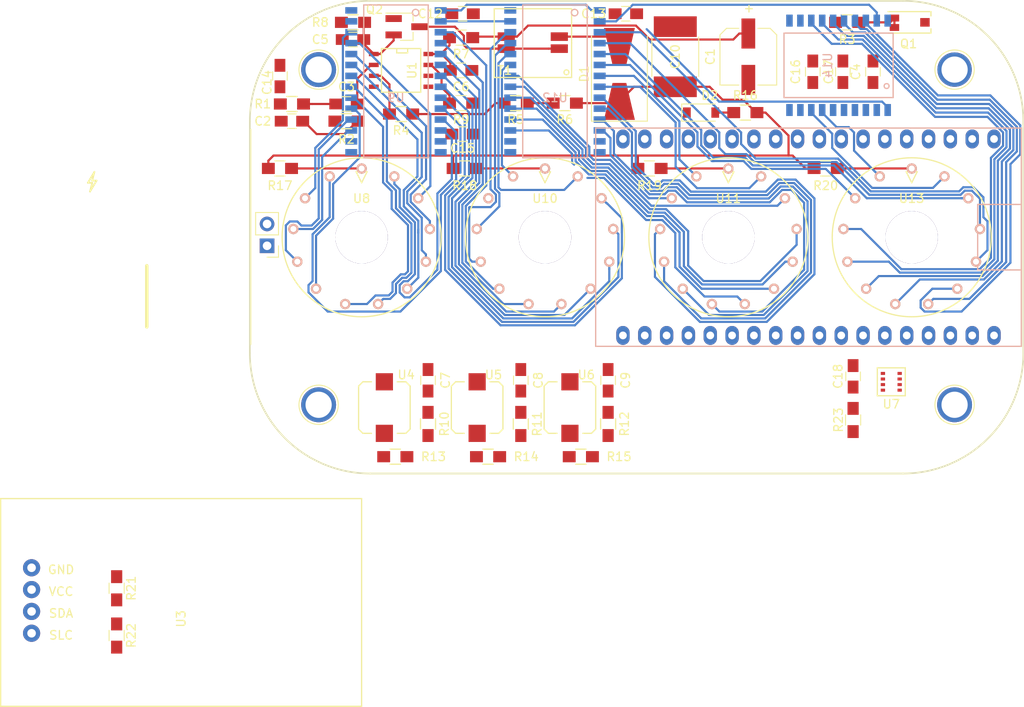
<source format=kicad_pcb>
(kicad_pcb (version 20171130) (host pcbnew "(5.0.0-rc2-dev-311-g1dd4af297)")

  (general
    (thickness 1.6)
    (drawings 19)
    (tracks 633)
    (zones 0)
    (modules 65)
    (nets 128)
  )

  (page A4)
  (layers
    (0 F.Cu signal)
    (31 B.Cu signal)
    (32 B.Adhes user)
    (33 F.Adhes user)
    (34 B.Paste user)
    (35 F.Paste user)
    (36 B.SilkS user)
    (37 F.SilkS user)
    (38 B.Mask user)
    (39 F.Mask user)
    (40 Dwgs.User user)
    (41 Cmts.User user hide)
    (42 Eco1.User user hide)
    (43 Eco2.User user hide)
    (44 Edge.Cuts user)
    (45 Margin user hide)
    (46 B.CrtYd user)
    (47 F.CrtYd user)
    (48 B.Fab user hide)
    (49 F.Fab user hide)
  )

  (setup
    (last_trace_width 0.25)
    (trace_clearance 0.15)
    (zone_clearance 0)
    (zone_45_only no)
    (trace_min 0.2)
    (segment_width 0.2)
    (edge_width 0.1)
    (via_size 0.6)
    (via_drill 0.4)
    (via_min_size 0.4)
    (via_min_drill 0.3)
    (uvia_size 0.3)
    (uvia_drill 0.1)
    (uvias_allowed no)
    (uvia_min_size 0.2)
    (uvia_min_drill 0.1)
    (pcb_text_width 0.3)
    (pcb_text_size 1.5 1.5)
    (mod_edge_width 0.15)
    (mod_text_size 1 1)
    (mod_text_width 0.15)
    (pad_size 4 4)
    (pad_drill 3.048)
    (pad_to_mask_clearance 0)
    (aux_axis_origin 0 0)
    (visible_elements 7FFFFFFF)
    (pcbplotparams
      (layerselection 0x000f0_80000001)
      (usegerberextensions false)
      (usegerberattributes false)
      (usegerberadvancedattributes false)
      (creategerberjobfile false)
      (excludeedgelayer true)
      (linewidth 0.100000)
      (plotframeref false)
      (viasonmask false)
      (mode 1)
      (useauxorigin false)
      (hpglpennumber 1)
      (hpglpenspeed 20)
      (hpglpendiameter 15)
      (psnegative false)
      (psa4output false)
      (plotreference true)
      (plotvalue true)
      (plotinvisibletext false)
      (padsonsilk false)
      (subtractmaskfromsilk false)
      (outputformat 1)
      (mirror false)
      (drillshape 0)
      (scaleselection 1)
      (outputdirectory ""))
  )

  (net 0 "")
  (net 1 "Net-(C2-Pad1)")
  (net 2 GND)
  (net 3 "Net-(C3-Pad1)")
  (net 4 "Net-(C3-Pad2)")
  (net 5 +5V)
  (net 6 "Net-(C5-Pad1)")
  (net 7 "Net-(C6-Pad1)")
  (net 8 "Net-(C7-Pad1)")
  (net 9 "Net-(C8-Pad1)")
  (net 10 "Net-(C9-Pad1)")
  (net 11 /HVout)
  (net 12 "Net-(Q1-Pad2)")
  (net 13 +3V3)
  (net 14 "Net-(Q2-Pad1)")
  (net 15 "Net-(Q2-Pad3)")
  (net 16 "Net-(R4-Pad1)")
  (net 17 "Net-(R5-Pad1)")
  (net 18 "Net-(R9-Pad2)")
  (net 19 "Net-(R10-Pad2)")
  (net 20 "Net-(R11-Pad2)")
  (net 21 "Net-(R12-Pad2)")
  (net 22 "Net-(R21-Pad2)")
  (net 23 "Net-(R22-Pad2)")
  (net 24 "Net-(D1-Pad2)")
  (net 25 /DIN)
  (net 26 /LOAD)
  (net 27 /CLK)
  (net 28 "Net-(U2-Pad18)")
  (net 29 "Net-(U2-Pad13)")
  (net 30 "Net-(U2-Pad12)")
  (net 31 "Net-(U2-Pad11)")
  (net 32 "Net-(U12-Pad27)")
  (net 33 "Net-(U12-Pad2)")
  (net 34 "Net-(U14-Pad6)")
  (net 35 "Net-(U14-Pad5)")
  (net 36 "Net-(U14-Pad4)")
  (net 37 "Net-(U14-Pad3)")
  (net 38 "Net-(U14-Pad2)")
  (net 39 "Net-(C12-Pad2)")
  (net 40 "Net-(U2-Pad4)")
  (net 41 "Net-(U2-Pad5)")
  (net 42 "Net-(U2-Pad6)")
  (net 43 "Net-(U2-Pad7)")
  (net 44 "Net-(R17-Pad2)")
  (net 45 "Net-(R18-Pad2)")
  (net 46 "Net-(R19-Pad2)")
  (net 47 "Net-(R20-Pad2)")
  (net 48 "Net-(R23-Pad1)")
  (net 49 "Net-(U2-Pad30)")
  (net 50 "Net-(U8-Pad13)")
  (net 51 "Net-(U8-Pad12)")
  (net 52 "Net-(U8-Pad11)")
  (net 53 "Net-(U8-Pad10)")
  (net 54 "Net-(U8-Pad9)")
  (net 55 "Net-(U8-Pad8)")
  (net 56 "Net-(U8-Pad7)")
  (net 57 "Net-(U8-Pad6)")
  (net 58 "Net-(U8-Pad5)")
  (net 59 "Net-(U8-Pad4)")
  (net 60 "Net-(U8-Pad3)")
  (net 61 "Net-(U8-Pad2)")
  (net 62 "Net-(U10-Pad12)")
  (net 63 "Net-(U10-Pad3)")
  (net 64 "Net-(U10-Pad4)")
  (net 65 "Net-(U10-Pad5)")
  (net 66 "Net-(U10-Pad6)")
  (net 67 "Net-(U10-Pad7)")
  (net 68 "Net-(U10-Pad8)")
  (net 69 "Net-(U10-Pad9)")
  (net 70 "Net-(U10-Pad13)")
  (net 71 "Net-(U10-Pad11)")
  (net 72 "Net-(U10-Pad10)")
  (net 73 "Net-(U10-Pad2)")
  (net 74 "Net-(U11-Pad13)")
  (net 75 "Net-(U11-Pad12)")
  (net 76 "Net-(U11-Pad11)")
  (net 77 "Net-(U11-Pad10)")
  (net 78 "Net-(U11-Pad9)")
  (net 79 "Net-(U11-Pad8)")
  (net 80 "Net-(U11-Pad7)")
  (net 81 "Net-(U11-Pad6)")
  (net 82 "Net-(U11-Pad5)")
  (net 83 "Net-(U11-Pad4)")
  (net 84 "Net-(U11-Pad3)")
  (net 85 "Net-(U11-Pad2)")
  (net 86 "Net-(U12-Pad6)")
  (net 87 "Net-(U12-Pad5)")
  (net 88 "Net-(U12-Pad4)")
  (net 89 "Net-(U12-Pad3)")
  (net 90 "Net-(U13-Pad13)")
  (net 91 "Net-(U13-Pad11)")
  (net 92 "Net-(U13-Pad10)")
  (net 93 "Net-(U13-Pad9)")
  (net 94 "Net-(U13-Pad8)")
  (net 95 "Net-(U13-Pad7)")
  (net 96 "Net-(U13-Pad6)")
  (net 97 "Net-(U13-Pad2)")
  (net 98 "Net-(U2-Pad29)")
  (net 99 "Net-(U2-Pad28)")
  (net 100 "Net-(U2-Pad27)")
  (net 101 "Net-(U2-Pad26)")
  (net 102 "Net-(U2-Pad25)")
  (net 103 "Net-(U2-Pad24)")
  (net 104 "Net-(U2-Pad23)")
  (net 105 "Net-(U2-Pad22)")
  (net 106 "Net-(U2-Pad17)")
  (net 107 "Net-(U2-Pad16)")
  (net 108 "Net-(U2-Pad15)")
  (net 109 "Net-(U2-Pad14)")
  (net 110 "Net-(U2-Pad10)")
  (net 111 "Net-(U2-Pad9)")
  (net 112 "Net-(U2-Pad8)")
  (net 113 "Net-(U2-Pad31)")
  (net 114 "Net-(U2-Pad32)")
  (net 115 "Net-(U2-Pad33)")
  (net 116 "Net-(U2-Pad34)")
  (net 117 "Net-(U2-Pad35)")
  (net 118 "Net-(U2-Pad36)")
  (net 119 "Net-(R16-Pad2)")
  (net 120 "Net-(D2-Pad2)")
  (net 121 "Net-(C13-Pad2)")
  (net 122 "Net-(C14-Pad1)")
  (net 123 "Net-(C15-Pad1)")
  (net 124 "Net-(C16-Pad1)")
  (net 125 "Net-(C17-Pad2)")
  (net 126 "Net-(U2-Pad20)")
  (net 127 "Net-(U2-Pad21)")

  (net_class Default "This is the default net class."
    (clearance 0.15)
    (trace_width 0.25)
    (via_dia 0.6)
    (via_drill 0.4)
    (uvia_dia 0.3)
    (uvia_drill 0.1)
    (add_net +3V3)
    (add_net +5V)
    (add_net /CLK)
    (add_net /DIN)
    (add_net /HVout)
    (add_net /LOAD)
    (add_net GND)
    (add_net "Net-(C12-Pad2)")
    (add_net "Net-(C13-Pad2)")
    (add_net "Net-(C14-Pad1)")
    (add_net "Net-(C15-Pad1)")
    (add_net "Net-(C16-Pad1)")
    (add_net "Net-(C17-Pad2)")
    (add_net "Net-(C2-Pad1)")
    (add_net "Net-(C3-Pad1)")
    (add_net "Net-(C3-Pad2)")
    (add_net "Net-(C5-Pad1)")
    (add_net "Net-(C6-Pad1)")
    (add_net "Net-(C7-Pad1)")
    (add_net "Net-(C8-Pad1)")
    (add_net "Net-(C9-Pad1)")
    (add_net "Net-(D1-Pad2)")
    (add_net "Net-(D2-Pad2)")
    (add_net "Net-(Q1-Pad2)")
    (add_net "Net-(Q2-Pad1)")
    (add_net "Net-(Q2-Pad3)")
    (add_net "Net-(R10-Pad2)")
    (add_net "Net-(R11-Pad2)")
    (add_net "Net-(R12-Pad2)")
    (add_net "Net-(R16-Pad2)")
    (add_net "Net-(R17-Pad2)")
    (add_net "Net-(R18-Pad2)")
    (add_net "Net-(R19-Pad2)")
    (add_net "Net-(R20-Pad2)")
    (add_net "Net-(R21-Pad2)")
    (add_net "Net-(R22-Pad2)")
    (add_net "Net-(R23-Pad1)")
    (add_net "Net-(R4-Pad1)")
    (add_net "Net-(R5-Pad1)")
    (add_net "Net-(R9-Pad2)")
    (add_net "Net-(U10-Pad10)")
    (add_net "Net-(U10-Pad11)")
    (add_net "Net-(U10-Pad12)")
    (add_net "Net-(U10-Pad13)")
    (add_net "Net-(U10-Pad2)")
    (add_net "Net-(U10-Pad3)")
    (add_net "Net-(U10-Pad4)")
    (add_net "Net-(U10-Pad5)")
    (add_net "Net-(U10-Pad6)")
    (add_net "Net-(U10-Pad7)")
    (add_net "Net-(U10-Pad8)")
    (add_net "Net-(U10-Pad9)")
    (add_net "Net-(U11-Pad10)")
    (add_net "Net-(U11-Pad11)")
    (add_net "Net-(U11-Pad12)")
    (add_net "Net-(U11-Pad13)")
    (add_net "Net-(U11-Pad2)")
    (add_net "Net-(U11-Pad3)")
    (add_net "Net-(U11-Pad4)")
    (add_net "Net-(U11-Pad5)")
    (add_net "Net-(U11-Pad6)")
    (add_net "Net-(U11-Pad7)")
    (add_net "Net-(U11-Pad8)")
    (add_net "Net-(U11-Pad9)")
    (add_net "Net-(U12-Pad2)")
    (add_net "Net-(U12-Pad27)")
    (add_net "Net-(U12-Pad3)")
    (add_net "Net-(U12-Pad4)")
    (add_net "Net-(U12-Pad5)")
    (add_net "Net-(U12-Pad6)")
    (add_net "Net-(U13-Pad10)")
    (add_net "Net-(U13-Pad11)")
    (add_net "Net-(U13-Pad13)")
    (add_net "Net-(U13-Pad2)")
    (add_net "Net-(U13-Pad6)")
    (add_net "Net-(U13-Pad7)")
    (add_net "Net-(U13-Pad8)")
    (add_net "Net-(U13-Pad9)")
    (add_net "Net-(U14-Pad2)")
    (add_net "Net-(U14-Pad3)")
    (add_net "Net-(U14-Pad4)")
    (add_net "Net-(U14-Pad5)")
    (add_net "Net-(U14-Pad6)")
    (add_net "Net-(U2-Pad10)")
    (add_net "Net-(U2-Pad11)")
    (add_net "Net-(U2-Pad12)")
    (add_net "Net-(U2-Pad13)")
    (add_net "Net-(U2-Pad14)")
    (add_net "Net-(U2-Pad15)")
    (add_net "Net-(U2-Pad16)")
    (add_net "Net-(U2-Pad17)")
    (add_net "Net-(U2-Pad18)")
    (add_net "Net-(U2-Pad20)")
    (add_net "Net-(U2-Pad21)")
    (add_net "Net-(U2-Pad22)")
    (add_net "Net-(U2-Pad23)")
    (add_net "Net-(U2-Pad24)")
    (add_net "Net-(U2-Pad25)")
    (add_net "Net-(U2-Pad26)")
    (add_net "Net-(U2-Pad27)")
    (add_net "Net-(U2-Pad28)")
    (add_net "Net-(U2-Pad29)")
    (add_net "Net-(U2-Pad30)")
    (add_net "Net-(U2-Pad31)")
    (add_net "Net-(U2-Pad32)")
    (add_net "Net-(U2-Pad33)")
    (add_net "Net-(U2-Pad34)")
    (add_net "Net-(U2-Pad35)")
    (add_net "Net-(U2-Pad36)")
    (add_net "Net-(U2-Pad4)")
    (add_net "Net-(U2-Pad5)")
    (add_net "Net-(U2-Pad6)")
    (add_net "Net-(U2-Pad7)")
    (add_net "Net-(U2-Pad8)")
    (add_net "Net-(U2-Pad9)")
    (add_net "Net-(U8-Pad10)")
    (add_net "Net-(U8-Pad11)")
    (add_net "Net-(U8-Pad12)")
    (add_net "Net-(U8-Pad13)")
    (add_net "Net-(U8-Pad2)")
    (add_net "Net-(U8-Pad3)")
    (add_net "Net-(U8-Pad4)")
    (add_net "Net-(U8-Pad5)")
    (add_net "Net-(U8-Pad6)")
    (add_net "Net-(U8-Pad7)")
    (add_net "Net-(U8-Pad8)")
    (add_net "Net-(U8-Pad9)")
  )

  (module Capacitors_SMD:C_0805_HandSoldering (layer F.Cu) (tedit 541A9B8D) (tstamp 588408FA)
    (at 116.5 85.25 90)
    (descr "Capacitor SMD 0805, hand soldering")
    (tags "capacitor 0805")
    (path /586A7AA2)
    (attr smd)
    (fp_text reference C4 (at 0 -2 90) (layer F.SilkS)
      (effects (font (size 1 1) (thickness 0.15)))
    )
    (fp_text value 10u (at 0 2.1 90) (layer F.Fab)
      (effects (font (size 1 1) (thickness 0.15)))
    )
    (fp_line (start -1 0.625) (end -1 -0.625) (layer F.Fab) (width 0.1))
    (fp_line (start 1 0.625) (end -1 0.625) (layer F.Fab) (width 0.1))
    (fp_line (start 1 -0.625) (end 1 0.625) (layer F.Fab) (width 0.1))
    (fp_line (start -1 -0.625) (end 1 -0.625) (layer F.Fab) (width 0.1))
    (fp_line (start -2.3 -1) (end 2.3 -1) (layer F.CrtYd) (width 0.05))
    (fp_line (start -2.3 1) (end 2.3 1) (layer F.CrtYd) (width 0.05))
    (fp_line (start -2.3 -1) (end -2.3 1) (layer F.CrtYd) (width 0.05))
    (fp_line (start 2.3 -1) (end 2.3 1) (layer F.CrtYd) (width 0.05))
    (fp_line (start 0.5 -0.85) (end -0.5 -0.85) (layer F.SilkS) (width 0.12))
    (fp_line (start -0.5 0.85) (end 0.5 0.85) (layer F.SilkS) (width 0.12))
    (pad 1 smd rect (at -1.25 0 90) (size 1.5 1.25) (layers F.Cu F.Paste F.Mask)
      (net 5 +5V))
    (pad 2 smd rect (at 1.25 0 90) (size 1.5 1.25) (layers F.Cu F.Paste F.Mask)
      (net 2 GND))
    (model Capacitors_SMD.3dshapes/C_0805_HandSoldering.wrl
      (at (xyz 0 0 0))
      (scale (xyz 1 1 1))
      (rotate (xyz 0 0 0))
    )
  )

  (module Capacitors_SMD:CP_Elec_6.3x7.7 (layer F.Cu) (tedit 58AA8B76) (tstamp 58B48D5A)
    (at 102 83.5 270)
    (descr "SMT capacitor, aluminium electrolytic, 6.3x7.7")
    (path /586A7AA1)
    (attr smd)
    (fp_text reference C1 (at 0 4.43 270) (layer F.SilkS)
      (effects (font (size 1 1) (thickness 0.15)))
    )
    (fp_text value 220u (at 0 -4.43 270) (layer F.Fab)
      (effects (font (size 1 1) (thickness 0.15)))
    )
    (fp_circle (center 0 0) (end 0.5 3) (layer F.Fab) (width 0.1))
    (fp_text user + (at -1.73 -0.08 270) (layer F.Fab)
      (effects (font (size 1 1) (thickness 0.15)))
    )
    (fp_text user + (at -5.588 0 270) (layer F.SilkS)
      (effects (font (size 1 1) (thickness 0.15)))
    )
    (fp_text user %R (at 0 4.43 270) (layer F.Fab)
      (effects (font (size 1 1) (thickness 0.15)))
    )
    (fp_line (start 3.15 3.15) (end 3.15 -3.15) (layer F.Fab) (width 0.1))
    (fp_line (start -2.48 3.15) (end 3.15 3.15) (layer F.Fab) (width 0.1))
    (fp_line (start -3.15 2.48) (end -2.48 3.15) (layer F.Fab) (width 0.1))
    (fp_line (start -3.15 -2.48) (end -3.15 2.48) (layer F.Fab) (width 0.1))
    (fp_line (start -2.48 -3.15) (end -3.15 -2.48) (layer F.Fab) (width 0.1))
    (fp_line (start 3.15 -3.15) (end -2.48 -3.15) (layer F.Fab) (width 0.1))
    (fp_line (start -3.3 2.54) (end -3.3 1.12) (layer F.SilkS) (width 0.12))
    (fp_line (start 3.3 3.3) (end 3.3 1.12) (layer F.SilkS) (width 0.12))
    (fp_line (start 3.3 -3.3) (end 3.3 -1.12) (layer F.SilkS) (width 0.12))
    (fp_line (start -3.3 -2.54) (end -3.3 -1.12) (layer F.SilkS) (width 0.12))
    (fp_line (start 3.3 3.3) (end -2.54 3.3) (layer F.SilkS) (width 0.12))
    (fp_line (start -2.54 3.3) (end -3.3 2.54) (layer F.SilkS) (width 0.12))
    (fp_line (start -3.3 -2.54) (end -2.54 -3.3) (layer F.SilkS) (width 0.12))
    (fp_line (start -2.54 -3.3) (end 3.3 -3.3) (layer F.SilkS) (width 0.12))
    (fp_line (start -4.7 -3.4) (end 4.7 -3.4) (layer F.CrtYd) (width 0.05))
    (fp_line (start -4.7 -3.4) (end -4.7 3.4) (layer F.CrtYd) (width 0.05))
    (fp_line (start 4.7 3.4) (end 4.7 -3.4) (layer F.CrtYd) (width 0.05))
    (fp_line (start 4.7 3.4) (end -4.7 3.4) (layer F.CrtYd) (width 0.05))
    (pad 1 smd rect (at -2.7 0 90) (size 3.5 1.6) (layers F.Cu F.Paste F.Mask)
      (net 5 +5V))
    (pad 2 smd rect (at 2.7 0 90) (size 3.5 1.6) (layers F.Cu F.Paste F.Mask)
      (net 2 GND))
    (model Capacitors_SMD.3dshapes/CP_Elec_6.3x7.7.wrl
      (at (xyz 0 0 0))
      (scale (xyz 1 1 1))
      (rotate (xyz 0 0 180))
    )
  )

  (module BamboulabFootprints:SW-20 (layer B.Cu) (tedit 590F42BA) (tstamp 58840D06)
    (at 112.5 84.5 90)
    (path /58883E8F)
    (fp_text reference U14 (at 0 -1.27 90) (layer B.SilkS)
      (effects (font (size 1 1) (thickness 0.15)) (justify mirror))
    )
    (fp_text value MAX6920 (at 0 1.27 90) (layer B.Fab)
      (effects (font (size 1 1) (thickness 0.15)) (justify mirror))
    )
    (fp_line (start 3.75 6.35) (end -3.75 6.35) (layer B.SilkS) (width 0.15))
    (fp_line (start 3.75 -6.35) (end 3.75 6.35) (layer B.SilkS) (width 0.15))
    (fp_line (start -3.75 -6.35) (end 3.75 -6.35) (layer B.SilkS) (width 0.15))
    (fp_line (start -3.75 6.35) (end -3.75 -6.35) (layer B.SilkS) (width 0.15))
    (fp_circle (center -2.413 5.588) (end -2.159 5.715) (layer B.SilkS) (width 0.15))
    (pad 20 smd rect (at 5.2 5.715 90) (size 1.4 0.762) (layers B.Cu B.Paste B.Mask)
      (net 13 +3V3))
    (pad 19 smd rect (at 5.2 4.445 90) (size 1.4 0.762) (layers B.Cu B.Paste B.Mask)
      (net 33 "Net-(U12-Pad2)"))
    (pad 18 smd rect (at 5.2 3.175 90) (size 1.4 0.762) (layers B.Cu B.Paste B.Mask)
      (net 96 "Net-(U13-Pad6)"))
    (pad 17 smd rect (at 5.2 1.905 90) (size 1.4 0.762) (layers B.Cu B.Paste B.Mask)
      (net 95 "Net-(U13-Pad7)"))
    (pad 16 smd rect (at 5.2 0.635 90) (size 1.4 0.762) (layers B.Cu B.Paste B.Mask)
      (net 94 "Net-(U13-Pad8)"))
    (pad 15 smd rect (at 5.2 -0.635 90) (size 1.4 0.762) (layers B.Cu B.Paste B.Mask)
      (net 93 "Net-(U13-Pad9)"))
    (pad 14 smd rect (at 5.2 -1.905 90) (size 1.4 0.762) (layers B.Cu B.Paste B.Mask)
      (net 92 "Net-(U13-Pad10)"))
    (pad 13 smd rect (at 5.2 -3.175 90) (size 1.4 0.762) (layers B.Cu B.Paste B.Mask)
      (net 91 "Net-(U13-Pad11)"))
    (pad 12 smd rect (at 5.2 -4.445 90) (size 1.4 0.762) (layers B.Cu B.Paste B.Mask)
      (net 26 /LOAD))
    (pad 11 smd rect (at 5.2 -5.715 90) (size 1.4 0.762) (layers B.Cu B.Paste B.Mask)
      (net 27 /CLK))
    (pad 10 smd rect (at -5.2 -5.715 90) (size 1.4 0.762) (layers B.Cu B.Paste B.Mask)
      (net 2 GND))
    (pad 9 smd rect (at -5.2 -4.445 90) (size 1.4 0.762) (layers B.Cu B.Paste B.Mask)
      (net 2 GND))
    (pad 8 smd rect (at -5.2 -3.175 90) (size 1.4 0.762) (layers B.Cu B.Paste B.Mask)
      (net 97 "Net-(U13-Pad2)"))
    (pad 7 smd rect (at -5.2 -1.905 90) (size 1.4 0.762) (layers B.Cu B.Paste B.Mask)
      (net 90 "Net-(U13-Pad13)"))
    (pad 6 smd rect (at -5.2 -0.635 90) (size 1.4 0.762) (layers B.Cu B.Paste B.Mask)
      (net 34 "Net-(U14-Pad6)"))
    (pad 5 smd rect (at -5.2 0.635 90) (size 1.4 0.762) (layers B.Cu B.Paste B.Mask)
      (net 35 "Net-(U14-Pad5)"))
    (pad 4 smd rect (at -5.2 1.905 90) (size 1.4 0.762) (layers B.Cu B.Paste B.Mask)
      (net 36 "Net-(U14-Pad4)"))
    (pad 3 smd rect (at -5.2 3.175 90) (size 1.4 0.762) (layers B.Cu B.Paste B.Mask)
      (net 37 "Net-(U14-Pad3)"))
    (pad 2 smd rect (at -5.2 4.445 90) (size 1.4 0.762) (layers B.Cu B.Paste B.Mask)
      (net 38 "Net-(U14-Pad2)"))
    (pad 1 smd rect (at -5.2 5.715 90) (size 1.4 0.762) (layers B.Cu B.Paste B.Mask)
      (net 119 "Net-(R16-Pad2)"))
  )

  (module Diodes_SMD:D_SOD-123 (layer F.Cu) (tedit 58645DC7) (tstamp 58840982)
    (at 96.5 90)
    (descr SOD-123)
    (tags SOD-123)
    (path /58726430)
    (attr smd)
    (fp_text reference D2 (at 1 -2) (layer F.SilkS)
      (effects (font (size 1 1) (thickness 0.15)))
    )
    (fp_text value D_Zener_Small_ALT (at 0 2.1) (layer F.Fab)
      (effects (font (size 1 1) (thickness 0.15)))
    )
    (fp_line (start -2.25 -1) (end -2.25 1) (layer F.SilkS) (width 0.12))
    (fp_line (start 0.25 0) (end 0.75 0) (layer F.Fab) (width 0.1))
    (fp_line (start 0.25 0.4) (end -0.35 0) (layer F.Fab) (width 0.1))
    (fp_line (start 0.25 -0.4) (end 0.25 0.4) (layer F.Fab) (width 0.1))
    (fp_line (start -0.35 0) (end 0.25 -0.4) (layer F.Fab) (width 0.1))
    (fp_line (start -0.35 0) (end -0.35 0.55) (layer F.Fab) (width 0.1))
    (fp_line (start -0.35 0) (end -0.35 -0.55) (layer F.Fab) (width 0.1))
    (fp_line (start -0.75 0) (end -0.35 0) (layer F.Fab) (width 0.1))
    (fp_line (start -1.4 0.9) (end -1.4 -0.9) (layer F.Fab) (width 0.1))
    (fp_line (start 1.4 0.9) (end -1.4 0.9) (layer F.Fab) (width 0.1))
    (fp_line (start 1.4 -0.9) (end 1.4 0.9) (layer F.Fab) (width 0.1))
    (fp_line (start -1.4 -0.9) (end 1.4 -0.9) (layer F.Fab) (width 0.1))
    (fp_line (start -2.35 -1.15) (end 2.35 -1.15) (layer F.CrtYd) (width 0.05))
    (fp_line (start 2.35 -1.15) (end 2.35 1.15) (layer F.CrtYd) (width 0.05))
    (fp_line (start 2.35 1.15) (end -2.35 1.15) (layer F.CrtYd) (width 0.05))
    (fp_line (start -2.35 -1.15) (end -2.35 1.15) (layer F.CrtYd) (width 0.05))
    (fp_line (start -2.25 1) (end 1.65 1) (layer F.SilkS) (width 0.12))
    (fp_line (start -2.25 -1) (end 1.65 -1) (layer F.SilkS) (width 0.12))
    (pad 1 smd rect (at -1.65 0) (size 0.9 1.2) (layers F.Cu F.Paste F.Mask)
      (net 2 GND))
    (pad 2 smd rect (at 1.65 0) (size 0.9 1.2) (layers F.Cu F.Paste F.Mask)
      (net 120 "Net-(D2-Pad2)"))
    (model ${KISYS3DMOD}/Diodes_SMD.3dshapes/D_SOD-123.wrl
      (at (xyz 0 0 0))
      (scale (xyz 1 1 1))
      (rotate (xyz 0 0 0))
    )
  )

  (module BamboulabFootprints:SW-28 (layer B.Cu) (tedit 590F4285) (tstamp 58840CBA)
    (at 79.5 87 180)
    (path /5871D7A2)
    (fp_text reference U12 (at 0 -1.27 180) (layer B.SilkS)
      (effects (font (size 1 1) (thickness 0.15)) (justify mirror))
    )
    (fp_text value MAX6931 (at 0 1.27 180) (layer B.Fab)
      (effects (font (size 1 1) (thickness 0.15)) (justify mirror))
    )
    (fp_line (start 3.75 -8.255) (end -3.75 -8.255) (layer B.SilkS) (width 0.15))
    (fp_line (start 3.75 9.525) (end 3.75 -8.255) (layer B.SilkS) (width 0.15))
    (fp_line (start -3.75 9.525) (end 3.75 9.525) (layer B.SilkS) (width 0.15))
    (fp_line (start -3.75 -8.255) (end -3.75 9.525) (layer B.SilkS) (width 0.15))
    (fp_circle (center -2.286 8.636) (end -1.905 8.636) (layer B.SilkS) (width 0.15))
    (pad 28 smd rect (at 5.2 8.89 180) (size 1.4 0.762) (layers B.Cu B.Paste B.Mask)
      (net 13 +3V3))
    (pad 27 smd rect (at 5.2 7.62 180) (size 1.4 0.762) (layers B.Cu B.Paste B.Mask)
      (net 32 "Net-(U12-Pad27)"))
    (pad 26 smd rect (at 5.2 6.35 180) (size 1.4 0.762) (layers B.Cu B.Paste B.Mask)
      (net 72 "Net-(U10-Pad10)"))
    (pad 25 smd rect (at 5.2 5.08 180) (size 1.4 0.762) (layers B.Cu B.Paste B.Mask)
      (net 71 "Net-(U10-Pad11)"))
    (pad 24 smd rect (at 5.2 3.81 180) (size 1.4 0.762) (layers B.Cu B.Paste B.Mask)
      (net 73 "Net-(U10-Pad2)"))
    (pad 23 smd rect (at 5.2 2.54 180) (size 1.4 0.762) (layers B.Cu B.Paste B.Mask)
      (net 70 "Net-(U10-Pad13)"))
    (pad 22 smd rect (at 5.2 1.27 180) (size 1.4 0.762) (layers B.Cu B.Paste B.Mask)
      (net 75 "Net-(U11-Pad12)"))
    (pad 21 smd rect (at 5.2 0 180) (size 1.4 0.762) (layers B.Cu B.Paste B.Mask)
      (net 84 "Net-(U11-Pad3)"))
    (pad 20 smd rect (at 5.2 -1.27 180) (size 1.4 0.762) (layers B.Cu B.Paste B.Mask)
      (net 83 "Net-(U11-Pad4)"))
    (pad 19 smd rect (at 5.2 -2.54 180) (size 1.4 0.762) (layers B.Cu B.Paste B.Mask)
      (net 82 "Net-(U11-Pad5)"))
    (pad 18 smd rect (at 5.2 -3.81 180) (size 1.4 0.762) (layers B.Cu B.Paste B.Mask)
      (net 81 "Net-(U11-Pad6)"))
    (pad 17 smd rect (at 5.2 -5.08 180) (size 1.4 0.762) (layers B.Cu B.Paste B.Mask)
      (net 80 "Net-(U11-Pad7)"))
    (pad 16 smd rect (at 5.2 -6.35 180) (size 1.4 0.762) (layers B.Cu B.Paste B.Mask)
      (net 26 /LOAD))
    (pad 15 smd rect (at 5.2 -7.62 180) (size 1.4 0.762) (layers B.Cu B.Paste B.Mask)
      (net 27 /CLK))
    (pad 14 smd rect (at -5.2 -7.62 180) (size 1.4 0.762) (layers B.Cu B.Paste B.Mask)
      (net 2 GND))
    (pad 13 smd rect (at -5.2 -6.35 180) (size 1.4 0.762) (layers B.Cu B.Paste B.Mask)
      (net 2 GND))
    (pad 12 smd rect (at -5.2 -5.08 180) (size 1.4 0.762) (layers B.Cu B.Paste B.Mask)
      (net 79 "Net-(U11-Pad8)"))
    (pad 11 smd rect (at -5.2 -3.81 180) (size 1.4 0.762) (layers B.Cu B.Paste B.Mask)
      (net 78 "Net-(U11-Pad9)"))
    (pad 10 smd rect (at -5.2 -2.54 180) (size 1.4 0.762) (layers B.Cu B.Paste B.Mask)
      (net 77 "Net-(U11-Pad10)"))
    (pad 9 smd rect (at -5.2 -1.27 180) (size 1.4 0.762) (layers B.Cu B.Paste B.Mask)
      (net 76 "Net-(U11-Pad11)"))
    (pad 8 smd rect (at -5.2 0 180) (size 1.4 0.762) (layers B.Cu B.Paste B.Mask)
      (net 85 "Net-(U11-Pad2)"))
    (pad 7 smd rect (at -5.2 1.27 180) (size 1.4 0.762) (layers B.Cu B.Paste B.Mask)
      (net 74 "Net-(U11-Pad13)"))
    (pad 6 smd rect (at -5.2 2.54 180) (size 1.4 0.762) (layers B.Cu B.Paste B.Mask)
      (net 86 "Net-(U12-Pad6)"))
    (pad 5 smd rect (at -5.2 3.81 180) (size 1.4 0.762) (layers B.Cu B.Paste B.Mask)
      (net 87 "Net-(U12-Pad5)"))
    (pad 4 smd rect (at -5.2 5.08 180) (size 1.4 0.762) (layers B.Cu B.Paste B.Mask)
      (net 88 "Net-(U12-Pad4)"))
    (pad 3 smd rect (at -5.2 6.35 180) (size 1.4 0.762) (layers B.Cu B.Paste B.Mask)
      (net 89 "Net-(U12-Pad3)"))
    (pad 2 smd rect (at -5.2 7.62 180) (size 1.4 0.762) (layers B.Cu B.Paste B.Mask)
      (net 33 "Net-(U12-Pad2)"))
    (pad 1 smd rect (at -5.2 8.89 180) (size 1.4 0.762) (layers B.Cu B.Paste B.Mask)
      (net 119 "Net-(R16-Pad2)"))
  )

  (module BamboulabFootprints:bearing-7mm locked (layer F.Cu) (tedit 5A67AE52) (tstamp 5A67FCB1)
    (at 57.004 104.51)
    (path /5A63D5D2)
    (fp_text reference U8 (at -0.004 -4.51) (layer F.SilkS)
      (effects (font (size 1 1) (thickness 0.15)))
    )
    (fp_text value IN-14 (at 0 7.62) (layer F.Fab)
      (effects (font (size 1 1) (thickness 0.15)))
    )
    (fp_circle (center 0 0) (end 9.25 0) (layer F.SilkS) (width 0.15))
    (fp_line (start -0.635 -7.62) (end 0 -6.35) (layer F.SilkS) (width 0.15))
    (fp_line (start 0 -6.35) (end 0.635 -7.62) (layer F.SilkS) (width 0.15))
    (fp_line (start 0.635 -7.62) (end -0.635 -7.62) (layer F.SilkS) (width 0.15))
    (pad 7 thru_hole circle (at 1.914525 7.767534 180) (size 1.2 1.2) (drill 0.7) (layers *.Cu *.Adhes *.Paste *.SilkS *.Mask Dwgs.User Eco1.User Eco2.User)
      (net 56 "Net-(U8-Pad7)"))
    (pad 10 thru_hole circle (at -7.480129 2.836839 180) (size 1.2 1.2) (drill 0.7) (layers *.Cu *.Adhes *.Paste *.SilkS *.Mask Dwgs.User Eco1.User Eco2.User)
      (net 53 "Net-(U8-Pad10)"))
    (pad 8 thru_hole circle (at -1.914525 7.767534 180) (size 1.2 1.2) (drill 0.7) (layers *.Cu *.Adhes *.Paste *.SilkS *.Mask Dwgs.User Eco1.User Eco2.User)
      (net 55 "Net-(U8-Pad8)"))
    (pad 11 thru_hole circle (at -7.94167 -0.964293 180) (size 1.2 1.2) (drill 0.7) (layers *.Cu *.Adhes *.Paste *.SilkS *.Mask Dwgs.User Eco1.User Eco2.User)
      (net 52 "Net-(U8-Pad11)"))
    (pad 5 thru_hole circle (at 7.480129 2.836839 180) (size 1.2 1.2) (drill 0.7) (layers *.Cu *.Adhes *.Paste *.SilkS *.Mask Dwgs.User Eco1.User Eco2.User)
      (net 58 "Net-(U8-Pad5)"))
    (pad 9 thru_hole circle (at -5.304981 5.988085 180) (size 1.2 1.2) (drill 0.7) (layers *.Cu *.Adhes *.Paste *.SilkS *.Mask Dwgs.User Eco1.User Eco2.User)
      (net 54 "Net-(U8-Pad9)"))
    (pad 12 thru_hole circle (at -6.58387 -4.544517 180) (size 1.2 1.2) (drill 0.7) (layers *.Cu *.Adhes *.Paste *.SilkS *.Mask Dwgs.User Eco1.User Eco2.User)
      (net 51 "Net-(U8-Pad12)"))
    (pad 6 thru_hole circle (at 5.304981 5.988085 180) (size 1.2 1.2) (drill 0.7) (layers *.Cu *.Adhes *.Paste *.SilkS *.Mask Dwgs.User Eco1.User Eco2.User)
      (net 57 "Net-(U8-Pad6)"))
    (pad 13 thru_hole circle (at -3.717785 -7.083648 180) (size 1.2 1.2) (drill 0.7) (layers *.Cu *.Adhes *.Paste *.SilkS *.Mask Dwgs.User Eco1.User Eco2.User)
      (net 50 "Net-(U8-Pad13)"))
    (pad 4 thru_hole circle (at 7.94167 -0.964293 180) (size 1.2 1.2) (drill 0.7) (layers *.Cu *.Adhes *.Paste *.SilkS *.Mask Dwgs.User Eco1.User Eco2.User)
      (net 59 "Net-(U8-Pad4)"))
    (pad 3 thru_hole circle (at 6.58387 -4.544517 270) (size 1.2 1.2) (drill 0.7) (layers *.Cu *.Adhes *.Paste *.SilkS *.Mask Dwgs.User Eco1.User Eco2.User)
      (net 60 "Net-(U8-Pad3)"))
    (pad 2 thru_hole circle (at 3.81 -7.083648 270) (size 1.2 1.2) (drill 0.7) (layers *.Cu *.Adhes *.Paste *.SilkS *.Mask Dwgs.User Eco1.User Eco2.User)
      (net 61 "Net-(U8-Pad2)"))
    (pad 1 thru_hole circle (at 0 -8 180) (size 1.2 1.2) (drill 0.7) (layers *.Cu *.Adhes *.Paste *.SilkS *.Mask Dwgs.User Eco1.User Eco2.User)
      (net 44 "Net-(R17-Pad2)"))
    (pad "" thru_hole circle (at 0 0) (size 6.1 6.1) (drill 6.1) (layers *.Cu *.Mask))
  )

  (module BamboulabFootprints:bearing-7mm locked (layer F.Cu) (tedit 5A67AE52) (tstamp 5A67FC9C)
    (at 78.34 104.51)
    (path /5A6482CC)
    (fp_text reference U10 (at 0 -4.51) (layer F.SilkS)
      (effects (font (size 1 1) (thickness 0.15)))
    )
    (fp_text value IN-14 (at 0 7.62) (layer F.Fab)
      (effects (font (size 1 1) (thickness 0.15)))
    )
    (fp_line (start 0.635 -7.62) (end -0.635 -7.62) (layer F.SilkS) (width 0.15))
    (fp_line (start 0 -6.35) (end 0.635 -7.62) (layer F.SilkS) (width 0.15))
    (fp_line (start -0.635 -7.62) (end 0 -6.35) (layer F.SilkS) (width 0.15))
    (fp_circle (center 0 0) (end 9.25 0) (layer F.SilkS) (width 0.15))
    (pad "" thru_hole circle (at 0 0) (size 6.1 6.1) (drill 6.1) (layers *.Cu *.Mask))
    (pad 1 thru_hole circle (at 0 -8 180) (size 1.2 1.2) (drill 0.7) (layers *.Cu *.Adhes *.Paste *.SilkS *.Mask Dwgs.User Eco1.User Eco2.User)
      (net 45 "Net-(R18-Pad2)"))
    (pad 2 thru_hole circle (at 3.81 -7.083648 270) (size 1.2 1.2) (drill 0.7) (layers *.Cu *.Adhes *.Paste *.SilkS *.Mask Dwgs.User Eco1.User Eco2.User)
      (net 73 "Net-(U10-Pad2)"))
    (pad 3 thru_hole circle (at 6.58387 -4.544517 270) (size 1.2 1.2) (drill 0.7) (layers *.Cu *.Adhes *.Paste *.SilkS *.Mask Dwgs.User Eco1.User Eco2.User)
      (net 63 "Net-(U10-Pad3)"))
    (pad 4 thru_hole circle (at 7.94167 -0.964293 180) (size 1.2 1.2) (drill 0.7) (layers *.Cu *.Adhes *.Paste *.SilkS *.Mask Dwgs.User Eco1.User Eco2.User)
      (net 64 "Net-(U10-Pad4)"))
    (pad 13 thru_hole circle (at -3.717785 -7.083648 180) (size 1.2 1.2) (drill 0.7) (layers *.Cu *.Adhes *.Paste *.SilkS *.Mask Dwgs.User Eco1.User Eco2.User)
      (net 70 "Net-(U10-Pad13)"))
    (pad 6 thru_hole circle (at 5.304981 5.988085 180) (size 1.2 1.2) (drill 0.7) (layers *.Cu *.Adhes *.Paste *.SilkS *.Mask Dwgs.User Eco1.User Eco2.User)
      (net 66 "Net-(U10-Pad6)"))
    (pad 12 thru_hole circle (at -6.58387 -4.544517 180) (size 1.2 1.2) (drill 0.7) (layers *.Cu *.Adhes *.Paste *.SilkS *.Mask Dwgs.User Eco1.User Eco2.User)
      (net 62 "Net-(U10-Pad12)"))
    (pad 9 thru_hole circle (at -5.304981 5.988085 180) (size 1.2 1.2) (drill 0.7) (layers *.Cu *.Adhes *.Paste *.SilkS *.Mask Dwgs.User Eco1.User Eco2.User)
      (net 69 "Net-(U10-Pad9)"))
    (pad 5 thru_hole circle (at 7.480129 2.836839 180) (size 1.2 1.2) (drill 0.7) (layers *.Cu *.Adhes *.Paste *.SilkS *.Mask Dwgs.User Eco1.User Eco2.User)
      (net 65 "Net-(U10-Pad5)"))
    (pad 11 thru_hole circle (at -7.94167 -0.964293 180) (size 1.2 1.2) (drill 0.7) (layers *.Cu *.Adhes *.Paste *.SilkS *.Mask Dwgs.User Eco1.User Eco2.User)
      (net 71 "Net-(U10-Pad11)"))
    (pad 8 thru_hole circle (at -1.914525 7.767534 180) (size 1.2 1.2) (drill 0.7) (layers *.Cu *.Adhes *.Paste *.SilkS *.Mask Dwgs.User Eco1.User Eco2.User)
      (net 68 "Net-(U10-Pad8)"))
    (pad 10 thru_hole circle (at -7.480129 2.836839 180) (size 1.2 1.2) (drill 0.7) (layers *.Cu *.Adhes *.Paste *.SilkS *.Mask Dwgs.User Eco1.User Eco2.User)
      (net 72 "Net-(U10-Pad10)"))
    (pad 7 thru_hole circle (at 1.914525 7.767534 180) (size 1.2 1.2) (drill 0.7) (layers *.Cu *.Adhes *.Paste *.SilkS *.Mask Dwgs.User Eco1.User Eco2.User)
      (net 67 "Net-(U10-Pad7)"))
  )

  (module BamboulabFootprints:bearing-7mm locked (layer F.Cu) (tedit 5A67AE52) (tstamp 5A67FC87)
    (at 99.676 104.51)
    (path /5A6483B4)
    (fp_text reference U11 (at 0 -4.51) (layer F.SilkS)
      (effects (font (size 1 1) (thickness 0.15)))
    )
    (fp_text value IN-14 (at 0 7.62) (layer F.Fab)
      (effects (font (size 1 1) (thickness 0.15)))
    )
    (fp_circle (center 0 0) (end 9.25 0) (layer F.SilkS) (width 0.15))
    (fp_line (start -0.635 -7.62) (end 0 -6.35) (layer F.SilkS) (width 0.15))
    (fp_line (start 0 -6.35) (end 0.635 -7.62) (layer F.SilkS) (width 0.15))
    (fp_line (start 0.635 -7.62) (end -0.635 -7.62) (layer F.SilkS) (width 0.15))
    (pad 7 thru_hole circle (at 1.914525 7.767534 180) (size 1.2 1.2) (drill 0.7) (layers *.Cu *.Adhes *.Paste *.SilkS *.Mask Dwgs.User Eco1.User Eco2.User)
      (net 80 "Net-(U11-Pad7)"))
    (pad 10 thru_hole circle (at -7.480129 2.836839 180) (size 1.2 1.2) (drill 0.7) (layers *.Cu *.Adhes *.Paste *.SilkS *.Mask Dwgs.User Eco1.User Eco2.User)
      (net 77 "Net-(U11-Pad10)"))
    (pad 8 thru_hole circle (at -1.914525 7.767534 180) (size 1.2 1.2) (drill 0.7) (layers *.Cu *.Adhes *.Paste *.SilkS *.Mask Dwgs.User Eco1.User Eco2.User)
      (net 79 "Net-(U11-Pad8)"))
    (pad 11 thru_hole circle (at -7.94167 -0.964293 180) (size 1.2 1.2) (drill 0.7) (layers *.Cu *.Adhes *.Paste *.SilkS *.Mask Dwgs.User Eco1.User Eco2.User)
      (net 76 "Net-(U11-Pad11)"))
    (pad 5 thru_hole circle (at 7.480129 2.836839 180) (size 1.2 1.2) (drill 0.7) (layers *.Cu *.Adhes *.Paste *.SilkS *.Mask Dwgs.User Eco1.User Eco2.User)
      (net 82 "Net-(U11-Pad5)"))
    (pad 9 thru_hole circle (at -5.304981 5.988085 180) (size 1.2 1.2) (drill 0.7) (layers *.Cu *.Adhes *.Paste *.SilkS *.Mask Dwgs.User Eco1.User Eco2.User)
      (net 78 "Net-(U11-Pad9)"))
    (pad 12 thru_hole circle (at -6.58387 -4.544517 180) (size 1.2 1.2) (drill 0.7) (layers *.Cu *.Adhes *.Paste *.SilkS *.Mask Dwgs.User Eco1.User Eco2.User)
      (net 75 "Net-(U11-Pad12)"))
    (pad 6 thru_hole circle (at 5.304981 5.988085 180) (size 1.2 1.2) (drill 0.7) (layers *.Cu *.Adhes *.Paste *.SilkS *.Mask Dwgs.User Eco1.User Eco2.User)
      (net 81 "Net-(U11-Pad6)"))
    (pad 13 thru_hole circle (at -3.717785 -7.083648 180) (size 1.2 1.2) (drill 0.7) (layers *.Cu *.Adhes *.Paste *.SilkS *.Mask Dwgs.User Eco1.User Eco2.User)
      (net 74 "Net-(U11-Pad13)"))
    (pad 4 thru_hole circle (at 7.94167 -0.964293 180) (size 1.2 1.2) (drill 0.7) (layers *.Cu *.Adhes *.Paste *.SilkS *.Mask Dwgs.User Eco1.User Eco2.User)
      (net 83 "Net-(U11-Pad4)"))
    (pad 3 thru_hole circle (at 6.58387 -4.544517 270) (size 1.2 1.2) (drill 0.7) (layers *.Cu *.Adhes *.Paste *.SilkS *.Mask Dwgs.User Eco1.User Eco2.User)
      (net 84 "Net-(U11-Pad3)"))
    (pad 2 thru_hole circle (at 3.81 -7.083648 270) (size 1.2 1.2) (drill 0.7) (layers *.Cu *.Adhes *.Paste *.SilkS *.Mask Dwgs.User Eco1.User Eco2.User)
      (net 85 "Net-(U11-Pad2)"))
    (pad 1 thru_hole circle (at 0 -8 180) (size 1.2 1.2) (drill 0.7) (layers *.Cu *.Adhes *.Paste *.SilkS *.Mask Dwgs.User Eco1.User Eco2.User)
      (net 46 "Net-(R19-Pad2)"))
    (pad "" thru_hole circle (at 0 0) (size 6.1 6.1) (drill 6.1) (layers *.Cu *.Mask))
  )

  (module BamboulabFootprints:bearing-7mm locked (layer F.Cu) (tedit 5A67AE52) (tstamp 5A67FC72)
    (at 121.012 104.51)
    (path /5A6484A1)
    (fp_text reference U13 (at -0.012 -4.51) (layer F.SilkS)
      (effects (font (size 1 1) (thickness 0.15)))
    )
    (fp_text value IN-14 (at 0 7.62) (layer F.Fab)
      (effects (font (size 1 1) (thickness 0.15)))
    )
    (fp_line (start 0.635 -7.62) (end -0.635 -7.62) (layer F.SilkS) (width 0.15))
    (fp_line (start 0 -6.35) (end 0.635 -7.62) (layer F.SilkS) (width 0.15))
    (fp_line (start -0.635 -7.62) (end 0 -6.35) (layer F.SilkS) (width 0.15))
    (fp_circle (center 0 0) (end 9.25 0) (layer F.SilkS) (width 0.15))
    (pad "" thru_hole circle (at 0 0) (size 6.1 6.1) (drill 6.1) (layers *.Cu *.Mask))
    (pad 1 thru_hole circle (at 0 -8 180) (size 1.2 1.2) (drill 0.7) (layers *.Cu *.Adhes *.Paste *.SilkS *.Mask Dwgs.User Eco1.User Eco2.User)
      (net 47 "Net-(R20-Pad2)"))
    (pad 2 thru_hole circle (at 3.81 -7.083648 270) (size 1.2 1.2) (drill 0.7) (layers *.Cu *.Adhes *.Paste *.SilkS *.Mask Dwgs.User Eco1.User Eco2.User)
      (net 97 "Net-(U13-Pad2)"))
    (pad 3 thru_hole circle (at 6.58387 -4.544517 270) (size 1.2 1.2) (drill 0.7) (layers *.Cu *.Adhes *.Paste *.SilkS *.Mask Dwgs.User Eco1.User Eco2.User)
      (net 87 "Net-(U12-Pad5)"))
    (pad 4 thru_hole circle (at 7.94167 -0.964293 180) (size 1.2 1.2) (drill 0.7) (layers *.Cu *.Adhes *.Paste *.SilkS *.Mask Dwgs.User Eco1.User Eco2.User)
      (net 88 "Net-(U12-Pad4)"))
    (pad 13 thru_hole circle (at -3.717785 -7.083648 180) (size 1.2 1.2) (drill 0.7) (layers *.Cu *.Adhes *.Paste *.SilkS *.Mask Dwgs.User Eco1.User Eco2.User)
      (net 90 "Net-(U13-Pad13)"))
    (pad 6 thru_hole circle (at 5.304981 5.988085 180) (size 1.2 1.2) (drill 0.7) (layers *.Cu *.Adhes *.Paste *.SilkS *.Mask Dwgs.User Eco1.User Eco2.User)
      (net 96 "Net-(U13-Pad6)"))
    (pad 12 thru_hole circle (at -6.58387 -4.544517 180) (size 1.2 1.2) (drill 0.7) (layers *.Cu *.Adhes *.Paste *.SilkS *.Mask Dwgs.User Eco1.User Eco2.User)
      (net 86 "Net-(U12-Pad6)"))
    (pad 9 thru_hole circle (at -5.304981 5.988085 180) (size 1.2 1.2) (drill 0.7) (layers *.Cu *.Adhes *.Paste *.SilkS *.Mask Dwgs.User Eco1.User Eco2.User)
      (net 93 "Net-(U13-Pad9)"))
    (pad 5 thru_hole circle (at 7.480129 2.836839 180) (size 1.2 1.2) (drill 0.7) (layers *.Cu *.Adhes *.Paste *.SilkS *.Mask Dwgs.User Eco1.User Eco2.User)
      (net 89 "Net-(U12-Pad3)"))
    (pad 11 thru_hole circle (at -7.94167 -0.964293 180) (size 1.2 1.2) (drill 0.7) (layers *.Cu *.Adhes *.Paste *.SilkS *.Mask Dwgs.User Eco1.User Eco2.User)
      (net 91 "Net-(U13-Pad11)"))
    (pad 8 thru_hole circle (at -1.914525 7.767534 180) (size 1.2 1.2) (drill 0.7) (layers *.Cu *.Adhes *.Paste *.SilkS *.Mask Dwgs.User Eco1.User Eco2.User)
      (net 94 "Net-(U13-Pad8)"))
    (pad 10 thru_hole circle (at -7.480129 2.836839 180) (size 1.2 1.2) (drill 0.7) (layers *.Cu *.Adhes *.Paste *.SilkS *.Mask Dwgs.User Eco1.User Eco2.User)
      (net 92 "Net-(U13-Pad10)"))
    (pad 7 thru_hole circle (at 1.914525 7.767534 180) (size 1.2 1.2) (drill 0.7) (layers *.Cu *.Adhes *.Paste *.SilkS *.Mask Dwgs.User Eco1.User Eco2.User)
      (net 95 "Net-(U13-Pad7)"))
  )

  (module BamboulabFootprints:ESP32-OLED locked (layer B.Cu) (tedit 5A6512E9) (tstamp 5A65BEE1)
    (at 109 104.5 90)
    (path /5A661E90)
    (fp_text reference U2 (at 0 10.93 90) (layer B.SilkS)
      (effects (font (size 1 1) (thickness 0.15)) (justify mirror))
    )
    (fp_text value ESP32 (at 0 11.93 90) (layer B.Fab)
      (effects (font (size 1 1) (thickness 0.15)) (justify mirror))
    )
    (fp_line (start -12.7 24.765) (end -12.7 18.415) (layer B.SilkS) (width 0.15))
    (fp_line (start -12.7 18.415) (end -12.7 -24.765) (layer B.SilkS) (width 0.15))
    (fp_line (start -12.7 -24.765) (end 12.7 -24.765) (layer B.SilkS) (width 0.15))
    (fp_line (start 12.7 -24.765) (end 12.7 24.765) (layer B.SilkS) (width 0.15))
    (fp_line (start -12.7 24.765) (end 12.7 24.765) (layer B.SilkS) (width 0.15))
    (fp_line (start -3.81 24.765) (end -3.81 23.495) (layer B.SilkS) (width 0.15))
    (fp_line (start 3.81 24.765) (end 3.81 24.13) (layer B.SilkS) (width 0.15))
    (fp_line (start 3.81 24.13) (end 3.81 23.495) (layer B.SilkS) (width 0.15))
    (fp_line (start 3.81 23.495) (end 3.81 20.955) (layer B.SilkS) (width 0.15))
    (fp_line (start 3.81 19.685) (end -3.81 19.685) (layer B.SilkS) (width 0.15))
    (fp_line (start -3.81 19.685) (end -3.81 23.495) (layer B.SilkS) (width 0.15))
    (fp_line (start 3.81 19.685) (end 3.81 20.32) (layer B.SilkS) (width 0.15))
    (fp_line (start 3.81 20.32) (end 3.81 20.955) (layer B.SilkS) (width 0.15))
    (pad 1 thru_hole oval (at -11.43 21.59 90) (size 2.2 1.55) (drill 0.9) (layers *.Cu *.Mask)
      (net 2 GND))
    (pad 2 thru_hole oval (at -11.43 19.05 90) (size 2.2 1.55) (drill 0.9) (layers *.Cu *.Mask)
      (net 5 +5V))
    (pad 3 thru_hole oval (at -11.43 16.51 90) (size 2.2 1.55) (drill 0.9) (layers *.Cu *.Mask)
      (net 13 +3V3))
    (pad 4 thru_hole oval (at -11.43 13.97 90) (size 2.2 1.55) (drill 0.9) (layers *.Cu *.Mask)
      (net 40 "Net-(U2-Pad4)"))
    (pad 5 thru_hole oval (at -11.43 11.43 90) (size 2.2 1.55) (drill 0.9) (layers *.Cu *.Mask)
      (net 41 "Net-(U2-Pad5)"))
    (pad 6 thru_hole oval (at -11.43 8.89 90) (size 2.2 1.55) (drill 0.9) (layers *.Cu *.Mask)
      (net 42 "Net-(U2-Pad6)"))
    (pad 7 thru_hole oval (at -11.43 6.35 90) (size 2.2 1.55) (drill 0.9) (layers *.Cu *.Mask)
      (net 43 "Net-(U2-Pad7)"))
    (pad 8 thru_hole oval (at -11.43 3.81 90) (size 2.2 1.55) (drill 0.9) (layers *.Cu *.Mask)
      (net 112 "Net-(U2-Pad8)"))
    (pad 9 thru_hole oval (at -11.43 1.27 90) (size 2.2 1.55) (drill 0.9) (layers *.Cu *.Mask)
      (net 111 "Net-(U2-Pad9)"))
    (pad 10 thru_hole oval (at -11.43 -1.27 90) (size 2.2 1.55) (drill 0.9) (layers *.Cu *.Mask)
      (net 110 "Net-(U2-Pad10)"))
    (pad 11 thru_hole oval (at -11.43 -3.81 90) (size 2.2 1.55) (drill 0.9) (layers *.Cu *.Mask)
      (net 31 "Net-(U2-Pad11)"))
    (pad 12 thru_hole oval (at -11.43 -6.35 90) (size 2.2 1.55) (drill 0.9) (layers *.Cu *.Mask)
      (net 30 "Net-(U2-Pad12)"))
    (pad 13 thru_hole oval (at -11.43 -8.89 90) (size 2.2 1.55) (drill 0.9) (layers *.Cu *.Mask)
      (net 29 "Net-(U2-Pad13)"))
    (pad 14 thru_hole oval (at -11.43 -11.43 90) (size 2.2 1.55) (drill 0.9) (layers *.Cu *.Mask)
      (net 109 "Net-(U2-Pad14)"))
    (pad 15 thru_hole oval (at -11.43 -13.97 90) (size 2.2 1.55) (drill 0.9) (layers *.Cu *.Mask)
      (net 108 "Net-(U2-Pad15)"))
    (pad 16 thru_hole oval (at -11.43 -16.51 90) (size 2.2 1.55) (drill 0.9) (layers *.Cu *.Mask)
      (net 107 "Net-(U2-Pad16)"))
    (pad 17 thru_hole oval (at -11.43 -19.05 90) (size 2.2 1.55) (drill 0.9) (layers *.Cu *.Mask)
      (net 106 "Net-(U2-Pad17)"))
    (pad 18 thru_hole oval (at -11.43 -21.59 90) (size 2.2 1.55) (drill 0.9) (layers *.Cu *.Mask)
      (net 28 "Net-(U2-Pad18)"))
    (pad 19 thru_hole oval (at 11.43 -21.59 90) (size 2.2 1.55) (drill 0.9) (layers *.Cu *.Mask)
      (net 25 /DIN))
    (pad 20 thru_hole oval (at 11.43 -19.05 90) (size 2.2 1.55) (drill 0.9) (layers *.Cu *.Mask)
      (net 126 "Net-(U2-Pad20)"))
    (pad 21 thru_hole oval (at 11.43 -16.51 90) (size 2.2 1.55) (drill 0.9) (layers *.Cu *.Mask)
      (net 127 "Net-(U2-Pad21)"))
    (pad 22 thru_hole oval (at 11.43 -13.97 90) (size 2.2 1.55) (drill 0.9) (layers *.Cu *.Mask)
      (net 105 "Net-(U2-Pad22)"))
    (pad 23 thru_hole oval (at 11.43 -11.43 90) (size 2.2 1.55) (drill 0.9) (layers *.Cu *.Mask)
      (net 104 "Net-(U2-Pad23)"))
    (pad 24 thru_hole oval (at 11.43 -8.89 90) (size 2.2 1.55) (drill 0.9) (layers *.Cu *.Mask)
      (net 103 "Net-(U2-Pad24)"))
    (pad 25 thru_hole oval (at 11.43 -6.35 90) (size 2.2 1.55) (drill 0.9) (layers *.Cu *.Mask)
      (net 102 "Net-(U2-Pad25)"))
    (pad 26 thru_hole oval (at 11.43 -3.81 90) (size 2.2 1.55) (drill 0.9) (layers *.Cu *.Mask)
      (net 101 "Net-(U2-Pad26)"))
    (pad 27 thru_hole oval (at 11.43 -1.27 90) (size 2.2 1.55) (drill 0.9) (layers *.Cu *.Mask)
      (net 100 "Net-(U2-Pad27)"))
    (pad 28 thru_hole oval (at 11.43 1.27 90) (size 2.2 1.55) (drill 0.9) (layers *.Cu *.Mask)
      (net 99 "Net-(U2-Pad28)"))
    (pad 29 thru_hole oval (at 11.43 3.81 90) (size 2.2 1.55) (drill 0.9) (layers *.Cu *.Mask)
      (net 98 "Net-(U2-Pad29)"))
    (pad 30 thru_hole oval (at 11.43 6.35 90) (size 2.2 1.55) (drill 0.9) (layers *.Cu *.Mask)
      (net 49 "Net-(U2-Pad30)"))
    (pad 31 thru_hole oval (at 11.43 8.89 90) (size 2.2 1.55) (drill 0.9) (layers *.Cu *.Mask)
      (net 113 "Net-(U2-Pad31)"))
    (pad 32 thru_hole oval (at 11.43 11.43 90) (size 2.2 1.55) (drill 0.9) (layers *.Cu *.Mask)
      (net 114 "Net-(U2-Pad32)"))
    (pad 33 thru_hole oval (at 11.43 13.97 90) (size 2.2 1.55) (drill 0.9) (layers *.Cu *.Mask)
      (net 115 "Net-(U2-Pad33)"))
    (pad 34 thru_hole oval (at 11.43 16.51 90) (size 2.2 1.55) (drill 0.9) (layers *.Cu *.Mask)
      (net 116 "Net-(U2-Pad34)"))
    (pad 35 thru_hole oval (at 11.43 19.05 90) (size 2.2 1.55) (drill 0.9) (layers *.Cu *.Mask)
      (net 117 "Net-(U2-Pad35)"))
    (pad 36 thru_hole oval (at 11.43 21.59 90) (size 2.2 1.55) (drill 0.9) (layers *.Cu *.Mask)
      (net 118 "Net-(U2-Pad36)"))
  )

  (module Diodes_SMD:D_SMB-SMC_Universal_Handsoldering (layer F.Cu) (tedit 586436A6) (tstamp 5A65637E)
    (at 87 85.5 90)
    (descr "Diode, Universal, SMB(DO-214AA) or SMC (DO-214AB), Handsoldering,")
    (tags "Diode Universal SMB(DO-214AA) SMC (DO-214AB) Handsoldering ")
    (path /586A7AB8)
    (attr smd)
    (fp_text reference D1 (at 0 -4.1 90) (layer F.SilkS)
      (effects (font (size 1 1) (thickness 0.15)))
    )
    (fp_text value STPS4S200 (at 0 4.1 90) (layer F.Fab)
      (effects (font (size 1 1) (thickness 0.15)))
    )
    (fp_line (start -5.5 -3.25) (end 4.4 -3.25) (layer F.SilkS) (width 0.12))
    (fp_line (start -5.5 3.25) (end 4.4 3.25) (layer F.SilkS) (width 0.12))
    (fp_line (start -0.64944 0.00102) (end 0.50118 -0.79908) (layer F.Fab) (width 0.1))
    (fp_line (start -0.64944 0.00102) (end 0.50118 0.75032) (layer F.Fab) (width 0.1))
    (fp_line (start 0.50118 0.75032) (end 0.50118 -0.79908) (layer F.Fab) (width 0.1))
    (fp_line (start -0.64944 -0.79908) (end -0.64944 0.80112) (layer F.Fab) (width 0.1))
    (fp_line (start 0.50118 0.00102) (end 1.4994 0.00102) (layer F.Fab) (width 0.1))
    (fp_line (start -0.64944 0.00102) (end -1.55114 0.00102) (layer F.Fab) (width 0.1))
    (fp_line (start -5.6 3.35) (end -5.6 -3.35) (layer F.CrtYd) (width 0.05))
    (fp_line (start 5.6 3.35) (end -5.6 3.35) (layer F.CrtYd) (width 0.05))
    (fp_line (start 5.6 -3.35) (end 5.6 3.35) (layer F.CrtYd) (width 0.05))
    (fp_line (start -5.6 -3.35) (end 5.6 -3.35) (layer F.CrtYd) (width 0.05))
    (fp_line (start 2.3 -2) (end -2.3 -2) (layer F.Fab) (width 0.1))
    (fp_line (start 2.3 -2) (end 2.3 2) (layer F.Fab) (width 0.1))
    (fp_line (start -2.3 2) (end -2.3 -2) (layer F.Fab) (width 0.1))
    (fp_line (start 2.3 2) (end -2.3 2) (layer F.Fab) (width 0.1))
    (fp_line (start 3.55 -3.1) (end -3.55 -3.1) (layer F.Fab) (width 0.1))
    (fp_line (start 3.55 -3.1) (end 3.55 3.1) (layer F.Fab) (width 0.1))
    (fp_line (start -3.55 3.1) (end -3.55 -3.1) (layer F.Fab) (width 0.1))
    (fp_line (start 3.55 3.1) (end -3.55 3.1) (layer F.Fab) (width 0.1))
    (fp_line (start -5.5 3.25) (end -5.5 -3.25) (layer F.SilkS) (width 0.12))
    (fp_text user %R (at 0 -4.1 90) (layer F.Fab)
      (effects (font (size 1 1) (thickness 0.15)))
    )
    (pad 2 smd trapezoid (at 3.2 0 270) (size 4.3 2.6) (rect_delta 1 0 ) (layers F.Cu F.Paste F.Mask)
      (net 24 "Net-(D1-Pad2)"))
    (pad 1 smd trapezoid (at -3.2 0 90) (size 4.3 2.6) (rect_delta 1 0 ) (layers F.Cu F.Paste F.Mask)
      (net 11 /HVout))
    (model ${KISYS3DMOD}/Diodes_SMD.3dshapes/D_SMC.wrl
      (at (xyz 0 0 0))
      (scale (xyz 1 1 1))
      (rotate (xyz 0 0 0))
    )
  )

  (module Capacitors_SMD:C_0805_HandSoldering (layer F.Cu) (tedit 541A9B8D) (tstamp 5884092A)
    (at 64.73 121.15 90)
    (descr "Capacitor SMD 0805, hand soldering")
    (tags "capacitor 0805")
    (path /58802FBB)
    (attr smd)
    (fp_text reference C7 (at 0 2.032 270) (layer F.SilkS)
      (effects (font (size 1 1) (thickness 0.15)))
    )
    (fp_text value 0.1u (at 0 2.1 90) (layer F.Fab)
      (effects (font (size 1 1) (thickness 0.15)))
    )
    (fp_line (start -1 0.625) (end -1 -0.625) (layer F.Fab) (width 0.1))
    (fp_line (start 1 0.625) (end -1 0.625) (layer F.Fab) (width 0.1))
    (fp_line (start 1 -0.625) (end 1 0.625) (layer F.Fab) (width 0.1))
    (fp_line (start -1 -0.625) (end 1 -0.625) (layer F.Fab) (width 0.1))
    (fp_line (start -2.3 -1) (end 2.3 -1) (layer F.CrtYd) (width 0.05))
    (fp_line (start -2.3 1) (end 2.3 1) (layer F.CrtYd) (width 0.05))
    (fp_line (start -2.3 -1) (end -2.3 1) (layer F.CrtYd) (width 0.05))
    (fp_line (start 2.3 -1) (end 2.3 1) (layer F.CrtYd) (width 0.05))
    (fp_line (start 0.5 -0.85) (end -0.5 -0.85) (layer F.SilkS) (width 0.12))
    (fp_line (start -0.5 0.85) (end 0.5 0.85) (layer F.SilkS) (width 0.12))
    (pad 1 smd rect (at -1.25 0 90) (size 1.5 1.25) (layers F.Cu F.Paste F.Mask)
      (net 8 "Net-(C7-Pad1)"))
    (pad 2 smd rect (at 1.25 0 90) (size 1.5 1.25) (layers F.Cu F.Paste F.Mask)
      (net 2 GND))
    (model Capacitors_SMD.3dshapes/C_0805_HandSoldering.wrl
      (at (xyz 0 0 0))
      (scale (xyz 1 1 1))
      (rotate (xyz 0 0 0))
    )
  )

  (module Resistors_SMD:R_0805_HandSoldering (layer F.Cu) (tedit 58307B90) (tstamp 58840A74)
    (at 60.92 130.04)
    (descr "Resistor SMD 0805, hand soldering")
    (tags "resistor 0805")
    (path /588009B9)
    (attr smd)
    (fp_text reference R13 (at 4.445 0 180) (layer F.SilkS)
      (effects (font (size 1 1) (thickness 0.15)))
    )
    (fp_text value R_Small (at 0 2.1) (layer F.Fab)
      (effects (font (size 1 1) (thickness 0.15)))
    )
    (fp_line (start -1 0.625) (end -1 -0.625) (layer F.Fab) (width 0.1))
    (fp_line (start 1 0.625) (end -1 0.625) (layer F.Fab) (width 0.1))
    (fp_line (start 1 -0.625) (end 1 0.625) (layer F.Fab) (width 0.1))
    (fp_line (start -1 -0.625) (end 1 -0.625) (layer F.Fab) (width 0.1))
    (fp_line (start -2.4 -1) (end 2.4 -1) (layer F.CrtYd) (width 0.05))
    (fp_line (start -2.4 1) (end 2.4 1) (layer F.CrtYd) (width 0.05))
    (fp_line (start -2.4 -1) (end -2.4 1) (layer F.CrtYd) (width 0.05))
    (fp_line (start 2.4 -1) (end 2.4 1) (layer F.CrtYd) (width 0.05))
    (fp_line (start 0.6 0.875) (end -0.6 0.875) (layer F.SilkS) (width 0.15))
    (fp_line (start -0.6 -0.875) (end 0.6 -0.875) (layer F.SilkS) (width 0.15))
    (pad 1 smd rect (at -1.35 0) (size 1.5 1.3) (layers F.Cu F.Paste F.Mask)
      (net 19 "Net-(R10-Pad2)"))
    (pad 2 smd rect (at 1.35 0) (size 1.5 1.3) (layers F.Cu F.Paste F.Mask)
      (net 2 GND))
    (model Resistors_SMD.3dshapes/R_0805_HandSoldering.wrl
      (at (xyz 0 0 0))
      (scale (xyz 1 1 1))
      (rotate (xyz 0 0 0))
    )
  )

  (module Resistors_SMD:R_0805_HandSoldering (layer F.Cu) (tedit 58307B90) (tstamp 58840A94)
    (at 82.51 130.04)
    (descr "Resistor SMD 0805, hand soldering")
    (tags "resistor 0805")
    (path /58808945)
    (attr smd)
    (fp_text reference R15 (at 4.445 0) (layer F.SilkS)
      (effects (font (size 1 1) (thickness 0.15)))
    )
    (fp_text value R_Small (at 0 2.1) (layer F.Fab)
      (effects (font (size 1 1) (thickness 0.15)))
    )
    (fp_line (start -1 0.625) (end -1 -0.625) (layer F.Fab) (width 0.1))
    (fp_line (start 1 0.625) (end -1 0.625) (layer F.Fab) (width 0.1))
    (fp_line (start 1 -0.625) (end 1 0.625) (layer F.Fab) (width 0.1))
    (fp_line (start -1 -0.625) (end 1 -0.625) (layer F.Fab) (width 0.1))
    (fp_line (start -2.4 -1) (end 2.4 -1) (layer F.CrtYd) (width 0.05))
    (fp_line (start -2.4 1) (end 2.4 1) (layer F.CrtYd) (width 0.05))
    (fp_line (start -2.4 -1) (end -2.4 1) (layer F.CrtYd) (width 0.05))
    (fp_line (start 2.4 -1) (end 2.4 1) (layer F.CrtYd) (width 0.05))
    (fp_line (start 0.6 0.875) (end -0.6 0.875) (layer F.SilkS) (width 0.15))
    (fp_line (start -0.6 -0.875) (end 0.6 -0.875) (layer F.SilkS) (width 0.15))
    (pad 1 smd rect (at -1.35 0) (size 1.5 1.3) (layers F.Cu F.Paste F.Mask)
      (net 21 "Net-(R12-Pad2)"))
    (pad 2 smd rect (at 1.35 0) (size 1.5 1.3) (layers F.Cu F.Paste F.Mask)
      (net 2 GND))
    (model Resistors_SMD.3dshapes/R_0805_HandSoldering.wrl
      (at (xyz 0 0 0))
      (scale (xyz 1 1 1))
      (rotate (xyz 0 0 0))
    )
  )

  (module BamboulabFootprints:Altoid locked (layer F.Cu) (tedit 58D6AA2B) (tstamp 58841218)
    (at 89 104)
    (attr virtual)
    (fp_text reference "" (at 0 5.08) (layer F.SilkS)
      (effects (font (size 1 1) (thickness 0.15)))
    )
    (fp_text value Altoid (at 0 -6) (layer F.Fab)
      (effects (font (size 1 1) (thickness 0.15)))
    )
    (fp_arc (start 31 14) (end 45 14) (angle 90) (layer F.SilkS) (width 0.2))
    (fp_line (start 45 -13) (end 45 14) (layer F.SilkS) (width 0.2))
    (fp_line (start -31 28) (end 31 28) (layer F.SilkS) (width 0.2))
    (fp_arc (start -31 14) (end -31 28) (angle 90) (layer F.SilkS) (width 0.2))
    (fp_line (start -45 -13) (end -45 14) (layer F.SilkS) (width 0.2))
    (fp_arc (start 31 -13) (end 31 -27) (angle 90) (layer F.SilkS) (width 0.2))
    (fp_arc (start -31 -13) (end -45 -13) (angle 90) (layer F.SilkS) (width 0.2))
    (fp_line (start -31 -27) (end 31 -27) (layer F.SilkS) (width 0.2))
  )

  (module BamboulabFootprints:SPEH120100 (layer F.Cu) (tedit 58826428) (tstamp 5A65167C)
    (at 59.65 124.325 90)
    (path /58842E0C)
    (fp_text reference U4 (at 3.81 2.54 180) (layer F.SilkS)
      (effects (font (size 1 1) (thickness 0.15)))
    )
    (fp_text value PushButton (at 0 -4 90) (layer F.Fab)
      (effects (font (size 1 1) (thickness 0.15)))
    )
    (fp_line (start -3 2.5) (end -3 1.5) (layer F.SilkS) (width 0.15))
    (fp_line (start -2.5 3) (end -3 2.5) (layer F.SilkS) (width 0.15))
    (fp_line (start 2.5 3) (end -2.5 3) (layer F.SilkS) (width 0.15))
    (fp_line (start 3 2.5) (end 2.5 3) (layer F.SilkS) (width 0.15))
    (fp_line (start 3 1.5) (end 3 2.5) (layer F.SilkS) (width 0.15))
    (fp_line (start -3 -2.5) (end -3 -1.5) (layer F.SilkS) (width 0.15))
    (fp_line (start -2.5 -3) (end -3 -2.5) (layer F.SilkS) (width 0.15))
    (fp_line (start 2.5 -3) (end -2.5 -3) (layer F.SilkS) (width 0.15))
    (fp_line (start 3 -2.5) (end 2.5 -3) (layer F.SilkS) (width 0.15))
    (fp_line (start 3 -1.5) (end 3 -2.5) (layer F.SilkS) (width 0.15))
    (pad 1 smd rect (at -3 0 90) (size 2 2) (layers F.Cu F.Paste F.Mask)
      (net 19 "Net-(R10-Pad2)"))
    (pad 2 smd rect (at 3 0 90) (size 2 2) (layers F.Cu F.Paste F.Mask)
      (net 13 +3V3))
  )

  (module Resistors_SMD:R_0805_HandSoldering (layer F.Cu) (tedit 58307B90) (tstamp 58840A64)
    (at 85.685 126.23 270)
    (descr "Resistor SMD 0805, hand soldering")
    (tags "resistor 0805")
    (path /5880894B)
    (attr smd)
    (fp_text reference R12 (at 0 -1.905 90) (layer F.SilkS)
      (effects (font (size 1 1) (thickness 0.15)))
    )
    (fp_text value R_Small (at 0 2.1 270) (layer F.Fab)
      (effects (font (size 1 1) (thickness 0.15)))
    )
    (fp_line (start -1 0.625) (end -1 -0.625) (layer F.Fab) (width 0.1))
    (fp_line (start 1 0.625) (end -1 0.625) (layer F.Fab) (width 0.1))
    (fp_line (start 1 -0.625) (end 1 0.625) (layer F.Fab) (width 0.1))
    (fp_line (start -1 -0.625) (end 1 -0.625) (layer F.Fab) (width 0.1))
    (fp_line (start -2.4 -1) (end 2.4 -1) (layer F.CrtYd) (width 0.05))
    (fp_line (start -2.4 1) (end 2.4 1) (layer F.CrtYd) (width 0.05))
    (fp_line (start -2.4 -1) (end -2.4 1) (layer F.CrtYd) (width 0.05))
    (fp_line (start 2.4 -1) (end 2.4 1) (layer F.CrtYd) (width 0.05))
    (fp_line (start 0.6 0.875) (end -0.6 0.875) (layer F.SilkS) (width 0.15))
    (fp_line (start -0.6 -0.875) (end 0.6 -0.875) (layer F.SilkS) (width 0.15))
    (pad 1 smd rect (at -1.35 0 270) (size 1.5 1.3) (layers F.Cu F.Paste F.Mask)
      (net 10 "Net-(C9-Pad1)"))
    (pad 2 smd rect (at 1.35 0 270) (size 1.5 1.3) (layers F.Cu F.Paste F.Mask)
      (net 21 "Net-(R12-Pad2)"))
    (model Resistors_SMD.3dshapes/R_0805_HandSoldering.wrl
      (at (xyz 0 0 0))
      (scale (xyz 1 1 1))
      (rotate (xyz 0 0 0))
    )
  )

  (module Capacitors_SMD:C_0805_HandSoldering (layer F.Cu) (tedit 541A9B8D) (tstamp 588408DA)
    (at 48.895 91 180)
    (descr "Capacitor SMD 0805, hand soldering")
    (tags "capacitor 0805")
    (path /586A7ABF)
    (attr smd)
    (fp_text reference C2 (at 3.395 0 180) (layer F.SilkS)
      (effects (font (size 1 1) (thickness 0.15)))
    )
    (fp_text value 0.001 (at 0 2.1 180) (layer F.Fab)
      (effects (font (size 1 1) (thickness 0.15)))
    )
    (fp_line (start -1 0.625) (end -1 -0.625) (layer F.Fab) (width 0.1))
    (fp_line (start 1 0.625) (end -1 0.625) (layer F.Fab) (width 0.1))
    (fp_line (start 1 -0.625) (end 1 0.625) (layer F.Fab) (width 0.1))
    (fp_line (start -1 -0.625) (end 1 -0.625) (layer F.Fab) (width 0.1))
    (fp_line (start -2.3 -1) (end 2.3 -1) (layer F.CrtYd) (width 0.05))
    (fp_line (start -2.3 1) (end 2.3 1) (layer F.CrtYd) (width 0.05))
    (fp_line (start -2.3 -1) (end -2.3 1) (layer F.CrtYd) (width 0.05))
    (fp_line (start 2.3 -1) (end 2.3 1) (layer F.CrtYd) (width 0.05))
    (fp_line (start 0.5 -0.85) (end -0.5 -0.85) (layer F.SilkS) (width 0.12))
    (fp_line (start -0.5 0.85) (end 0.5 0.85) (layer F.SilkS) (width 0.12))
    (pad 1 smd rect (at -1.25 0 180) (size 1.5 1.25) (layers F.Cu F.Paste F.Mask)
      (net 1 "Net-(C2-Pad1)"))
    (pad 2 smd rect (at 1.25 0 180) (size 1.5 1.25) (layers F.Cu F.Paste F.Mask)
      (net 2 GND))
    (model Capacitors_SMD.3dshapes/C_0805_HandSoldering.wrl
      (at (xyz 0 0 0))
      (scale (xyz 1 1 1))
      (rotate (xyz 0 0 0))
    )
  )

  (module Capacitors_SMD:C_0805_HandSoldering (layer F.Cu) (tedit 541A9B8D) (tstamp 588408EA)
    (at 55.245 89 180)
    (descr "Capacitor SMD 0805, hand soldering")
    (tags "capacitor 0805")
    (path /586A7AB3)
    (attr smd)
    (fp_text reference C3 (at 0 2 180) (layer F.SilkS)
      (effects (font (size 1 1) (thickness 0.15)))
    )
    (fp_text value 0.1u (at 0 2.1 180) (layer F.Fab)
      (effects (font (size 1 1) (thickness 0.15)))
    )
    (fp_line (start -1 0.625) (end -1 -0.625) (layer F.Fab) (width 0.1))
    (fp_line (start 1 0.625) (end -1 0.625) (layer F.Fab) (width 0.1))
    (fp_line (start 1 -0.625) (end 1 0.625) (layer F.Fab) (width 0.1))
    (fp_line (start -1 -0.625) (end 1 -0.625) (layer F.Fab) (width 0.1))
    (fp_line (start -2.3 -1) (end 2.3 -1) (layer F.CrtYd) (width 0.05))
    (fp_line (start -2.3 1) (end 2.3 1) (layer F.CrtYd) (width 0.05))
    (fp_line (start -2.3 -1) (end -2.3 1) (layer F.CrtYd) (width 0.05))
    (fp_line (start 2.3 -1) (end 2.3 1) (layer F.CrtYd) (width 0.05))
    (fp_line (start 0.5 -0.85) (end -0.5 -0.85) (layer F.SilkS) (width 0.12))
    (fp_line (start -0.5 0.85) (end 0.5 0.85) (layer F.SilkS) (width 0.12))
    (pad 1 smd rect (at -1.25 0 180) (size 1.5 1.25) (layers F.Cu F.Paste F.Mask)
      (net 3 "Net-(C3-Pad1)"))
    (pad 2 smd rect (at 1.25 0 180) (size 1.5 1.25) (layers F.Cu F.Paste F.Mask)
      (net 4 "Net-(C3-Pad2)"))
    (model Capacitors_SMD.3dshapes/C_0805_HandSoldering.wrl
      (at (xyz 0 0 0))
      (scale (xyz 1 1 1))
      (rotate (xyz 0 0 0))
    )
  )

  (module Capacitors_SMD:C_0805_HandSoldering (layer F.Cu) (tedit 541A9B8D) (tstamp 5884090A)
    (at 56 81.5 180)
    (descr "Capacitor SMD 0805, hand soldering")
    (tags "capacitor 0805")
    (path /586A7AAE)
    (attr smd)
    (fp_text reference C5 (at 3.81 0 180) (layer F.SilkS)
      (effects (font (size 1 1) (thickness 0.15)))
    )
    (fp_text value 0.01u (at 0 2.1 180) (layer F.Fab)
      (effects (font (size 1 1) (thickness 0.15)))
    )
    (fp_line (start -1 0.625) (end -1 -0.625) (layer F.Fab) (width 0.1))
    (fp_line (start 1 0.625) (end -1 0.625) (layer F.Fab) (width 0.1))
    (fp_line (start 1 -0.625) (end 1 0.625) (layer F.Fab) (width 0.1))
    (fp_line (start -1 -0.625) (end 1 -0.625) (layer F.Fab) (width 0.1))
    (fp_line (start -2.3 -1) (end 2.3 -1) (layer F.CrtYd) (width 0.05))
    (fp_line (start -2.3 1) (end 2.3 1) (layer F.CrtYd) (width 0.05))
    (fp_line (start -2.3 -1) (end -2.3 1) (layer F.CrtYd) (width 0.05))
    (fp_line (start 2.3 -1) (end 2.3 1) (layer F.CrtYd) (width 0.05))
    (fp_line (start 0.5 -0.85) (end -0.5 -0.85) (layer F.SilkS) (width 0.12))
    (fp_line (start -0.5 0.85) (end 0.5 0.85) (layer F.SilkS) (width 0.12))
    (pad 1 smd rect (at -1.25 0 180) (size 1.5 1.25) (layers F.Cu F.Paste F.Mask)
      (net 6 "Net-(C5-Pad1)"))
    (pad 2 smd rect (at 1.25 0 180) (size 1.5 1.25) (layers F.Cu F.Paste F.Mask)
      (net 2 GND))
    (model Capacitors_SMD.3dshapes/C_0805_HandSoldering.wrl
      (at (xyz 0 0 0))
      (scale (xyz 1 1 1))
      (rotate (xyz 0 0 0))
    )
  )

  (module Capacitors_SMD:C_0805_HandSoldering (layer F.Cu) (tedit 541A9B8D) (tstamp 5884093A)
    (at 75.525 121.15 90)
    (descr "Capacitor SMD 0805, hand soldering")
    (tags "capacitor 0805")
    (path /5880862E)
    (attr smd)
    (fp_text reference C8 (at 0 2.032 270) (layer F.SilkS)
      (effects (font (size 1 1) (thickness 0.15)))
    )
    (fp_text value 0.1u (at 0 2.1 90) (layer F.Fab)
      (effects (font (size 1 1) (thickness 0.15)))
    )
    (fp_line (start -1 0.625) (end -1 -0.625) (layer F.Fab) (width 0.1))
    (fp_line (start 1 0.625) (end -1 0.625) (layer F.Fab) (width 0.1))
    (fp_line (start 1 -0.625) (end 1 0.625) (layer F.Fab) (width 0.1))
    (fp_line (start -1 -0.625) (end 1 -0.625) (layer F.Fab) (width 0.1))
    (fp_line (start -2.3 -1) (end 2.3 -1) (layer F.CrtYd) (width 0.05))
    (fp_line (start -2.3 1) (end 2.3 1) (layer F.CrtYd) (width 0.05))
    (fp_line (start -2.3 -1) (end -2.3 1) (layer F.CrtYd) (width 0.05))
    (fp_line (start 2.3 -1) (end 2.3 1) (layer F.CrtYd) (width 0.05))
    (fp_line (start 0.5 -0.85) (end -0.5 -0.85) (layer F.SilkS) (width 0.12))
    (fp_line (start -0.5 0.85) (end 0.5 0.85) (layer F.SilkS) (width 0.12))
    (pad 1 smd rect (at -1.25 0 90) (size 1.5 1.25) (layers F.Cu F.Paste F.Mask)
      (net 9 "Net-(C8-Pad1)"))
    (pad 2 smd rect (at 1.25 0 90) (size 1.5 1.25) (layers F.Cu F.Paste F.Mask)
      (net 2 GND))
    (model Capacitors_SMD.3dshapes/C_0805_HandSoldering.wrl
      (at (xyz 0 0 0))
      (scale (xyz 1 1 1))
      (rotate (xyz 0 0 0))
    )
  )

  (module Capacitors_SMD:C_0805_HandSoldering (layer F.Cu) (tedit 541A9B8D) (tstamp 5884094A)
    (at 85.685 121.15 90)
    (descr "Capacitor SMD 0805, hand soldering")
    (tags "capacitor 0805")
    (path /58808951)
    (attr smd)
    (fp_text reference C9 (at 0 2.032 270) (layer F.SilkS)
      (effects (font (size 1 1) (thickness 0.15)))
    )
    (fp_text value 0.1u (at 0 2.1 90) (layer F.Fab)
      (effects (font (size 1 1) (thickness 0.15)))
    )
    (fp_line (start -1 0.625) (end -1 -0.625) (layer F.Fab) (width 0.1))
    (fp_line (start 1 0.625) (end -1 0.625) (layer F.Fab) (width 0.1))
    (fp_line (start 1 -0.625) (end 1 0.625) (layer F.Fab) (width 0.1))
    (fp_line (start -1 -0.625) (end 1 -0.625) (layer F.Fab) (width 0.1))
    (fp_line (start -2.3 -1) (end 2.3 -1) (layer F.CrtYd) (width 0.05))
    (fp_line (start -2.3 1) (end 2.3 1) (layer F.CrtYd) (width 0.05))
    (fp_line (start -2.3 -1) (end -2.3 1) (layer F.CrtYd) (width 0.05))
    (fp_line (start 2.3 -1) (end 2.3 1) (layer F.CrtYd) (width 0.05))
    (fp_line (start 0.5 -0.85) (end -0.5 -0.85) (layer F.SilkS) (width 0.12))
    (fp_line (start -0.5 0.85) (end 0.5 0.85) (layer F.SilkS) (width 0.12))
    (pad 1 smd rect (at -1.25 0 90) (size 1.5 1.25) (layers F.Cu F.Paste F.Mask)
      (net 10 "Net-(C9-Pad1)"))
    (pad 2 smd rect (at 1.25 0 90) (size 1.5 1.25) (layers F.Cu F.Paste F.Mask)
      (net 2 GND))
    (model Capacitors_SMD.3dshapes/C_0805_HandSoldering.wrl
      (at (xyz 0 0 0))
      (scale (xyz 1 1 1))
      (rotate (xyz 0 0 0))
    )
  )

  (module Capacitors_SMD:C_2220_HandSoldering (layer F.Cu) (tedit 541A9D48) (tstamp 5A6BC00B)
    (at 93.5 83.5 90)
    (descr "Capacitor SMD 2220, hand soldering")
    (tags "capacitor 2220")
    (path /586A7ABA)
    (attr smd)
    (fp_text reference C10 (at 0 0 90) (layer F.SilkS)
      (effects (font (size 1 1) (thickness 0.15)))
    )
    (fp_text value 1u (at 0 4 90) (layer F.Fab)
      (effects (font (size 1 1) (thickness 0.15)))
    )
    (fp_line (start -2.75 2.5) (end -2.75 -2.5) (layer F.Fab) (width 0.1))
    (fp_line (start 2.75 2.5) (end -2.75 2.5) (layer F.Fab) (width 0.1))
    (fp_line (start 2.75 -2.5) (end 2.75 2.5) (layer F.Fab) (width 0.1))
    (fp_line (start -2.75 -2.5) (end 2.75 -2.5) (layer F.Fab) (width 0.1))
    (fp_line (start -5 -2.85) (end 5 -2.85) (layer F.CrtYd) (width 0.05))
    (fp_line (start -5 2.85) (end 5 2.85) (layer F.CrtYd) (width 0.05))
    (fp_line (start -5 -2.85) (end -5 2.85) (layer F.CrtYd) (width 0.05))
    (fp_line (start 5 -2.85) (end 5 2.85) (layer F.CrtYd) (width 0.05))
    (fp_line (start 2.3 -2.725) (end -2.3 -2.725) (layer F.SilkS) (width 0.12))
    (fp_line (start -2.3 2.725) (end 2.3 2.725) (layer F.SilkS) (width 0.12))
    (pad 1 smd rect (at -3.5 0 90) (size 2.4 5) (layers F.Cu F.Paste F.Mask)
      (net 11 /HVout))
    (pad 2 smd rect (at 3.5 0 90) (size 2.4 5) (layers F.Cu F.Paste F.Mask)
      (net 2 GND))
    (model Capacitors_SMD.3dshapes/C_2220_HandSoldering.wrl
      (at (xyz 0 0 0))
      (scale (xyz 1 1 1))
      (rotate (xyz 0 0 0))
    )
  )

  (module TO_SOT_Packages_SMD:SOT-23_Handsoldering (layer F.Cu) (tedit 58E7671E) (tstamp 588409A4)
    (at 62.23 80.01)
    (descr "SOT-23, Handsoldering")
    (tags SOT-23)
    (path /586A7AAA)
    (attr smd)
    (fp_text reference Q2 (at -3.73 -2.01) (layer F.SilkS)
      (effects (font (size 1 1) (thickness 0.15)))
    )
    (fp_text value RSR030N06TL (at 0 2.5) (layer F.Fab)
      (effects (font (size 1 1) (thickness 0.15)))
    )
    (fp_line (start 0.76 1.58) (end 0.76 0.65) (layer F.SilkS) (width 0.12))
    (fp_line (start 0.76 -1.58) (end 0.76 -0.65) (layer F.SilkS) (width 0.12))
    (fp_line (start 0.7 -1.52) (end 0.7 1.52) (layer F.Fab) (width 0.15))
    (fp_line (start -0.7 1.52) (end 0.7 1.52) (layer F.Fab) (width 0.15))
    (fp_line (start -2.7 -1.75) (end 2.7 -1.75) (layer F.CrtYd) (width 0.05))
    (fp_line (start 2.7 -1.75) (end 2.7 1.75) (layer F.CrtYd) (width 0.05))
    (fp_line (start 2.7 1.75) (end -2.7 1.75) (layer F.CrtYd) (width 0.05))
    (fp_line (start -2.7 1.75) (end -2.7 -1.75) (layer F.CrtYd) (width 0.05))
    (fp_line (start 0.76 -1.58) (end -2.4 -1.58) (layer F.SilkS) (width 0.12))
    (fp_line (start -0.7 -1.52) (end 0.7 -1.52) (layer F.Fab) (width 0.15))
    (fp_line (start -0.7 -1.52) (end -0.7 1.52) (layer F.Fab) (width 0.15))
    (fp_line (start 0.76 1.58) (end -0.7 1.58) (layer F.SilkS) (width 0.12))
    (pad 1 smd rect (at -1.5 -0.95) (size 1.9 0.8) (layers F.Cu F.Paste F.Mask)
      (net 14 "Net-(Q2-Pad1)"))
    (pad 2 smd rect (at -1.5 0.95) (size 1.9 0.8) (layers F.Cu F.Paste F.Mask)
      (net 6 "Net-(C5-Pad1)"))
    (pad 3 smd rect (at 1.5 0) (size 1.9 0.8) (layers F.Cu F.Paste F.Mask)
      (net 15 "Net-(Q2-Pad3)"))
    (model TO_SOT_Packages_SMD.3dshapes/SOT-23.wrl
      (at (xyz 0 0 0))
      (scale (xyz 1 1 1))
      (rotate (xyz 0 0 90))
    )
  )

  (module Resistors_SMD:R_0805_HandSoldering (layer F.Cu) (tedit 58307B90) (tstamp 588409B4)
    (at 48.895 89 180)
    (descr "Resistor SMD 0805, hand soldering")
    (tags "resistor 0805")
    (path /586A7AB4)
    (attr smd)
    (fp_text reference R1 (at 3.395 0) (layer F.SilkS)
      (effects (font (size 1 1) (thickness 0.15)))
    )
    (fp_text value 1K (at 0 2.1 180) (layer F.Fab)
      (effects (font (size 1 1) (thickness 0.15)))
    )
    (fp_line (start -1 0.625) (end -1 -0.625) (layer F.Fab) (width 0.1))
    (fp_line (start 1 0.625) (end -1 0.625) (layer F.Fab) (width 0.1))
    (fp_line (start 1 -0.625) (end 1 0.625) (layer F.Fab) (width 0.1))
    (fp_line (start -1 -0.625) (end 1 -0.625) (layer F.Fab) (width 0.1))
    (fp_line (start -2.4 -1) (end 2.4 -1) (layer F.CrtYd) (width 0.05))
    (fp_line (start -2.4 1) (end 2.4 1) (layer F.CrtYd) (width 0.05))
    (fp_line (start -2.4 -1) (end -2.4 1) (layer F.CrtYd) (width 0.05))
    (fp_line (start 2.4 -1) (end 2.4 1) (layer F.CrtYd) (width 0.05))
    (fp_line (start 0.6 0.875) (end -0.6 0.875) (layer F.SilkS) (width 0.15))
    (fp_line (start -0.6 -0.875) (end 0.6 -0.875) (layer F.SilkS) (width 0.15))
    (pad 1 smd rect (at -1.35 0 180) (size 1.5 1.3) (layers F.Cu F.Paste F.Mask)
      (net 4 "Net-(C3-Pad2)"))
    (pad 2 smd rect (at 1.35 0 180) (size 1.5 1.3) (layers F.Cu F.Paste F.Mask)
      (net 2 GND))
    (model Resistors_SMD.3dshapes/R_0805_HandSoldering.wrl
      (at (xyz 0 0 0))
      (scale (xyz 1 1 1))
      (rotate (xyz 0 0 0))
    )
  )

  (module Resistors_SMD:R_0805_HandSoldering (layer F.Cu) (tedit 58307B90) (tstamp 588409C4)
    (at 55.245 91 180)
    (descr "Resistor SMD 0805, hand soldering")
    (tags "resistor 0805")
    (path /586A7AB5)
    (attr smd)
    (fp_text reference R2 (at 0 -2.1 180) (layer F.SilkS)
      (effects (font (size 1 1) (thickness 0.15)))
    )
    (fp_text value 13K (at 0 2.1 180) (layer F.Fab)
      (effects (font (size 1 1) (thickness 0.15)))
    )
    (fp_line (start -1 0.625) (end -1 -0.625) (layer F.Fab) (width 0.1))
    (fp_line (start 1 0.625) (end -1 0.625) (layer F.Fab) (width 0.1))
    (fp_line (start 1 -0.625) (end 1 0.625) (layer F.Fab) (width 0.1))
    (fp_line (start -1 -0.625) (end 1 -0.625) (layer F.Fab) (width 0.1))
    (fp_line (start -2.4 -1) (end 2.4 -1) (layer F.CrtYd) (width 0.05))
    (fp_line (start -2.4 1) (end 2.4 1) (layer F.CrtYd) (width 0.05))
    (fp_line (start -2.4 -1) (end -2.4 1) (layer F.CrtYd) (width 0.05))
    (fp_line (start 2.4 -1) (end 2.4 1) (layer F.CrtYd) (width 0.05))
    (fp_line (start 0.6 0.875) (end -0.6 0.875) (layer F.SilkS) (width 0.15))
    (fp_line (start -0.6 -0.875) (end 0.6 -0.875) (layer F.SilkS) (width 0.15))
    (pad 1 smd rect (at -1.35 0 180) (size 1.5 1.3) (layers F.Cu F.Paste F.Mask)
      (net 1 "Net-(C2-Pad1)"))
    (pad 2 smd rect (at 1.35 0 180) (size 1.5 1.3) (layers F.Cu F.Paste F.Mask)
      (net 2 GND))
    (model Resistors_SMD.3dshapes/R_0805_HandSoldering.wrl
      (at (xyz 0 0 0))
      (scale (xyz 1 1 1))
      (rotate (xyz 0 0 0))
    )
  )

  (module Resistors_SMD:R_0805_HandSoldering (layer F.Cu) (tedit 58307B90) (tstamp 588409E4)
    (at 61.595 90.17 180)
    (descr "Resistor SMD 0805, hand soldering")
    (tags "resistor 0805")
    (path /586A7AC0)
    (attr smd)
    (fp_text reference R4 (at 0 -1.905 180) (layer F.SilkS)
      (effects (font (size 1 1) (thickness 0.15)))
    )
    (fp_text value 1M (at 0 2.1 180) (layer F.Fab)
      (effects (font (size 1 1) (thickness 0.15)))
    )
    (fp_line (start -1 0.625) (end -1 -0.625) (layer F.Fab) (width 0.1))
    (fp_line (start 1 0.625) (end -1 0.625) (layer F.Fab) (width 0.1))
    (fp_line (start 1 -0.625) (end 1 0.625) (layer F.Fab) (width 0.1))
    (fp_line (start -1 -0.625) (end 1 -0.625) (layer F.Fab) (width 0.1))
    (fp_line (start -2.4 -1) (end 2.4 -1) (layer F.CrtYd) (width 0.05))
    (fp_line (start -2.4 1) (end 2.4 1) (layer F.CrtYd) (width 0.05))
    (fp_line (start -2.4 -1) (end -2.4 1) (layer F.CrtYd) (width 0.05))
    (fp_line (start 2.4 -1) (end 2.4 1) (layer F.CrtYd) (width 0.05))
    (fp_line (start 0.6 0.875) (end -0.6 0.875) (layer F.SilkS) (width 0.15))
    (fp_line (start -0.6 -0.875) (end 0.6 -0.875) (layer F.SilkS) (width 0.15))
    (pad 1 smd rect (at -1.35 0 180) (size 1.5 1.3) (layers F.Cu F.Paste F.Mask)
      (net 16 "Net-(R4-Pad1)"))
    (pad 2 smd rect (at 1.35 0 180) (size 1.5 1.3) (layers F.Cu F.Paste F.Mask)
      (net 1 "Net-(C2-Pad1)"))
    (model Resistors_SMD.3dshapes/R_0805_HandSoldering.wrl
      (at (xyz 0 0 0))
      (scale (xyz 1 1 1))
      (rotate (xyz 0 0 0))
    )
  )

  (module Resistors_SMD:R_0805_HandSoldering (layer F.Cu) (tedit 58307B90) (tstamp 588409F4)
    (at 74.93 88.9 180)
    (descr "Resistor SMD 0805, hand soldering")
    (tags "resistor 0805")
    (path /586A7AC1)
    (attr smd)
    (fp_text reference R5 (at 0 -1.905 180) (layer F.SilkS)
      (effects (font (size 1 1) (thickness 0.15)))
    )
    (fp_text value 820K (at 0 2.1 180) (layer F.Fab)
      (effects (font (size 1 1) (thickness 0.15)))
    )
    (fp_line (start -1 0.625) (end -1 -0.625) (layer F.Fab) (width 0.1))
    (fp_line (start 1 0.625) (end -1 0.625) (layer F.Fab) (width 0.1))
    (fp_line (start 1 -0.625) (end 1 0.625) (layer F.Fab) (width 0.1))
    (fp_line (start -1 -0.625) (end 1 -0.625) (layer F.Fab) (width 0.1))
    (fp_line (start -2.4 -1) (end 2.4 -1) (layer F.CrtYd) (width 0.05))
    (fp_line (start -2.4 1) (end 2.4 1) (layer F.CrtYd) (width 0.05))
    (fp_line (start -2.4 -1) (end -2.4 1) (layer F.CrtYd) (width 0.05))
    (fp_line (start 2.4 -1) (end 2.4 1) (layer F.CrtYd) (width 0.05))
    (fp_line (start 0.6 0.875) (end -0.6 0.875) (layer F.SilkS) (width 0.15))
    (fp_line (start -0.6 -0.875) (end 0.6 -0.875) (layer F.SilkS) (width 0.15))
    (pad 1 smd rect (at -1.35 0 180) (size 1.5 1.3) (layers F.Cu F.Paste F.Mask)
      (net 17 "Net-(R5-Pad1)"))
    (pad 2 smd rect (at 1.35 0 180) (size 1.5 1.3) (layers F.Cu F.Paste F.Mask)
      (net 16 "Net-(R4-Pad1)"))
    (model Resistors_SMD.3dshapes/R_0805_HandSoldering.wrl
      (at (xyz 0 0 0))
      (scale (xyz 1 1 1))
      (rotate (xyz 0 0 0))
    )
  )

  (module Resistors_SMD:R_0805_HandSoldering (layer F.Cu) (tedit 58307B90) (tstamp 58840A04)
    (at 80.645 88.9 180)
    (descr "Resistor SMD 0805, hand soldering")
    (tags "resistor 0805")
    (path /586A7AC2)
    (attr smd)
    (fp_text reference R6 (at 0 -1.905 180) (layer F.SilkS)
      (effects (font (size 1 1) (thickness 0.15)))
    )
    (fp_text value 24K (at 0 2.1 180) (layer F.Fab)
      (effects (font (size 1 1) (thickness 0.15)))
    )
    (fp_line (start -1 0.625) (end -1 -0.625) (layer F.Fab) (width 0.1))
    (fp_line (start 1 0.625) (end -1 0.625) (layer F.Fab) (width 0.1))
    (fp_line (start 1 -0.625) (end 1 0.625) (layer F.Fab) (width 0.1))
    (fp_line (start -1 -0.625) (end 1 -0.625) (layer F.Fab) (width 0.1))
    (fp_line (start -2.4 -1) (end 2.4 -1) (layer F.CrtYd) (width 0.05))
    (fp_line (start -2.4 1) (end 2.4 1) (layer F.CrtYd) (width 0.05))
    (fp_line (start -2.4 -1) (end -2.4 1) (layer F.CrtYd) (width 0.05))
    (fp_line (start 2.4 -1) (end 2.4 1) (layer F.CrtYd) (width 0.05))
    (fp_line (start 0.6 0.875) (end -0.6 0.875) (layer F.SilkS) (width 0.15))
    (fp_line (start -0.6 -0.875) (end 0.6 -0.875) (layer F.SilkS) (width 0.15))
    (pad 1 smd rect (at -1.35 0 180) (size 1.5 1.3) (layers F.Cu F.Paste F.Mask)
      (net 11 /HVout))
    (pad 2 smd rect (at 1.35 0 180) (size 1.5 1.3) (layers F.Cu F.Paste F.Mask)
      (net 17 "Net-(R5-Pad1)"))
    (model Resistors_SMD.3dshapes/R_0805_HandSoldering.wrl
      (at (xyz 0 0 0))
      (scale (xyz 1 1 1))
      (rotate (xyz 0 0 0))
    )
  )

  (module Resistors_SMD:R_0805_HandSoldering (layer F.Cu) (tedit 58307B90) (tstamp 58840A24)
    (at 56 79.5 180)
    (descr "Resistor SMD 0805, hand soldering")
    (tags "resistor 0805")
    (path /586A7AAD)
    (attr smd)
    (fp_text reference R8 (at 3.81 0) (layer F.SilkS)
      (effects (font (size 1 1) (thickness 0.15)))
    )
    (fp_text value 0.1 (at 0 2.1 180) (layer F.Fab)
      (effects (font (size 1 1) (thickness 0.15)))
    )
    (fp_line (start -1 0.625) (end -1 -0.625) (layer F.Fab) (width 0.1))
    (fp_line (start 1 0.625) (end -1 0.625) (layer F.Fab) (width 0.1))
    (fp_line (start 1 -0.625) (end 1 0.625) (layer F.Fab) (width 0.1))
    (fp_line (start -1 -0.625) (end 1 -0.625) (layer F.Fab) (width 0.1))
    (fp_line (start -2.4 -1) (end 2.4 -1) (layer F.CrtYd) (width 0.05))
    (fp_line (start -2.4 1) (end 2.4 1) (layer F.CrtYd) (width 0.05))
    (fp_line (start -2.4 -1) (end -2.4 1) (layer F.CrtYd) (width 0.05))
    (fp_line (start 2.4 -1) (end 2.4 1) (layer F.CrtYd) (width 0.05))
    (fp_line (start 0.6 0.875) (end -0.6 0.875) (layer F.SilkS) (width 0.15))
    (fp_line (start -0.6 -0.875) (end 0.6 -0.875) (layer F.SilkS) (width 0.15))
    (pad 1 smd rect (at -1.35 0 180) (size 1.5 1.3) (layers F.Cu F.Paste F.Mask)
      (net 6 "Net-(C5-Pad1)"))
    (pad 2 smd rect (at 1.35 0 180) (size 1.5 1.3) (layers F.Cu F.Paste F.Mask)
      (net 2 GND))
    (model Resistors_SMD.3dshapes/R_0805_HandSoldering.wrl
      (at (xyz 0 0 0))
      (scale (xyz 1 1 1))
      (rotate (xyz 0 0 0))
    )
  )

  (module Resistors_SMD:R_0805_HandSoldering (layer F.Cu) (tedit 58307B90) (tstamp 58840A44)
    (at 64.73 126.23 270)
    (descr "Resistor SMD 0805, hand soldering")
    (tags "resistor 0805")
    (path /58800B11)
    (attr smd)
    (fp_text reference R10 (at 0 -1.905 90) (layer F.SilkS)
      (effects (font (size 1 1) (thickness 0.15)))
    )
    (fp_text value R_Small (at 0 2.1 270) (layer F.Fab)
      (effects (font (size 1 1) (thickness 0.15)))
    )
    (fp_line (start -1 0.625) (end -1 -0.625) (layer F.Fab) (width 0.1))
    (fp_line (start 1 0.625) (end -1 0.625) (layer F.Fab) (width 0.1))
    (fp_line (start 1 -0.625) (end 1 0.625) (layer F.Fab) (width 0.1))
    (fp_line (start -1 -0.625) (end 1 -0.625) (layer F.Fab) (width 0.1))
    (fp_line (start -2.4 -1) (end 2.4 -1) (layer F.CrtYd) (width 0.05))
    (fp_line (start -2.4 1) (end 2.4 1) (layer F.CrtYd) (width 0.05))
    (fp_line (start -2.4 -1) (end -2.4 1) (layer F.CrtYd) (width 0.05))
    (fp_line (start 2.4 -1) (end 2.4 1) (layer F.CrtYd) (width 0.05))
    (fp_line (start 0.6 0.875) (end -0.6 0.875) (layer F.SilkS) (width 0.15))
    (fp_line (start -0.6 -0.875) (end 0.6 -0.875) (layer F.SilkS) (width 0.15))
    (pad 1 smd rect (at -1.35 0 270) (size 1.5 1.3) (layers F.Cu F.Paste F.Mask)
      (net 8 "Net-(C7-Pad1)"))
    (pad 2 smd rect (at 1.35 0 270) (size 1.5 1.3) (layers F.Cu F.Paste F.Mask)
      (net 19 "Net-(R10-Pad2)"))
    (model Resistors_SMD.3dshapes/R_0805_HandSoldering.wrl
      (at (xyz 0 0 0))
      (scale (xyz 1 1 1))
      (rotate (xyz 0 0 0))
    )
  )

  (module Resistors_SMD:R_0805_HandSoldering (layer F.Cu) (tedit 58307B90) (tstamp 58840A54)
    (at 75.525 126.23 270)
    (descr "Resistor SMD 0805, hand soldering")
    (tags "resistor 0805")
    (path /58808628)
    (attr smd)
    (fp_text reference R11 (at 0 -1.905 270) (layer F.SilkS)
      (effects (font (size 1 1) (thickness 0.15)))
    )
    (fp_text value R_Small (at 0 2.1 270) (layer F.Fab)
      (effects (font (size 1 1) (thickness 0.15)))
    )
    (fp_line (start -1 0.625) (end -1 -0.625) (layer F.Fab) (width 0.1))
    (fp_line (start 1 0.625) (end -1 0.625) (layer F.Fab) (width 0.1))
    (fp_line (start 1 -0.625) (end 1 0.625) (layer F.Fab) (width 0.1))
    (fp_line (start -1 -0.625) (end 1 -0.625) (layer F.Fab) (width 0.1))
    (fp_line (start -2.4 -1) (end 2.4 -1) (layer F.CrtYd) (width 0.05))
    (fp_line (start -2.4 1) (end 2.4 1) (layer F.CrtYd) (width 0.05))
    (fp_line (start -2.4 -1) (end -2.4 1) (layer F.CrtYd) (width 0.05))
    (fp_line (start 2.4 -1) (end 2.4 1) (layer F.CrtYd) (width 0.05))
    (fp_line (start 0.6 0.875) (end -0.6 0.875) (layer F.SilkS) (width 0.15))
    (fp_line (start -0.6 -0.875) (end 0.6 -0.875) (layer F.SilkS) (width 0.15))
    (pad 1 smd rect (at -1.35 0 270) (size 1.5 1.3) (layers F.Cu F.Paste F.Mask)
      (net 9 "Net-(C8-Pad1)"))
    (pad 2 smd rect (at 1.35 0 270) (size 1.5 1.3) (layers F.Cu F.Paste F.Mask)
      (net 20 "Net-(R11-Pad2)"))
    (model Resistors_SMD.3dshapes/R_0805_HandSoldering.wrl
      (at (xyz 0 0 0))
      (scale (xyz 1 1 1))
      (rotate (xyz 0 0 0))
    )
  )

  (module Resistors_SMD:R_0805_HandSoldering (layer F.Cu) (tedit 58307B90) (tstamp 58840A84)
    (at 71.715 130.04)
    (descr "Resistor SMD 0805, hand soldering")
    (tags "resistor 0805")
    (path /58808622)
    (attr smd)
    (fp_text reference R14 (at 4.445 0 180) (layer F.SilkS)
      (effects (font (size 1 1) (thickness 0.15)))
    )
    (fp_text value R_Small (at 0 2.1) (layer F.Fab)
      (effects (font (size 1 1) (thickness 0.15)))
    )
    (fp_line (start -1 0.625) (end -1 -0.625) (layer F.Fab) (width 0.1))
    (fp_line (start 1 0.625) (end -1 0.625) (layer F.Fab) (width 0.1))
    (fp_line (start 1 -0.625) (end 1 0.625) (layer F.Fab) (width 0.1))
    (fp_line (start -1 -0.625) (end 1 -0.625) (layer F.Fab) (width 0.1))
    (fp_line (start -2.4 -1) (end 2.4 -1) (layer F.CrtYd) (width 0.05))
    (fp_line (start -2.4 1) (end 2.4 1) (layer F.CrtYd) (width 0.05))
    (fp_line (start -2.4 -1) (end -2.4 1) (layer F.CrtYd) (width 0.05))
    (fp_line (start 2.4 -1) (end 2.4 1) (layer F.CrtYd) (width 0.05))
    (fp_line (start 0.6 0.875) (end -0.6 0.875) (layer F.SilkS) (width 0.15))
    (fp_line (start -0.6 -0.875) (end 0.6 -0.875) (layer F.SilkS) (width 0.15))
    (pad 1 smd rect (at -1.35 0) (size 1.5 1.3) (layers F.Cu F.Paste F.Mask)
      (net 20 "Net-(R11-Pad2)"))
    (pad 2 smd rect (at 1.35 0) (size 1.5 1.3) (layers F.Cu F.Paste F.Mask)
      (net 2 GND))
    (model Resistors_SMD.3dshapes/R_0805_HandSoldering.wrl
      (at (xyz 0 0 0))
      (scale (xyz 1 1 1))
      (rotate (xyz 0 0 0))
    )
  )

  (module Resistors_SMD:R_0805_HandSoldering (layer F.Cu) (tedit 58307B90) (tstamp 58840AA4)
    (at 101.65 90 180)
    (descr "Resistor SMD 0805, hand soldering")
    (tags "resistor 0805")
    (path /58726401)
    (attr smd)
    (fp_text reference R16 (at 0 2) (layer F.SilkS)
      (effects (font (size 1 1) (thickness 0.15)))
    )
    (fp_text value R_Small (at 0 2.1 180) (layer F.Fab)
      (effects (font (size 1 1) (thickness 0.15)))
    )
    (fp_line (start -1 0.625) (end -1 -0.625) (layer F.Fab) (width 0.1))
    (fp_line (start 1 0.625) (end -1 0.625) (layer F.Fab) (width 0.1))
    (fp_line (start 1 -0.625) (end 1 0.625) (layer F.Fab) (width 0.1))
    (fp_line (start -1 -0.625) (end 1 -0.625) (layer F.Fab) (width 0.1))
    (fp_line (start -2.4 -1) (end 2.4 -1) (layer F.CrtYd) (width 0.05))
    (fp_line (start -2.4 1) (end 2.4 1) (layer F.CrtYd) (width 0.05))
    (fp_line (start -2.4 -1) (end -2.4 1) (layer F.CrtYd) (width 0.05))
    (fp_line (start 2.4 -1) (end 2.4 1) (layer F.CrtYd) (width 0.05))
    (fp_line (start 0.6 0.875) (end -0.6 0.875) (layer F.SilkS) (width 0.15))
    (fp_line (start -0.6 -0.875) (end 0.6 -0.875) (layer F.SilkS) (width 0.15))
    (pad 1 smd rect (at -1.35 0 180) (size 1.5 1.3) (layers F.Cu F.Paste F.Mask)
      (net 11 /HVout))
    (pad 2 smd rect (at 1.35 0 180) (size 1.5 1.3) (layers F.Cu F.Paste F.Mask)
      (net 119 "Net-(R16-Pad2)"))
    (model Resistors_SMD.3dshapes/R_0805_HandSoldering.wrl
      (at (xyz 0 0 0))
      (scale (xyz 1 1 1))
      (rotate (xyz 0 0 0))
    )
  )

  (module SMD_Packages:SOIC-8-N (layer F.Cu) (tedit 0) (tstamp 58840BA3)
    (at 61.595 85.09 270)
    (descr "Module Narrow CMS SOJ 8 pins large")
    (tags "CMS SOJ")
    (path /586A7AAB)
    (attr smd)
    (fp_text reference U1 (at 0 -1.27 270) (layer F.SilkS)
      (effects (font (size 1 1) (thickness 0.15)))
    )
    (fp_text value LM3478 (at 0 1.27 270) (layer F.Fab)
      (effects (font (size 1 1) (thickness 0.15)))
    )
    (fp_line (start -2.54 -2.286) (end 2.54 -2.286) (layer F.SilkS) (width 0.15))
    (fp_line (start 2.54 -2.286) (end 2.54 2.286) (layer F.SilkS) (width 0.15))
    (fp_line (start 2.54 2.286) (end -2.54 2.286) (layer F.SilkS) (width 0.15))
    (fp_line (start -2.54 2.286) (end -2.54 -2.286) (layer F.SilkS) (width 0.15))
    (fp_line (start -2.54 -0.762) (end -2.032 -0.762) (layer F.SilkS) (width 0.15))
    (fp_line (start -2.032 -0.762) (end -2.032 0.508) (layer F.SilkS) (width 0.15))
    (fp_line (start -2.032 0.508) (end -2.54 0.508) (layer F.SilkS) (width 0.15))
    (pad 8 smd rect (at -1.905 -3.175 270) (size 0.508 1.143) (layers F.Cu F.Paste F.Mask)
      (net 7 "Net-(C6-Pad1)"))
    (pad 7 smd rect (at -0.635 -3.175 270) (size 0.508 1.143) (layers F.Cu F.Paste F.Mask)
      (net 18 "Net-(R9-Pad2)"))
    (pad 6 smd rect (at 0.635 -3.175 270) (size 0.508 1.143) (layers F.Cu F.Paste F.Mask)
      (net 14 "Net-(Q2-Pad1)"))
    (pad 5 smd rect (at 1.905 -3.175 270) (size 0.508 1.143) (layers F.Cu F.Paste F.Mask)
      (net 2 GND))
    (pad 4 smd rect (at 1.905 3.175 270) (size 0.508 1.143) (layers F.Cu F.Paste F.Mask)
      (net 2 GND))
    (pad 3 smd rect (at 0.635 3.175 270) (size 0.508 1.143) (layers F.Cu F.Paste F.Mask)
      (net 1 "Net-(C2-Pad1)"))
    (pad 2 smd rect (at -0.635 3.175 270) (size 0.508 1.143) (layers F.Cu F.Paste F.Mask)
      (net 3 "Net-(C3-Pad1)"))
    (pad 1 smd rect (at -1.905 3.175 270) (size 0.508 1.143) (layers F.Cu F.Paste F.Mask)
      (net 6 "Net-(C5-Pad1)"))
    (model SMD_Packages.3dshapes/SOIC-8-N.wrl
      (at (xyz 0 0 0))
      (scale (xyz 0.5 0.38 0.5))
      (rotate (xyz 0 0 0))
    )
  )

  (module BamboulabFootprints:TEMT6000 (layer F.Cu) (tedit 5883B66D) (tstamp 58B497C2)
    (at 119 79.5)
    (path /587C07BF)
    (fp_text reference Q1 (at 1.645 2.5) (layer F.SilkS)
      (effects (font (size 1 1) (thickness 0.15)))
    )
    (fp_text value TEMT6000 (at 0 -2.5) (layer F.Fab)
      (effects (font (size 1 1) (thickness 0.15)))
    )
    (fp_line (start 4.25 1.25) (end -0.75 1.25) (layer F.SilkS) (width 0.15))
    (fp_line (start 4.25 0.75) (end 4.25 1.25) (layer F.SilkS) (width 0.15))
    (fp_line (start 4.25 -1.25) (end 4.25 -0.75) (layer F.SilkS) (width 0.15))
    (fp_line (start -0.75 -1.25) (end 4.25 -1.25) (layer F.SilkS) (width 0.15))
    (pad 2 smd rect (at 0 -0.5) (size 1.1 0.8) (layers F.Cu F.Paste F.Mask)
      (net 12 "Net-(Q1-Pad2)"))
    (pad 2 smd rect (at 0 0.6) (size 1.1 0.8) (layers F.Cu F.Paste F.Mask)
      (net 12 "Net-(Q1-Pad2)"))
    (pad 1 smd rect (at 3.55 0) (size 1.1 1) (layers F.Cu F.Paste F.Mask)
      (net 13 +3V3))
  )

  (module BamboulabFootprints:SPEH120100 (layer F.Cu) (tedit 58826428) (tstamp 58B497E2)
    (at 70.445 124.325 90)
    (path /58842ECF)
    (fp_text reference U5 (at 3.81 1.905 180) (layer F.SilkS)
      (effects (font (size 1 1) (thickness 0.15)))
    )
    (fp_text value PushButton (at 0 -4 90) (layer F.Fab)
      (effects (font (size 1 1) (thickness 0.15)))
    )
    (fp_line (start -3 2.5) (end -3 1.5) (layer F.SilkS) (width 0.15))
    (fp_line (start -2.5 3) (end -3 2.5) (layer F.SilkS) (width 0.15))
    (fp_line (start 2.5 3) (end -2.5 3) (layer F.SilkS) (width 0.15))
    (fp_line (start 3 2.5) (end 2.5 3) (layer F.SilkS) (width 0.15))
    (fp_line (start 3 1.5) (end 3 2.5) (layer F.SilkS) (width 0.15))
    (fp_line (start -3 -2.5) (end -3 -1.5) (layer F.SilkS) (width 0.15))
    (fp_line (start -2.5 -3) (end -3 -2.5) (layer F.SilkS) (width 0.15))
    (fp_line (start 2.5 -3) (end -2.5 -3) (layer F.SilkS) (width 0.15))
    (fp_line (start 3 -2.5) (end 2.5 -3) (layer F.SilkS) (width 0.15))
    (fp_line (start 3 -1.5) (end 3 -2.5) (layer F.SilkS) (width 0.15))
    (pad 1 smd rect (at -3 0 90) (size 2 2) (layers F.Cu F.Paste F.Mask)
      (net 20 "Net-(R11-Pad2)"))
    (pad 2 smd rect (at 3 0 90) (size 2 2) (layers F.Cu F.Paste F.Mask)
      (net 13 +3V3))
  )

  (module BamboulabFootprints:SPEH120100 (layer F.Cu) (tedit 58826428) (tstamp 58B498C3)
    (at 81.24 124.325 90)
    (path /58842F64)
    (fp_text reference U6 (at 3.81 1.905 180) (layer F.SilkS)
      (effects (font (size 1 1) (thickness 0.15)))
    )
    (fp_text value PushButton (at 0 -4 90) (layer F.Fab)
      (effects (font (size 1 1) (thickness 0.15)))
    )
    (fp_line (start -3 2.5) (end -3 1.5) (layer F.SilkS) (width 0.15))
    (fp_line (start -2.5 3) (end -3 2.5) (layer F.SilkS) (width 0.15))
    (fp_line (start 2.5 3) (end -2.5 3) (layer F.SilkS) (width 0.15))
    (fp_line (start 3 2.5) (end 2.5 3) (layer F.SilkS) (width 0.15))
    (fp_line (start 3 1.5) (end 3 2.5) (layer F.SilkS) (width 0.15))
    (fp_line (start -3 -2.5) (end -3 -1.5) (layer F.SilkS) (width 0.15))
    (fp_line (start -2.5 -3) (end -3 -2.5) (layer F.SilkS) (width 0.15))
    (fp_line (start 2.5 -3) (end -2.5 -3) (layer F.SilkS) (width 0.15))
    (fp_line (start 3 -2.5) (end 2.5 -3) (layer F.SilkS) (width 0.15))
    (fp_line (start 3 -1.5) (end 3 -2.5) (layer F.SilkS) (width 0.15))
    (pad 1 smd rect (at -3 0 90) (size 2 2) (layers F.Cu F.Paste F.Mask)
      (net 21 "Net-(R12-Pad2)"))
    (pad 2 smd rect (at 3 0 90) (size 2 2) (layers F.Cu F.Paste F.Mask)
      (net 13 +3V3))
  )

  (module Resistors_SMD:R_0805_HandSoldering (layer F.Cu) (tedit 58AADA1D) (tstamp 58C065C9)
    (at 28.5 145.35 270)
    (descr "Resistor SMD 0805, hand soldering")
    (tags "resistor 0805")
    (path /5884F8AF)
    (attr smd)
    (fp_text reference R21 (at 0 -1.7 270) (layer F.SilkS)
      (effects (font (size 1 1) (thickness 0.15)))
    )
    (fp_text value R_Small (at 0 1.75 270) (layer F.Fab)
      (effects (font (size 1 1) (thickness 0.15)))
    )
    (fp_text user %R (at 0 -1.7 270) (layer F.Fab)
      (effects (font (size 1 1) (thickness 0.15)))
    )
    (fp_line (start -1 0.62) (end -1 -0.62) (layer F.Fab) (width 0.1))
    (fp_line (start 1 0.62) (end -1 0.62) (layer F.Fab) (width 0.1))
    (fp_line (start 1 -0.62) (end 1 0.62) (layer F.Fab) (width 0.1))
    (fp_line (start -1 -0.62) (end 1 -0.62) (layer F.Fab) (width 0.1))
    (fp_line (start 0.6 0.88) (end -0.6 0.88) (layer F.SilkS) (width 0.12))
    (fp_line (start -0.6 -0.88) (end 0.6 -0.88) (layer F.SilkS) (width 0.12))
    (fp_line (start -2.35 -0.9) (end 2.35 -0.9) (layer F.CrtYd) (width 0.05))
    (fp_line (start -2.35 -0.9) (end -2.35 0.9) (layer F.CrtYd) (width 0.05))
    (fp_line (start 2.35 0.9) (end 2.35 -0.9) (layer F.CrtYd) (width 0.05))
    (fp_line (start 2.35 0.9) (end -2.35 0.9) (layer F.CrtYd) (width 0.05))
    (pad 1 smd rect (at -1.35 0 270) (size 1.5 1.3) (layers F.Cu F.Paste F.Mask)
      (net 13 +3V3))
    (pad 2 smd rect (at 1.35 0 270) (size 1.5 1.3) (layers F.Cu F.Paste F.Mask)
      (net 22 "Net-(R21-Pad2)"))
    (model Resistors_SMD.3dshapes/R_0805.wrl
      (at (xyz 0 0 0))
      (scale (xyz 1 1 1))
      (rotate (xyz 0 0 0))
    )
  )

  (module Resistors_SMD:R_0805_HandSoldering (layer F.Cu) (tedit 58AADA1D) (tstamp 58840B04)
    (at 28.5 150.85 270)
    (descr "Resistor SMD 0805, hand soldering")
    (tags "resistor 0805")
    (path /5884F982)
    (attr smd)
    (fp_text reference R22 (at 0 -1.7 270) (layer F.SilkS)
      (effects (font (size 1 1) (thickness 0.15)))
    )
    (fp_text value R_Small (at 0 1.75 270) (layer F.Fab)
      (effects (font (size 1 1) (thickness 0.15)))
    )
    (fp_text user %R (at 0 -1.7 270) (layer F.Fab)
      (effects (font (size 1 1) (thickness 0.15)))
    )
    (fp_line (start -1 0.62) (end -1 -0.62) (layer F.Fab) (width 0.1))
    (fp_line (start 1 0.62) (end -1 0.62) (layer F.Fab) (width 0.1))
    (fp_line (start 1 -0.62) (end 1 0.62) (layer F.Fab) (width 0.1))
    (fp_line (start -1 -0.62) (end 1 -0.62) (layer F.Fab) (width 0.1))
    (fp_line (start 0.6 0.88) (end -0.6 0.88) (layer F.SilkS) (width 0.12))
    (fp_line (start -0.6 -0.88) (end 0.6 -0.88) (layer F.SilkS) (width 0.12))
    (fp_line (start -2.35 -0.9) (end 2.35 -0.9) (layer F.CrtYd) (width 0.05))
    (fp_line (start -2.35 -0.9) (end -2.35 0.9) (layer F.CrtYd) (width 0.05))
    (fp_line (start 2.35 0.9) (end 2.35 -0.9) (layer F.CrtYd) (width 0.05))
    (fp_line (start 2.35 0.9) (end -2.35 0.9) (layer F.CrtYd) (width 0.05))
    (pad 1 smd rect (at -1.35 0 270) (size 1.5 1.3) (layers F.Cu F.Paste F.Mask)
      (net 13 +3V3))
    (pad 2 smd rect (at 1.35 0 270) (size 1.5 1.3) (layers F.Cu F.Paste F.Mask)
      (net 23 "Net-(R22-Pad2)"))
    (model Resistors_SMD.3dshapes/R_0805.wrl
      (at (xyz 0 0 0))
      (scale (xyz 1 1 1))
      (rotate (xyz 0 0 0))
    )
  )

  (module Resistors_SMD:R_0805_HandSoldering (layer F.Cu) (tedit 58AADA1D) (tstamp 58840A14)
    (at 68.58 81.28 180)
    (descr "Resistor SMD 0805, hand soldering")
    (tags "resistor 0805")
    (path /586A7AA7)
    (attr smd)
    (fp_text reference R7 (at 0 -1.905 180) (layer F.SilkS)
      (effects (font (size 1 1) (thickness 0.15)))
    )
    (fp_text value 20 (at 0 1.75 180) (layer F.Fab)
      (effects (font (size 1 1) (thickness 0.15)))
    )
    (fp_text user %R (at 0 -1.7 180) (layer F.Fab)
      (effects (font (size 1 1) (thickness 0.15)))
    )
    (fp_line (start -1 0.62) (end -1 -0.62) (layer F.Fab) (width 0.1))
    (fp_line (start 1 0.62) (end -1 0.62) (layer F.Fab) (width 0.1))
    (fp_line (start 1 -0.62) (end 1 0.62) (layer F.Fab) (width 0.1))
    (fp_line (start -1 -0.62) (end 1 -0.62) (layer F.Fab) (width 0.1))
    (fp_line (start 0.6 0.88) (end -0.6 0.88) (layer F.SilkS) (width 0.12))
    (fp_line (start -0.6 -0.88) (end 0.6 -0.88) (layer F.SilkS) (width 0.12))
    (fp_line (start -2.35 -0.9) (end 2.35 -0.9) (layer F.CrtYd) (width 0.05))
    (fp_line (start -2.35 -0.9) (end -2.35 0.9) (layer F.CrtYd) (width 0.05))
    (fp_line (start 2.35 0.9) (end 2.35 -0.9) (layer F.CrtYd) (width 0.05))
    (fp_line (start 2.35 0.9) (end -2.35 0.9) (layer F.CrtYd) (width 0.05))
    (pad 1 smd rect (at -1.35 0 180) (size 1.5 1.3) (layers F.Cu F.Paste F.Mask)
      (net 5 +5V))
    (pad 2 smd rect (at 1.35 0 180) (size 1.5 1.3) (layers F.Cu F.Paste F.Mask)
      (net 7 "Net-(C6-Pad1)"))
    (model Resistors_SMD.3dshapes/R_0805.wrl
      (at (xyz 0 0 0))
      (scale (xyz 1 1 1))
      (rotate (xyz 0 0 0))
    )
  )

  (module Capacitors_SMD:C_0805_HandSoldering (layer F.Cu) (tedit 58AA84A8) (tstamp 5884091A)
    (at 68.58 85.09)
    (descr "Capacitor SMD 0805, hand soldering")
    (tags "capacitor 0805")
    (path /586A7AA8)
    (attr smd)
    (fp_text reference C6 (at 0 1.905) (layer F.SilkS)
      (effects (font (size 1 1) (thickness 0.15)))
    )
    (fp_text value 0.1u (at 0 1.75) (layer F.Fab)
      (effects (font (size 1 1) (thickness 0.15)))
    )
    (fp_text user %R (at 0 -1.75) (layer F.Fab)
      (effects (font (size 1 1) (thickness 0.15)))
    )
    (fp_line (start -1 0.62) (end -1 -0.62) (layer F.Fab) (width 0.1))
    (fp_line (start 1 0.62) (end -1 0.62) (layer F.Fab) (width 0.1))
    (fp_line (start 1 -0.62) (end 1 0.62) (layer F.Fab) (width 0.1))
    (fp_line (start -1 -0.62) (end 1 -0.62) (layer F.Fab) (width 0.1))
    (fp_line (start 0.5 -0.85) (end -0.5 -0.85) (layer F.SilkS) (width 0.12))
    (fp_line (start -0.5 0.85) (end 0.5 0.85) (layer F.SilkS) (width 0.12))
    (fp_line (start -2.25 -0.88) (end 2.25 -0.88) (layer F.CrtYd) (width 0.05))
    (fp_line (start -2.25 -0.88) (end -2.25 0.87) (layer F.CrtYd) (width 0.05))
    (fp_line (start 2.25 0.87) (end 2.25 -0.88) (layer F.CrtYd) (width 0.05))
    (fp_line (start 2.25 0.87) (end -2.25 0.87) (layer F.CrtYd) (width 0.05))
    (pad 1 smd rect (at -1.25 0) (size 1.5 1.25) (layers F.Cu F.Paste F.Mask)
      (net 7 "Net-(C6-Pad1)"))
    (pad 2 smd rect (at 1.25 0) (size 1.5 1.25) (layers F.Cu F.Paste F.Mask)
      (net 2 GND))
    (model Capacitors_SMD.3dshapes/C_0805.wrl
      (at (xyz 0 0 0))
      (scale (xyz 1 1 1))
      (rotate (xyz 0 0 0))
    )
  )

  (module Resistors_SMD:R_0805_HandSoldering (layer F.Cu) (tedit 58AADA1D) (tstamp 58840A34)
    (at 68.58 88.9 180)
    (descr "Resistor SMD 0805, hand soldering")
    (tags "resistor 0805")
    (path /586A7AAC)
    (attr smd)
    (fp_text reference R9 (at 0 -1.905 180) (layer F.SilkS)
      (effects (font (size 1 1) (thickness 0.15)))
    )
    (fp_text value 15K (at 0 1.75 180) (layer F.Fab)
      (effects (font (size 1 1) (thickness 0.15)))
    )
    (fp_text user %R (at 0 -1.7 180) (layer F.Fab)
      (effects (font (size 1 1) (thickness 0.15)))
    )
    (fp_line (start -1 0.62) (end -1 -0.62) (layer F.Fab) (width 0.1))
    (fp_line (start 1 0.62) (end -1 0.62) (layer F.Fab) (width 0.1))
    (fp_line (start 1 -0.62) (end 1 0.62) (layer F.Fab) (width 0.1))
    (fp_line (start -1 -0.62) (end 1 -0.62) (layer F.Fab) (width 0.1))
    (fp_line (start 0.6 0.88) (end -0.6 0.88) (layer F.SilkS) (width 0.12))
    (fp_line (start -0.6 -0.88) (end 0.6 -0.88) (layer F.SilkS) (width 0.12))
    (fp_line (start -2.35 -0.9) (end 2.35 -0.9) (layer F.CrtYd) (width 0.05))
    (fp_line (start -2.35 -0.9) (end -2.35 0.9) (layer F.CrtYd) (width 0.05))
    (fp_line (start 2.35 0.9) (end 2.35 -0.9) (layer F.CrtYd) (width 0.05))
    (fp_line (start 2.35 0.9) (end -2.35 0.9) (layer F.CrtYd) (width 0.05))
    (pad 1 smd rect (at -1.35 0 180) (size 1.5 1.3) (layers F.Cu F.Paste F.Mask)
      (net 2 GND))
    (pad 2 smd rect (at 1.35 0 180) (size 1.5 1.3) (layers F.Cu F.Paste F.Mask)
      (net 18 "Net-(R9-Pad2)"))
    (model Resistors_SMD.3dshapes/R_0805.wrl
      (at (xyz 0 0 0))
      (scale (xyz 1 1 1))
      (rotate (xyz 0 0 0))
    )
  )

  (module BamboulabFootprints:CTX02-18714-R (layer F.Cu) (tedit 58D427C9) (tstamp 58D5A801)
    (at 76.835 81.915 180)
    (path /586A7AA3)
    (fp_text reference T1 (at 3.175 -3.175 180) (layer F.SilkS)
      (effects (font (size 1 1) (thickness 0.15)))
    )
    (fp_text value TRANSFO (at 0 -5 180) (layer F.Fab)
      (effects (font (size 1 1) (thickness 0.15)))
    )
    (fp_circle (center -4 -3.4) (end -3.8 -3.2) (layer F.SilkS) (width 0.15))
    (fp_line (start 4.4 4) (end 4.4 0) (layer F.SilkS) (width 0.15))
    (fp_line (start -4.6 4) (end 4.4 4) (layer F.SilkS) (width 0.15))
    (fp_line (start 4.4 -4) (end -4.6 -4) (layer F.SilkS) (width 0.15))
    (fp_line (start -4.6 4) (end -4.6 0) (layer F.SilkS) (width 0.15))
    (fp_line (start -4.6 0) (end -4.6 -4) (layer F.SilkS) (width 0.15))
    (fp_line (start 4.4 0) (end 4.4 -4) (layer F.SilkS) (width 0.15))
    (pad 1 smd rect (at -3.16992 -0.64516 180) (size 2 1) (layers F.Cu F.Paste F.Mask)
      (net 15 "Net-(Q2-Pad3)"))
    (pad 2 smd rect (at -3.17246 0.75306 180) (size 2 1) (layers F.Cu F.Paste F.Mask)
      (net 24 "Net-(D1-Pad2)"))
    (pad 3 smd rect (at 2.99982 0.75184 180) (size 2 1) (layers F.Cu F.Paste F.Mask)
      (net 5 +5V))
    (pad 4 smd rect (at 3.0049 -0.64516 180) (size 2 1) (layers F.Cu F.Paste F.Mask)
      (net 15 "Net-(Q2-Pad3)"))
  )

  (module Capacitors_SMD:C_0805_HandSoldering (layer F.Cu) (tedit 58AA84A8) (tstamp 58D6F316)
    (at 87.75 78.5 180)
    (descr "Capacitor SMD 0805, hand soldering")
    (tags "capacitor 0805")
    (path /58D75379)
    (attr smd)
    (fp_text reference C13 (at 3.75 0) (layer F.SilkS)
      (effects (font (size 1 1) (thickness 0.15)))
    )
    (fp_text value C_Small (at 0 1.75 180) (layer F.Fab)
      (effects (font (size 1 1) (thickness 0.15)))
    )
    (fp_text user %R (at 0 -1.75 180) (layer F.Fab)
      (effects (font (size 1 1) (thickness 0.15)))
    )
    (fp_line (start -1 0.62) (end -1 -0.62) (layer F.Fab) (width 0.1))
    (fp_line (start 1 0.62) (end -1 0.62) (layer F.Fab) (width 0.1))
    (fp_line (start 1 -0.62) (end 1 0.62) (layer F.Fab) (width 0.1))
    (fp_line (start -1 -0.62) (end 1 -0.62) (layer F.Fab) (width 0.1))
    (fp_line (start 0.5 -0.85) (end -0.5 -0.85) (layer F.SilkS) (width 0.12))
    (fp_line (start -0.5 0.85) (end 0.5 0.85) (layer F.SilkS) (width 0.12))
    (fp_line (start -2.25 -0.88) (end 2.25 -0.88) (layer F.CrtYd) (width 0.05))
    (fp_line (start -2.25 -0.88) (end -2.25 0.87) (layer F.CrtYd) (width 0.05))
    (fp_line (start 2.25 0.87) (end 2.25 -0.88) (layer F.CrtYd) (width 0.05))
    (fp_line (start 2.25 0.87) (end -2.25 0.87) (layer F.CrtYd) (width 0.05))
    (pad 1 smd rect (at -1.25 0 180) (size 1.5 1.25) (layers F.Cu F.Paste F.Mask)
      (net 2 GND))
    (pad 2 smd rect (at 1.25 0 180) (size 1.5 1.25) (layers F.Cu F.Paste F.Mask)
      (net 121 "Net-(C13-Pad2)"))
    (model Capacitors_SMD.3dshapes/C_0805.wrl
      (at (xyz 0 0 0))
      (scale (xyz 1 1 1))
      (rotate (xyz 0 0 0))
    )
  )

  (module Capacitors_SMD:C_0805_HandSoldering (layer F.Cu) (tedit 58AA84A8) (tstamp 58D6F31C)
    (at 47.5 85.75 270)
    (descr "Capacitor SMD 0805, hand soldering")
    (tags "capacitor 0805")
    (path /58D7E4CA)
    (attr smd)
    (fp_text reference C14 (at 0.75 1.5 90) (layer F.SilkS)
      (effects (font (size 1 1) (thickness 0.15)))
    )
    (fp_text value C_Small (at 0 1.75 270) (layer F.Fab)
      (effects (font (size 1 1) (thickness 0.15)))
    )
    (fp_text user %R (at 0 -1.75 270) (layer F.Fab)
      (effects (font (size 1 1) (thickness 0.15)))
    )
    (fp_line (start -1 0.62) (end -1 -0.62) (layer F.Fab) (width 0.1))
    (fp_line (start 1 0.62) (end -1 0.62) (layer F.Fab) (width 0.1))
    (fp_line (start 1 -0.62) (end 1 0.62) (layer F.Fab) (width 0.1))
    (fp_line (start -1 -0.62) (end 1 -0.62) (layer F.Fab) (width 0.1))
    (fp_line (start 0.5 -0.85) (end -0.5 -0.85) (layer F.SilkS) (width 0.12))
    (fp_line (start -0.5 0.85) (end 0.5 0.85) (layer F.SilkS) (width 0.12))
    (fp_line (start -2.25 -0.88) (end 2.25 -0.88) (layer F.CrtYd) (width 0.05))
    (fp_line (start -2.25 -0.88) (end -2.25 0.87) (layer F.CrtYd) (width 0.05))
    (fp_line (start 2.25 0.87) (end 2.25 -0.88) (layer F.CrtYd) (width 0.05))
    (fp_line (start 2.25 0.87) (end -2.25 0.87) (layer F.CrtYd) (width 0.05))
    (pad 1 smd rect (at -1.25 0 270) (size 1.5 1.25) (layers F.Cu F.Paste F.Mask)
      (net 122 "Net-(C14-Pad1)"))
    (pad 2 smd rect (at 1.25 0 270) (size 1.5 1.25) (layers F.Cu F.Paste F.Mask)
      (net 2 GND))
    (model Capacitors_SMD.3dshapes/C_0805.wrl
      (at (xyz 0 0 0))
      (scale (xyz 1 1 1))
      (rotate (xyz 0 0 0))
    )
  )

  (module Capacitors_SMD:C_0805_HandSoldering (layer F.Cu) (tedit 58AA84A8) (tstamp 58D6F322)
    (at 68.75 92.5)
    (descr "Capacitor SMD 0805, hand soldering")
    (tags "capacitor 0805")
    (path /58D7E5D4)
    (attr smd)
    (fp_text reference C15 (at 0 1.651) (layer F.SilkS)
      (effects (font (size 1 1) (thickness 0.15)))
    )
    (fp_text value C_Small (at 0 1.75) (layer F.Fab)
      (effects (font (size 1 1) (thickness 0.15)))
    )
    (fp_text user %R (at 0 -1.75) (layer F.Fab)
      (effects (font (size 1 1) (thickness 0.15)))
    )
    (fp_line (start -1 0.62) (end -1 -0.62) (layer F.Fab) (width 0.1))
    (fp_line (start 1 0.62) (end -1 0.62) (layer F.Fab) (width 0.1))
    (fp_line (start 1 -0.62) (end 1 0.62) (layer F.Fab) (width 0.1))
    (fp_line (start -1 -0.62) (end 1 -0.62) (layer F.Fab) (width 0.1))
    (fp_line (start 0.5 -0.85) (end -0.5 -0.85) (layer F.SilkS) (width 0.12))
    (fp_line (start -0.5 0.85) (end 0.5 0.85) (layer F.SilkS) (width 0.12))
    (fp_line (start -2.25 -0.88) (end 2.25 -0.88) (layer F.CrtYd) (width 0.05))
    (fp_line (start -2.25 -0.88) (end -2.25 0.87) (layer F.CrtYd) (width 0.05))
    (fp_line (start 2.25 0.87) (end 2.25 -0.88) (layer F.CrtYd) (width 0.05))
    (fp_line (start 2.25 0.87) (end -2.25 0.87) (layer F.CrtYd) (width 0.05))
    (pad 1 smd rect (at -1.25 0) (size 1.5 1.25) (layers F.Cu F.Paste F.Mask)
      (net 123 "Net-(C15-Pad1)"))
    (pad 2 smd rect (at 1.25 0) (size 1.5 1.25) (layers F.Cu F.Paste F.Mask)
      (net 2 GND))
    (model Capacitors_SMD.3dshapes/C_0805.wrl
      (at (xyz 0 0 0))
      (scale (xyz 1 1 1))
      (rotate (xyz 0 0 0))
    )
  )

  (module Capacitors_SMD:C_0805_HandSoldering (layer F.Cu) (tedit 58AA84A8) (tstamp 58D6F328)
    (at 109.5 85.25 90)
    (descr "Capacitor SMD 0805, hand soldering")
    (tags "capacitor 0805")
    (path /58D7EB6B)
    (attr smd)
    (fp_text reference C16 (at 0 -2 90) (layer F.SilkS)
      (effects (font (size 1 1) (thickness 0.15)))
    )
    (fp_text value C_Small (at 0 1.75 90) (layer F.Fab)
      (effects (font (size 1 1) (thickness 0.15)))
    )
    (fp_text user %R (at 0 -1.75 90) (layer F.Fab)
      (effects (font (size 1 1) (thickness 0.15)))
    )
    (fp_line (start -1 0.62) (end -1 -0.62) (layer F.Fab) (width 0.1))
    (fp_line (start 1 0.62) (end -1 0.62) (layer F.Fab) (width 0.1))
    (fp_line (start 1 -0.62) (end 1 0.62) (layer F.Fab) (width 0.1))
    (fp_line (start -1 -0.62) (end 1 -0.62) (layer F.Fab) (width 0.1))
    (fp_line (start 0.5 -0.85) (end -0.5 -0.85) (layer F.SilkS) (width 0.12))
    (fp_line (start -0.5 0.85) (end 0.5 0.85) (layer F.SilkS) (width 0.12))
    (fp_line (start -2.25 -0.88) (end 2.25 -0.88) (layer F.CrtYd) (width 0.05))
    (fp_line (start -2.25 -0.88) (end -2.25 0.87) (layer F.CrtYd) (width 0.05))
    (fp_line (start 2.25 0.87) (end 2.25 -0.88) (layer F.CrtYd) (width 0.05))
    (fp_line (start 2.25 0.87) (end -2.25 0.87) (layer F.CrtYd) (width 0.05))
    (pad 1 smd rect (at -1.25 0 90) (size 1.5 1.25) (layers F.Cu F.Paste F.Mask)
      (net 124 "Net-(C16-Pad1)"))
    (pad 2 smd rect (at 1.25 0 90) (size 1.5 1.25) (layers F.Cu F.Paste F.Mask)
      (net 2 GND))
    (model Capacitors_SMD.3dshapes/C_0805.wrl
      (at (xyz 0 0 0))
      (scale (xyz 1 1 1))
      (rotate (xyz 0 0 0))
    )
  )

  (module Resistors_SMD:R_0805_HandSoldering (layer F.Cu) (tedit 58AADA1D) (tstamp 58D7EEF6)
    (at 113.5 79.5 180)
    (descr "Resistor SMD 0805, hand soldering")
    (tags "resistor 0805")
    (path /587C0AC5)
    (attr smd)
    (fp_text reference R3 (at 0 -2 180) (layer F.SilkS)
      (effects (font (size 1 1) (thickness 0.15)))
    )
    (fp_text value R_Small (at 0 1.75 180) (layer F.Fab)
      (effects (font (size 1 1) (thickness 0.15)))
    )
    (fp_text user %R (at 0 -1.7 180) (layer F.Fab)
      (effects (font (size 1 1) (thickness 0.15)))
    )
    (fp_line (start -1 0.62) (end -1 -0.62) (layer F.Fab) (width 0.1))
    (fp_line (start 1 0.62) (end -1 0.62) (layer F.Fab) (width 0.1))
    (fp_line (start 1 -0.62) (end 1 0.62) (layer F.Fab) (width 0.1))
    (fp_line (start -1 -0.62) (end 1 -0.62) (layer F.Fab) (width 0.1))
    (fp_line (start 0.6 0.88) (end -0.6 0.88) (layer F.SilkS) (width 0.12))
    (fp_line (start -0.6 -0.88) (end 0.6 -0.88) (layer F.SilkS) (width 0.12))
    (fp_line (start -2.35 -0.9) (end 2.35 -0.9) (layer F.CrtYd) (width 0.05))
    (fp_line (start -2.35 -0.9) (end -2.35 0.9) (layer F.CrtYd) (width 0.05))
    (fp_line (start 2.35 0.9) (end 2.35 -0.9) (layer F.CrtYd) (width 0.05))
    (fp_line (start 2.35 0.9) (end -2.35 0.9) (layer F.CrtYd) (width 0.05))
    (pad 1 smd rect (at -1.35 0 180) (size 1.5 1.3) (layers F.Cu F.Paste F.Mask)
      (net 12 "Net-(Q1-Pad2)"))
    (pad 2 smd rect (at 1.35 0 180) (size 1.5 1.3) (layers F.Cu F.Paste F.Mask)
      (net 2 GND))
    (model Resistors_SMD.3dshapes/R_0805.wrl
      (at (xyz 0 0 0))
      (scale (xyz 1 1 1))
      (rotate (xyz 0 0 0))
    )
  )

  (module Pin_Headers:Pin_Header_Straight_1x02_Pitch2.54mm (layer F.Cu) (tedit 58E6960B) (tstamp 58E694F8)
    (at 46 105.5 180)
    (descr "Through hole straight pin header, 1x02, 2.54mm pitch, single row")
    (tags "Through hole pin header THT 1x02 2.54mm single row")
    (path /58E6E032)
    (fp_text reference P1 (at 0 5.08 180) (layer F.SilkS) hide
      (effects (font (size 1 1) (thickness 0.15)))
    )
    (fp_text value CONN_01X02 (at 0 4.87 180) (layer F.Fab)
      (effects (font (size 1 1) (thickness 0.15)))
    )
    (fp_line (start -1.27 -1.27) (end -1.27 3.81) (layer F.Fab) (width 0.1))
    (fp_line (start -1.27 3.81) (end 1.27 3.81) (layer F.Fab) (width 0.1))
    (fp_line (start 1.27 3.81) (end 1.27 -1.27) (layer F.Fab) (width 0.1))
    (fp_line (start 1.27 -1.27) (end -1.27 -1.27) (layer F.Fab) (width 0.1))
    (fp_line (start -1.33 1.27) (end -1.33 3.87) (layer F.SilkS) (width 0.12))
    (fp_line (start -1.33 3.87) (end 1.33 3.87) (layer F.SilkS) (width 0.12))
    (fp_line (start 1.33 3.87) (end 1.33 1.27) (layer F.SilkS) (width 0.12))
    (fp_line (start 1.33 1.27) (end -1.33 1.27) (layer F.SilkS) (width 0.12))
    (fp_line (start -1.33 0) (end -1.33 -1.33) (layer F.SilkS) (width 0.12))
    (fp_line (start -1.33 -1.33) (end 0 -1.33) (layer F.SilkS) (width 0.12))
    (fp_line (start -1.8 -1.8) (end -1.8 4.35) (layer F.CrtYd) (width 0.05))
    (fp_line (start -1.8 4.35) (end 1.8 4.35) (layer F.CrtYd) (width 0.05))
    (fp_line (start 1.8 4.35) (end 1.8 -1.8) (layer F.CrtYd) (width 0.05))
    (fp_line (start 1.8 -1.8) (end -1.8 -1.8) (layer F.CrtYd) (width 0.05))
    (fp_text user %R (at 0 -2.33 180) (layer F.Fab)
      (effects (font (size 1 1) (thickness 0.15)))
    )
    (pad 1 thru_hole rect (at 0 0 180) (size 1.7 1.7) (drill 1) (layers *.Cu *.Mask)
      (net 11 /HVout))
    (pad 2 thru_hole oval (at 0 2.54 180) (size 1.7 1.7) (drill 1) (layers *.Cu *.Mask)
      (net 2 GND))
    (model ${KISYS3DMOD}/Pin_Headers.3dshapes/Pin_Header_Straight_1x02_Pitch2.54mm.wrl
      (offset (xyz 0 -1.269999980926514 0))
      (scale (xyz 1 1 1))
      (rotate (xyz 0 0 90))
    )
  )

  (module Capacitors_SMD:C_0805_HandSoldering (layer F.Cu) (tedit 58AA84A8) (tstamp 590F5C3F)
    (at 113 85.25 270)
    (descr "Capacitor SMD 0805, hand soldering")
    (tags "capacitor 0805")
    (path /590F6CF9)
    (attr smd)
    (fp_text reference C17 (at 0 1.651 270) (layer F.SilkS)
      (effects (font (size 1 1) (thickness 0.15)))
    )
    (fp_text value C_Small (at 0 1.75 270) (layer F.Fab)
      (effects (font (size 1 1) (thickness 0.15)))
    )
    (fp_text user %R (at 0 -1.75 270) (layer F.Fab)
      (effects (font (size 1 1) (thickness 0.15)))
    )
    (fp_line (start -1 0.62) (end -1 -0.62) (layer F.Fab) (width 0.1))
    (fp_line (start 1 0.62) (end -1 0.62) (layer F.Fab) (width 0.1))
    (fp_line (start 1 -0.62) (end 1 0.62) (layer F.Fab) (width 0.1))
    (fp_line (start -1 -0.62) (end 1 -0.62) (layer F.Fab) (width 0.1))
    (fp_line (start 0.5 -0.85) (end -0.5 -0.85) (layer F.SilkS) (width 0.12))
    (fp_line (start -0.5 0.85) (end 0.5 0.85) (layer F.SilkS) (width 0.12))
    (fp_line (start -2.25 -0.88) (end 2.25 -0.88) (layer F.CrtYd) (width 0.05))
    (fp_line (start -2.25 -0.88) (end -2.25 0.87) (layer F.CrtYd) (width 0.05))
    (fp_line (start 2.25 0.87) (end 2.25 -0.88) (layer F.CrtYd) (width 0.05))
    (fp_line (start 2.25 0.87) (end -2.25 0.87) (layer F.CrtYd) (width 0.05))
    (pad 1 smd rect (at -1.25 0 270) (size 1.5 1.25) (layers F.Cu F.Paste F.Mask)
      (net 2 GND))
    (pad 2 smd rect (at 1.25 0 270) (size 1.5 1.25) (layers F.Cu F.Paste F.Mask)
      (net 125 "Net-(C17-Pad2)"))
    (model Capacitors_SMD.3dshapes/C_0805.wrl
      (at (xyz 0 0 0))
      (scale (xyz 1 1 1))
      (rotate (xyz 0 0 0))
    )
  )

  (module Capacitors_SMD:C_0805_HandSoldering (layer F.Cu) (tedit 58AA84A8) (tstamp 590F5F9A)
    (at 68.75 78.5 180)
    (descr "Capacitor SMD 0805, hand soldering")
    (tags "capacitor 0805")
    (path /58D75024)
    (attr smd)
    (fp_text reference C12 (at 3.75 0 180) (layer F.SilkS)
      (effects (font (size 1 1) (thickness 0.15)))
    )
    (fp_text value C_Small (at 0 1.75 180) (layer F.Fab)
      (effects (font (size 1 1) (thickness 0.15)))
    )
    (fp_text user %R (at 0 -1.75 180) (layer F.Fab)
      (effects (font (size 1 1) (thickness 0.15)))
    )
    (fp_line (start -1 0.62) (end -1 -0.62) (layer F.Fab) (width 0.1))
    (fp_line (start 1 0.62) (end -1 0.62) (layer F.Fab) (width 0.1))
    (fp_line (start 1 -0.62) (end 1 0.62) (layer F.Fab) (width 0.1))
    (fp_line (start -1 -0.62) (end 1 -0.62) (layer F.Fab) (width 0.1))
    (fp_line (start 0.5 -0.85) (end -0.5 -0.85) (layer F.SilkS) (width 0.12))
    (fp_line (start -0.5 0.85) (end 0.5 0.85) (layer F.SilkS) (width 0.12))
    (fp_line (start -2.25 -0.88) (end 2.25 -0.88) (layer F.CrtYd) (width 0.05))
    (fp_line (start -2.25 -0.88) (end -2.25 0.87) (layer F.CrtYd) (width 0.05))
    (fp_line (start 2.25 0.87) (end 2.25 -0.88) (layer F.CrtYd) (width 0.05))
    (fp_line (start 2.25 0.87) (end -2.25 0.87) (layer F.CrtYd) (width 0.05))
    (pad 1 smd rect (at -1.25 0 180) (size 1.5 1.25) (layers F.Cu F.Paste F.Mask)
      (net 2 GND))
    (pad 2 smd rect (at 1.25 0 180) (size 1.5 1.25) (layers F.Cu F.Paste F.Mask)
      (net 39 "Net-(C12-Pad2)"))
    (model Capacitors_SMD.3dshapes/C_0805.wrl
      (at (xyz 0 0 0))
      (scale (xyz 1 1 1))
      (rotate (xyz 0 0 0))
    )
  )

  (module BamboulabFootprints:SW-28 (layer B.Cu) (tedit 590F4285) (tstamp 58840C37)
    (at 61 87 180)
    (path /587197F8)
    (fp_text reference U9 (at 0 -1.27 180) (layer B.SilkS)
      (effects (font (size 1 1) (thickness 0.15)) (justify mirror))
    )
    (fp_text value MAX6931 (at 0 1.27 180) (layer B.Fab)
      (effects (font (size 1 1) (thickness 0.15)) (justify mirror))
    )
    (fp_line (start 3.75 -8.255) (end -3.75 -8.255) (layer B.SilkS) (width 0.15))
    (fp_line (start 3.75 9.525) (end 3.75 -8.255) (layer B.SilkS) (width 0.15))
    (fp_line (start -3.75 9.525) (end 3.75 9.525) (layer B.SilkS) (width 0.15))
    (fp_line (start -3.75 -8.255) (end -3.75 9.525) (layer B.SilkS) (width 0.15))
    (fp_circle (center -2.286 8.636) (end -1.905 8.636) (layer B.SilkS) (width 0.15))
    (pad 28 smd rect (at 5.2 8.89 180) (size 1.4 0.762) (layers B.Cu B.Paste B.Mask)
      (net 13 +3V3))
    (pad 27 smd rect (at 5.2 7.62 180) (size 1.4 0.762) (layers B.Cu B.Paste B.Mask)
      (net 25 /DIN))
    (pad 26 smd rect (at 5.2 6.35 180) (size 1.4 0.762) (layers B.Cu B.Paste B.Mask)
      (net 51 "Net-(U8-Pad12)"))
    (pad 25 smd rect (at 5.2 5.08 180) (size 1.4 0.762) (layers B.Cu B.Paste B.Mask)
      (net 60 "Net-(U8-Pad3)"))
    (pad 24 smd rect (at 5.2 3.81 180) (size 1.4 0.762) (layers B.Cu B.Paste B.Mask)
      (net 59 "Net-(U8-Pad4)"))
    (pad 23 smd rect (at 5.2 2.54 180) (size 1.4 0.762) (layers B.Cu B.Paste B.Mask)
      (net 58 "Net-(U8-Pad5)"))
    (pad 22 smd rect (at 5.2 1.27 180) (size 1.4 0.762) (layers B.Cu B.Paste B.Mask)
      (net 57 "Net-(U8-Pad6)"))
    (pad 21 smd rect (at 5.2 0 180) (size 1.4 0.762) (layers B.Cu B.Paste B.Mask)
      (net 56 "Net-(U8-Pad7)"))
    (pad 20 smd rect (at 5.2 -1.27 180) (size 1.4 0.762) (layers B.Cu B.Paste B.Mask)
      (net 55 "Net-(U8-Pad8)"))
    (pad 19 smd rect (at 5.2 -2.54 180) (size 1.4 0.762) (layers B.Cu B.Paste B.Mask)
      (net 54 "Net-(U8-Pad9)"))
    (pad 18 smd rect (at 5.2 -3.81 180) (size 1.4 0.762) (layers B.Cu B.Paste B.Mask)
      (net 53 "Net-(U8-Pad10)"))
    (pad 17 smd rect (at 5.2 -5.08 180) (size 1.4 0.762) (layers B.Cu B.Paste B.Mask)
      (net 52 "Net-(U8-Pad11)"))
    (pad 16 smd rect (at 5.2 -6.35 180) (size 1.4 0.762) (layers B.Cu B.Paste B.Mask)
      (net 26 /LOAD))
    (pad 15 smd rect (at 5.2 -7.62 180) (size 1.4 0.762) (layers B.Cu B.Paste B.Mask)
      (net 27 /CLK))
    (pad 14 smd rect (at -5.2 -7.62 180) (size 1.4 0.762) (layers B.Cu B.Paste B.Mask)
      (net 2 GND))
    (pad 13 smd rect (at -5.2 -6.35 180) (size 1.4 0.762) (layers B.Cu B.Paste B.Mask)
      (net 2 GND))
    (pad 12 smd rect (at -5.2 -5.08 180) (size 1.4 0.762) (layers B.Cu B.Paste B.Mask)
      (net 61 "Net-(U8-Pad2)"))
    (pad 11 smd rect (at -5.2 -3.81 180) (size 1.4 0.762) (layers B.Cu B.Paste B.Mask)
      (net 50 "Net-(U8-Pad13)"))
    (pad 10 smd rect (at -5.2 -2.54 180) (size 1.4 0.762) (layers B.Cu B.Paste B.Mask)
      (net 62 "Net-(U10-Pad12)"))
    (pad 9 smd rect (at -5.2 -1.27 180) (size 1.4 0.762) (layers B.Cu B.Paste B.Mask)
      (net 63 "Net-(U10-Pad3)"))
    (pad 8 smd rect (at -5.2 0 180) (size 1.4 0.762) (layers B.Cu B.Paste B.Mask)
      (net 64 "Net-(U10-Pad4)"))
    (pad 7 smd rect (at -5.2 1.27 180) (size 1.4 0.762) (layers B.Cu B.Paste B.Mask)
      (net 65 "Net-(U10-Pad5)"))
    (pad 6 smd rect (at -5.2 2.54 180) (size 1.4 0.762) (layers B.Cu B.Paste B.Mask)
      (net 66 "Net-(U10-Pad6)"))
    (pad 5 smd rect (at -5.2 3.81 180) (size 1.4 0.762) (layers B.Cu B.Paste B.Mask)
      (net 67 "Net-(U10-Pad7)"))
    (pad 4 smd rect (at -5.2 5.08 180) (size 1.4 0.762) (layers B.Cu B.Paste B.Mask)
      (net 68 "Net-(U10-Pad8)"))
    (pad 3 smd rect (at -5.2 6.35 180) (size 1.4 0.762) (layers B.Cu B.Paste B.Mask)
      (net 69 "Net-(U10-Pad9)"))
    (pad 2 smd rect (at -5.2 7.62 180) (size 1.4 0.762) (layers B.Cu B.Paste B.Mask)
      (net 32 "Net-(U12-Pad27)"))
    (pad 1 smd rect (at -5.2 8.89 180) (size 1.4 0.762) (layers B.Cu B.Paste B.Mask)
      (net 119 "Net-(R16-Pad2)"))
  )

  (module Capacitors_SMD:C_0805_HandSoldering (layer F.Cu) (tedit 58AA84A8) (tstamp 5917941C)
    (at 114.19 120.69 90)
    (descr "Capacitor SMD 0805, hand soldering")
    (tags "capacitor 0805")
    (path /5917EF2C)
    (attr smd)
    (fp_text reference C18 (at 0 -1.75 90) (layer F.SilkS)
      (effects (font (size 1 1) (thickness 0.15)))
    )
    (fp_text value 0.1u (at 0 1.75 90) (layer F.Fab)
      (effects (font (size 1 1) (thickness 0.15)))
    )
    (fp_text user %R (at 0 -1.75 90) (layer F.Fab)
      (effects (font (size 1 1) (thickness 0.15)))
    )
    (fp_line (start -1 0.62) (end -1 -0.62) (layer F.Fab) (width 0.1))
    (fp_line (start 1 0.62) (end -1 0.62) (layer F.Fab) (width 0.1))
    (fp_line (start 1 -0.62) (end 1 0.62) (layer F.Fab) (width 0.1))
    (fp_line (start -1 -0.62) (end 1 -0.62) (layer F.Fab) (width 0.1))
    (fp_line (start 0.5 -0.85) (end -0.5 -0.85) (layer F.SilkS) (width 0.12))
    (fp_line (start -0.5 0.85) (end 0.5 0.85) (layer F.SilkS) (width 0.12))
    (fp_line (start -2.25 -0.88) (end 2.25 -0.88) (layer F.CrtYd) (width 0.05))
    (fp_line (start -2.25 -0.88) (end -2.25 0.87) (layer F.CrtYd) (width 0.05))
    (fp_line (start 2.25 0.87) (end 2.25 -0.88) (layer F.CrtYd) (width 0.05))
    (fp_line (start 2.25 0.87) (end -2.25 0.87) (layer F.CrtYd) (width 0.05))
    (pad 1 smd rect (at -1.25 0 90) (size 1.5 1.25) (layers F.Cu F.Paste F.Mask)
      (net 2 GND))
    (pad 2 smd rect (at 1.25 0 90) (size 1.5 1.25) (layers F.Cu F.Paste F.Mask)
      (net 13 +3V3))
    (model Capacitors_SMD.3dshapes/C_0805.wrl
      (at (xyz 0 0 0))
      (scale (xyz 1 1 1))
      (rotate (xyz 0 0 0))
    )
  )

  (module Resistors_SMD:R_0805_HandSoldering (layer F.Cu) (tedit 58E0A804) (tstamp 5A6804C7)
    (at 47.5 96.5)
    (descr "Resistor SMD 0805, hand soldering")
    (tags "resistor 0805")
    (path /58717B1F)
    (attr smd)
    (fp_text reference R17 (at 0 2) (layer F.SilkS)
      (effects (font (size 1 1) (thickness 0.15)))
    )
    (fp_text value R_Small (at 0 1.75) (layer F.Fab)
      (effects (font (size 1 1) (thickness 0.15)))
    )
    (fp_text user %R (at 0 0) (layer F.Fab)
      (effects (font (size 0.5 0.5) (thickness 0.075)))
    )
    (fp_line (start -1 0.62) (end -1 -0.62) (layer F.Fab) (width 0.1))
    (fp_line (start 1 0.62) (end -1 0.62) (layer F.Fab) (width 0.1))
    (fp_line (start 1 -0.62) (end 1 0.62) (layer F.Fab) (width 0.1))
    (fp_line (start -1 -0.62) (end 1 -0.62) (layer F.Fab) (width 0.1))
    (fp_line (start 0.6 0.88) (end -0.6 0.88) (layer F.SilkS) (width 0.12))
    (fp_line (start -0.6 -0.88) (end 0.6 -0.88) (layer F.SilkS) (width 0.12))
    (fp_line (start -2.35 -0.9) (end 2.35 -0.9) (layer F.CrtYd) (width 0.05))
    (fp_line (start -2.35 -0.9) (end -2.35 0.9) (layer F.CrtYd) (width 0.05))
    (fp_line (start 2.35 0.9) (end 2.35 -0.9) (layer F.CrtYd) (width 0.05))
    (fp_line (start 2.35 0.9) (end -2.35 0.9) (layer F.CrtYd) (width 0.05))
    (pad 1 smd rect (at -1.35 0) (size 1.5 1.3) (layers F.Cu F.Paste F.Mask)
      (net 11 /HVout))
    (pad 2 smd rect (at 1.35 0) (size 1.5 1.3) (layers F.Cu F.Paste F.Mask)
      (net 44 "Net-(R17-Pad2)"))
    (model ${KISYS3DMOD}/Resistors_SMD.3dshapes/R_0805.wrl
      (at (xyz 0 0 0))
      (scale (xyz 1 1 1))
      (rotate (xyz 0 0 0))
    )
  )

  (module Resistors_SMD:R_0805_HandSoldering (layer F.Cu) (tedit 58E0A804) (tstamp 5A6804F7)
    (at 69 96.5)
    (descr "Resistor SMD 0805, hand soldering")
    (tags "resistor 0805")
    (path /5871337F)
    (attr smd)
    (fp_text reference R18 (at 0 2) (layer F.SilkS)
      (effects (font (size 1 1) (thickness 0.15)))
    )
    (fp_text value R_Small (at 0 1.75) (layer F.Fab)
      (effects (font (size 1 1) (thickness 0.15)))
    )
    (fp_text user %R (at 0 0) (layer F.Fab)
      (effects (font (size 0.5 0.5) (thickness 0.075)))
    )
    (fp_line (start -1 0.62) (end -1 -0.62) (layer F.Fab) (width 0.1))
    (fp_line (start 1 0.62) (end -1 0.62) (layer F.Fab) (width 0.1))
    (fp_line (start 1 -0.62) (end 1 0.62) (layer F.Fab) (width 0.1))
    (fp_line (start -1 -0.62) (end 1 -0.62) (layer F.Fab) (width 0.1))
    (fp_line (start 0.6 0.88) (end -0.6 0.88) (layer F.SilkS) (width 0.12))
    (fp_line (start -0.6 -0.88) (end 0.6 -0.88) (layer F.SilkS) (width 0.12))
    (fp_line (start -2.35 -0.9) (end 2.35 -0.9) (layer F.CrtYd) (width 0.05))
    (fp_line (start -2.35 -0.9) (end -2.35 0.9) (layer F.CrtYd) (width 0.05))
    (fp_line (start 2.35 0.9) (end 2.35 -0.9) (layer F.CrtYd) (width 0.05))
    (fp_line (start 2.35 0.9) (end -2.35 0.9) (layer F.CrtYd) (width 0.05))
    (pad 1 smd rect (at -1.35 0) (size 1.5 1.3) (layers F.Cu F.Paste F.Mask)
      (net 11 /HVout))
    (pad 2 smd rect (at 1.35 0) (size 1.5 1.3) (layers F.Cu F.Paste F.Mask)
      (net 45 "Net-(R18-Pad2)"))
    (model ${KISYS3DMOD}/Resistors_SMD.3dshapes/R_0805.wrl
      (at (xyz 0 0 0))
      (scale (xyz 1 1 1))
      (rotate (xyz 0 0 0))
    )
  )

  (module Resistors_SMD:R_0805_HandSoldering (layer F.Cu) (tedit 58E0A804) (tstamp 5A680557)
    (at 90.5 96.5)
    (descr "Resistor SMD 0805, hand soldering")
    (tags "resistor 0805")
    (path /58718033)
    (attr smd)
    (fp_text reference R19 (at 0 2) (layer F.SilkS)
      (effects (font (size 1 1) (thickness 0.15)))
    )
    (fp_text value R_Small (at 0 1.75) (layer F.Fab)
      (effects (font (size 1 1) (thickness 0.15)))
    )
    (fp_text user %R (at 0 0) (layer F.Fab)
      (effects (font (size 0.5 0.5) (thickness 0.075)))
    )
    (fp_line (start -1 0.62) (end -1 -0.62) (layer F.Fab) (width 0.1))
    (fp_line (start 1 0.62) (end -1 0.62) (layer F.Fab) (width 0.1))
    (fp_line (start 1 -0.62) (end 1 0.62) (layer F.Fab) (width 0.1))
    (fp_line (start -1 -0.62) (end 1 -0.62) (layer F.Fab) (width 0.1))
    (fp_line (start 0.6 0.88) (end -0.6 0.88) (layer F.SilkS) (width 0.12))
    (fp_line (start -0.6 -0.88) (end 0.6 -0.88) (layer F.SilkS) (width 0.12))
    (fp_line (start -2.35 -0.9) (end 2.35 -0.9) (layer F.CrtYd) (width 0.05))
    (fp_line (start -2.35 -0.9) (end -2.35 0.9) (layer F.CrtYd) (width 0.05))
    (fp_line (start 2.35 0.9) (end 2.35 -0.9) (layer F.CrtYd) (width 0.05))
    (fp_line (start 2.35 0.9) (end -2.35 0.9) (layer F.CrtYd) (width 0.05))
    (pad 1 smd rect (at -1.35 0) (size 1.5 1.3) (layers F.Cu F.Paste F.Mask)
      (net 11 /HVout))
    (pad 2 smd rect (at 1.35 0) (size 1.5 1.3) (layers F.Cu F.Paste F.Mask)
      (net 46 "Net-(R19-Pad2)"))
    (model ${KISYS3DMOD}/Resistors_SMD.3dshapes/R_0805.wrl
      (at (xyz 0 0 0))
      (scale (xyz 1 1 1))
      (rotate (xyz 0 0 0))
    )
  )

  (module Resistors_SMD:R_0805_HandSoldering (layer F.Cu) (tedit 58E0A804) (tstamp 5A680527)
    (at 111 96.5)
    (descr "Resistor SMD 0805, hand soldering")
    (tags "resistor 0805")
    (path /587185E3)
    (attr smd)
    (fp_text reference R20 (at 0 2) (layer F.SilkS)
      (effects (font (size 1 1) (thickness 0.15)))
    )
    (fp_text value R_Small (at 0 1.75) (layer F.Fab)
      (effects (font (size 1 1) (thickness 0.15)))
    )
    (fp_text user %R (at 0 0) (layer F.Fab)
      (effects (font (size 0.5 0.5) (thickness 0.075)))
    )
    (fp_line (start -1 0.62) (end -1 -0.62) (layer F.Fab) (width 0.1))
    (fp_line (start 1 0.62) (end -1 0.62) (layer F.Fab) (width 0.1))
    (fp_line (start 1 -0.62) (end 1 0.62) (layer F.Fab) (width 0.1))
    (fp_line (start -1 -0.62) (end 1 -0.62) (layer F.Fab) (width 0.1))
    (fp_line (start 0.6 0.88) (end -0.6 0.88) (layer F.SilkS) (width 0.12))
    (fp_line (start -0.6 -0.88) (end 0.6 -0.88) (layer F.SilkS) (width 0.12))
    (fp_line (start -2.35 -0.9) (end 2.35 -0.9) (layer F.CrtYd) (width 0.05))
    (fp_line (start -2.35 -0.9) (end -2.35 0.9) (layer F.CrtYd) (width 0.05))
    (fp_line (start 2.35 0.9) (end 2.35 -0.9) (layer F.CrtYd) (width 0.05))
    (fp_line (start 2.35 0.9) (end -2.35 0.9) (layer F.CrtYd) (width 0.05))
    (pad 1 smd rect (at -1.35 0) (size 1.5 1.3) (layers F.Cu F.Paste F.Mask)
      (net 11 /HVout))
    (pad 2 smd rect (at 1.35 0) (size 1.5 1.3) (layers F.Cu F.Paste F.Mask)
      (net 47 "Net-(R20-Pad2)"))
    (model ${KISYS3DMOD}/Resistors_SMD.3dshapes/R_0805.wrl
      (at (xyz 0 0 0))
      (scale (xyz 1 1 1))
      (rotate (xyz 0 0 0))
    )
  )

  (module Resistors_SMD:R_0805_HandSoldering (layer F.Cu) (tedit 58E0A804) (tstamp 5917943A)
    (at 114.19 125.77 90)
    (descr "Resistor SMD 0805, hand soldering")
    (tags "resistor 0805")
    (path /5917BD35)
    (attr smd)
    (fp_text reference R23 (at 0 -1.7 90) (layer F.SilkS)
      (effects (font (size 1 1) (thickness 0.15)))
    )
    (fp_text value R_Small (at 0 1.75 90) (layer F.Fab)
      (effects (font (size 1 1) (thickness 0.15)))
    )
    (fp_text user %R (at 0 0 90) (layer F.Fab)
      (effects (font (size 0.5 0.5) (thickness 0.075)))
    )
    (fp_line (start -1 0.62) (end -1 -0.62) (layer F.Fab) (width 0.1))
    (fp_line (start 1 0.62) (end -1 0.62) (layer F.Fab) (width 0.1))
    (fp_line (start 1 -0.62) (end 1 0.62) (layer F.Fab) (width 0.1))
    (fp_line (start -1 -0.62) (end 1 -0.62) (layer F.Fab) (width 0.1))
    (fp_line (start 0.6 0.88) (end -0.6 0.88) (layer F.SilkS) (width 0.12))
    (fp_line (start -0.6 -0.88) (end 0.6 -0.88) (layer F.SilkS) (width 0.12))
    (fp_line (start -2.35 -0.9) (end 2.35 -0.9) (layer F.CrtYd) (width 0.05))
    (fp_line (start -2.35 -0.9) (end -2.35 0.9) (layer F.CrtYd) (width 0.05))
    (fp_line (start 2.35 0.9) (end 2.35 -0.9) (layer F.CrtYd) (width 0.05))
    (fp_line (start 2.35 0.9) (end -2.35 0.9) (layer F.CrtYd) (width 0.05))
    (pad 1 smd rect (at -1.35 0 90) (size 1.5 1.3) (layers F.Cu F.Paste F.Mask)
      (net 48 "Net-(R23-Pad1)"))
    (pad 2 smd rect (at 1.35 0 90) (size 1.5 1.3) (layers F.Cu F.Paste F.Mask)
      (net 13 +3V3))
    (model ${KISYS3DMOD}/Resistors_SMD.3dshapes/R_0805.wrl
      (at (xyz 0 0 0))
      (scale (xyz 1 1 1))
      (rotate (xyz 0 0 0))
    )
  )

  (module BamboulabFootprints:BME280bare (layer F.Cu) (tedit 59178822) (tstamp 5917944A)
    (at 118.635 121.325)
    (path /59178B05)
    (fp_text reference U7 (at 0 2.6) (layer F.SilkS)
      (effects (font (size 1 1) (thickness 0.15)))
    )
    (fp_text value bareBME280 (at 0 -2.6) (layer F.Fab)
      (effects (font (size 1 1) (thickness 0.15)))
    )
    (fp_line (start -1.625 1.625) (end -1.625 -1.625) (layer F.SilkS) (width 0.15))
    (fp_line (start 1.625 1.625) (end -1.625 1.625) (layer F.SilkS) (width 0.15))
    (fp_line (start 1.625 -1.625) (end 1.625 1.625) (layer F.SilkS) (width 0.15))
    (fp_line (start -1.625 -1.625) (end 1.625 -1.625) (layer F.SilkS) (width 0.15))
    (pad 1 smd rect (at 0.975 -0.975) (size 0.5 0.35) (layers F.Cu F.Paste F.Mask)
      (net 2 GND))
    (pad 2 smd rect (at 0.975 -0.325) (size 0.5 0.35) (layers F.Cu F.Paste F.Mask)
      (net 13 +3V3))
    (pad 3 smd rect (at 0.975 0.325) (size 0.5 0.35) (layers F.Cu F.Paste F.Mask)
      (net 22 "Net-(R21-Pad2)"))
    (pad 4 smd rect (at 0.975 0.975) (size 0.5 0.35) (layers F.Cu F.Paste F.Mask)
      (net 23 "Net-(R22-Pad2)"))
    (pad 5 smd rect (at -0.975 0.975) (size 0.5 0.35) (layers F.Cu F.Paste F.Mask)
      (net 48 "Net-(R23-Pad1)"))
    (pad 6 smd rect (at -0.975 0.325) (size 0.5 0.35) (layers F.Cu F.Paste F.Mask)
      (net 13 +3V3))
    (pad 7 smd rect (at -0.975 -0.325) (size 0.5 0.35) (layers F.Cu F.Paste F.Mask)
      (net 2 GND))
    (pad 8 smd rect (at -0.975 -0.975) (size 0.5 0.35) (layers F.Cu F.Paste F.Mask)
      (net 13 +3V3))
  )

  (module BamboulabFootprints:DS3231 (layer F.Cu) (tedit 59122460) (tstamp 5919AF7E)
    (at 36 147)
    (path /58733CA1)
    (fp_text reference U3 (at 0 1.905 90) (layer F.SilkS)
      (effects (font (size 1 1) (thickness 0.15)))
    )
    (fp_text value DS3231 (at 0 -5.08) (layer F.Fab)
      (effects (font (size 1 1) (thickness 0.15)))
    )
    (fp_line (start -21 -12.085) (end 21 -12.085) (layer F.SilkS) (width 0.15))
    (fp_line (start -21 -12.085) (end -21 12.085) (layer F.SilkS) (width 0.15))
    (fp_line (start -21 12.085) (end 21 12.085) (layer F.SilkS) (width 0.15))
    (fp_line (start 21 -12.085) (end 21 12.085) (layer F.SilkS) (width 0.15))
    (fp_text user GND (at -13.97 -3.81) (layer F.SilkS)
      (effects (font (size 1 1) (thickness 0.15)))
    )
    (fp_text user VCC (at -13.97 -1.27) (layer F.SilkS)
      (effects (font (size 1 1) (thickness 0.15)))
    )
    (fp_text user SDA (at -13.97 1.27) (layer F.SilkS)
      (effects (font (size 1 1) (thickness 0.15)))
    )
    (fp_text user SLC (at -13.97 3.81) (layer F.SilkS)
      (effects (font (size 1 1) (thickness 0.15)))
    )
    (pad 1 thru_hole circle (at -17.4 -4.035) (size 2 2) (drill 1) (layers *.Cu *.Mask)
      (net 2 GND))
    (pad 4 thru_hole circle (at -17.4 3.585) (size 2 2) (drill 1) (layers *.Cu *.Mask)
      (net 23 "Net-(R22-Pad2)"))
    (pad 3 thru_hole circle (at -17.4 1.045) (size 2 2) (drill 1) (layers *.Cu *.Mask)
      (net 22 "Net-(R21-Pad2)"))
    (pad 2 thru_hole circle (at -17.4 -1.495) (size 2 2) (drill 1) (layers *.Cu *.Mask)
      (net 13 +3V3))
  )

  (module Connectors:1pin locked (layer F.Cu) (tedit 591F4665) (tstamp 591F4565)
    (at 126 85)
    (descr "module 1 pin (ou trou mecanique de percage)")
    (tags DEV)
    (fp_text reference REF** (at 0 -3.048) (layer F.SilkS) hide
      (effects (font (size 1 1) (thickness 0.15)))
    )
    (fp_text value 1pin (at 0 3) (layer F.Fab)
      (effects (font (size 1 1) (thickness 0.15)))
    )
    (fp_circle (center 0 0) (end 2 0.8) (layer F.Fab) (width 0.1))
    (fp_circle (center 0 0) (end 2.6 0) (layer F.CrtYd) (width 0.05))
    (fp_circle (center 0 0) (end 0 -2.286) (layer F.SilkS) (width 0.12))
    (pad 1 thru_hole circle (at 0 0) (size 4 4) (drill 3.048) (layers *.Cu *.Mask))
  )

  (module Connectors:1pin locked (layer F.Cu) (tedit 591F4582) (tstamp 591F4568)
    (at 52 85)
    (descr "module 1 pin (ou trou mecanique de percage)")
    (tags DEV)
    (fp_text reference REF** (at 0 -3.048) (layer F.SilkS) hide
      (effects (font (size 1 1) (thickness 0.15)))
    )
    (fp_text value 1pin (at 0 3) (layer F.Fab)
      (effects (font (size 1 1) (thickness 0.15)))
    )
    (fp_circle (center 0 0) (end 2 0.8) (layer F.Fab) (width 0.1))
    (fp_circle (center 0 0) (end 2.6 0) (layer F.CrtYd) (width 0.05))
    (fp_circle (center 0 0) (end 0 -2.286) (layer F.SilkS) (width 0.12))
    (pad 1 thru_hole circle (at 0 0) (size 4.064 4.064) (drill 3.048) (layers *.Cu *.Mask))
  )

  (module Connectors:1pin locked (layer F.Cu) (tedit 591F4584) (tstamp 591F4569)
    (at 126 124)
    (descr "module 1 pin (ou trou mecanique de percage)")
    (tags DEV)
    (fp_text reference REF** (at 0 -3.048) (layer F.SilkS) hide
      (effects (font (size 1 1) (thickness 0.15)))
    )
    (fp_text value 1pin (at 0 3) (layer F.Fab)
      (effects (font (size 1 1) (thickness 0.15)))
    )
    (fp_circle (center 0 0) (end 2 0.8) (layer F.Fab) (width 0.1))
    (fp_circle (center 0 0) (end 2.6 0) (layer F.CrtYd) (width 0.05))
    (fp_circle (center 0 0) (end 0 -2.286) (layer F.SilkS) (width 0.12))
    (pad 1 thru_hole circle (at 0 0) (size 4.064 4.064) (drill 3.048) (layers *.Cu *.Mask))
  )

  (module Connectors:1pin locked (layer F.Cu) (tedit 591F4586) (tstamp 591F456B)
    (at 52 124)
    (descr "module 1 pin (ou trou mecanique de percage)")
    (tags DEV)
    (fp_text reference REF** (at 0 -3.048) (layer F.SilkS) hide
      (effects (font (size 1 1) (thickness 0.15)))
    )
    (fp_text value 1pin (at 0 3) (layer F.Fab)
      (effects (font (size 1 1) (thickness 0.15)))
    )
    (fp_circle (center 0 0) (end 2 0.8) (layer F.Fab) (width 0.1))
    (fp_circle (center 0 0) (end 2.6 0) (layer F.CrtYd) (width 0.05))
    (fp_circle (center 0 0) (end 0 -2.286) (layer F.SilkS) (width 0.12))
    (pad 1 thru_hole circle (at 0 0) (size 4.064 4.064) (drill 3.048) (layers *.Cu *.Mask))
  )

  (gr_arc (start 58 91) (end 44 91) (angle 90) (layer Edge.Cuts) (width 0.1))
  (gr_arc (start 58 118) (end 58 132) (angle 90) (layer Edge.Cuts) (width 0.1))
  (gr_arc (start 120 118) (end 134 118) (angle 90) (layer Edge.Cuts) (width 0.1) (tstamp 5A68057B))
  (gr_arc (start 120 91) (end 120 77) (angle 90) (layer Edge.Cuts) (width 0.1))
  (gr_line (start 58 77) (end 120 77) (layer Edge.Cuts) (width 0.1))
  (gr_line (start 44 118) (end 44 91) (layer Edge.Cuts) (width 0.1))
  (gr_line (start 120 132) (end 58 132) (layer Edge.Cuts) (width 0.1) (tstamp 5A680578))
  (gr_line (start 134 91) (end 134 118) (layer Edge.Cuts) (width 0.1))
  (gr_line (start 44.069 91.948) (end 44.069 116.967) (layer F.SilkS) (width 0.2) (tstamp 590F72B9))
  (gr_line (start 26.162 97.917) (end 25.4 99.187) (layer F.SilkS) (width 0.2) (tstamp 58E697BF))
  (gr_line (start 25.654 98.171) (end 25.146 98.171) (layer F.SilkS) (width 0.2) (tstamp 58E697BE))
  (gr_line (start 25.908 96.901) (end 25.654 97.917) (layer F.SilkS) (width 0.2) (tstamp 58E697BD))
  (gr_line (start 25.654 97.917) (end 26.162 97.917) (layer F.SilkS) (width 0.2) (tstamp 58E697BC))
  (gr_line (start 25.4 99.187) (end 25.654 98.171) (layer F.SilkS) (width 0.2) (tstamp 58E697BB))
  (gr_line (start 25.146 98.171) (end 25.908 96.901) (layer F.SilkS) (width 0.2) (tstamp 58E697BA))
  (gr_line (start 32.004 107.823) (end 32.004 114.935) (layer F.SilkS) (width 0.4))
  (dimension 21.336 (width 0.3) (layer B.Fab)
    (gr_text "21.336 mm" (at 68.072 101.266) (layer B.Fab)
      (effects (font (size 1.5 1.5) (thickness 0.3)))
    )
    (feature1 (pts (xy 57.404 104.14) (xy 57.404 99.916)))
    (feature2 (pts (xy 78.74 104.14) (xy 78.74 99.916)))
    (crossbar (pts (xy 78.74 102.616) (xy 57.404 102.616)))
    (arrow1a (pts (xy 57.404 102.616) (xy 58.530504 102.029579)))
    (arrow1b (pts (xy 57.404 102.616) (xy 58.530504 103.202421)))
    (arrow2a (pts (xy 78.74 102.616) (xy 77.613496 102.029579)))
    (arrow2b (pts (xy 78.74 102.616) (xy 77.613496 103.202421)))
  )
  (dimension 21.336 (width 0.3) (layer B.Fab)
    (gr_text "21.336 mm" (at 110.744 101.266) (layer B.Fab)
      (effects (font (size 1.5 1.5) (thickness 0.3)))
    )
    (feature1 (pts (xy 121.412 104.14) (xy 121.412 99.916)))
    (feature2 (pts (xy 100.076 104.14) (xy 100.076 99.916)))
    (crossbar (pts (xy 100.076 102.616) (xy 121.412 102.616)))
    (arrow1a (pts (xy 121.412 102.616) (xy 120.285496 103.202421)))
    (arrow1b (pts (xy 121.412 102.616) (xy 120.285496 102.029579)))
    (arrow2a (pts (xy 100.076 102.616) (xy 101.202504 103.202421)))
    (arrow2b (pts (xy 100.076 102.616) (xy 101.202504 102.029579)))
  )
  (dimension 21.336 (width 0.3) (layer B.Fab)
    (gr_text "21.336 mm" (at 89.408 101.266) (layer B.Fab)
      (effects (font (size 1.5 1.5) (thickness 0.3)))
    )
    (feature1 (pts (xy 100.076 104.14) (xy 100.076 99.916)))
    (feature2 (pts (xy 78.74 104.14) (xy 78.74 99.916)))
    (crossbar (pts (xy 78.74 102.616) (xy 100.076 102.616)))
    (arrow1a (pts (xy 100.076 102.616) (xy 98.949496 103.202421)))
    (arrow1b (pts (xy 100.076 102.616) (xy 98.949496 102.029579)))
    (arrow2a (pts (xy 78.74 102.616) (xy 79.866504 103.202421)))
    (arrow2b (pts (xy 78.74 102.616) (xy 79.866504 102.029579)))
  )

  (segment (start 58.42 85.725) (end 59.2415 85.725) (width 0.25) (layer F.Cu) (net 1))
  (segment (start 59.2415 85.725) (end 60.245 86.7285) (width 0.25) (layer F.Cu) (net 1))
  (segment (start 60.245 86.7285) (end 60.245 89.27) (width 0.25) (layer F.Cu) (net 1))
  (segment (start 60.245 89.27) (end 60.245 90.17) (width 0.25) (layer F.Cu) (net 1))
  (segment (start 51.77 92.5) (end 54.995 92.5) (width 0.25) (layer F.Cu) (net 1))
  (segment (start 54.995 92.5) (end 56.495 91) (width 0.25) (layer F.Cu) (net 1))
  (segment (start 56.495 91) (end 56.595 91) (width 0.25) (layer F.Cu) (net 1))
  (segment (start 50.145 91) (end 50.27 91) (width 0.25) (layer F.Cu) (net 1))
  (segment (start 50.27 91) (end 51.77 92.5) (width 0.25) (layer F.Cu) (net 1))
  (segment (start 56.495 89) (end 56.495 86.0625) (width 0.25) (layer F.Cu) (net 3))
  (segment (start 56.495 86.0625) (end 58.1025 84.455) (width 0.25) (layer F.Cu) (net 3))
  (segment (start 58.1025 84.455) (end 58.42 84.455) (width 0.25) (layer F.Cu) (net 3))
  (segment (start 50.245 89) (end 51.245 89) (width 0.25) (layer F.Cu) (net 4))
  (segment (start 51.245 89) (end 53.995 89) (width 0.25) (layer F.Cu) (net 4))
  (segment (start 90.538926 81.5) (end 100.25 81.5) (width 0.25) (layer F.Cu) (net 5))
  (segment (start 100.25 81.5) (end 100.95 80.8) (width 0.25) (layer F.Cu) (net 5))
  (segment (start 100.95 80.8) (end 102 80.8) (width 0.25) (layer F.Cu) (net 5))
  (segment (start 76.37335 79.87499) (end 88.913916 79.87499) (width 0.25) (layer F.Cu) (net 5))
  (segment (start 75.08518 81.16316) (end 76.37335 79.87499) (width 0.25) (layer F.Cu) (net 5))
  (segment (start 88.913916 79.87499) (end 90.538926 81.5) (width 0.25) (layer F.Cu) (net 5))
  (segment (start 73.83518 81.16316) (end 75.08518 81.16316) (width 0.25) (layer F.Cu) (net 5))
  (segment (start 73.83518 81.16316) (end 70.04684 81.16316) (width 0.25) (layer F.Cu) (net 5))
  (segment (start 70.04684 81.16316) (end 69.93 81.28) (width 0.25) (layer F.Cu) (net 5))
  (segment (start 57.25 81.5) (end 57.25 82.015) (width 0.25) (layer F.Cu) (net 6))
  (segment (start 57.25 82.015) (end 58.42 83.185) (width 0.25) (layer F.Cu) (net 6))
  (segment (start 57.25 81.5) (end 57.25 79.6) (width 0.25) (layer F.Cu) (net 6))
  (segment (start 57.25 79.6) (end 57.35 79.5) (width 0.25) (layer F.Cu) (net 6))
  (segment (start 58.42 83.185) (end 59.155 83.185) (width 0.25) (layer F.Cu) (net 6))
  (segment (start 59.155 83.185) (end 60.73 81.61) (width 0.25) (layer F.Cu) (net 6))
  (segment (start 60.73 81.61) (end 60.73 80.96) (width 0.25) (layer F.Cu) (net 6))
  (segment (start 66 83.185) (end 65.5915 83.185) (width 0.25) (layer F.Cu) (net 7))
  (segment (start 66.225 83.185) (end 66 83.185) (width 0.25) (layer F.Cu) (net 7))
  (segment (start 67.33 85.09) (end 67.33 84.215) (width 0.25) (layer F.Cu) (net 7))
  (segment (start 67.33 84.215) (end 66.3 83.185) (width 0.25) (layer F.Cu) (net 7))
  (segment (start 66.3 83.185) (end 66 83.185) (width 0.25) (layer F.Cu) (net 7))
  (segment (start 67.23 81.28) (end 67.23 82.18) (width 0.25) (layer F.Cu) (net 7))
  (segment (start 67.23 82.18) (end 66.225 83.185) (width 0.25) (layer F.Cu) (net 7))
  (segment (start 65.5915 83.185) (end 64.77 83.185) (width 0.25) (layer F.Cu) (net 7))
  (segment (start 106.68 95) (end 107.15 95) (width 0.25) (layer F.Cu) (net 11))
  (segment (start 89 95) (end 106.68 95) (width 0.25) (layer F.Cu) (net 11))
  (segment (start 103 90) (end 104 90) (width 0.25) (layer F.Cu) (net 11))
  (segment (start 104 90) (end 106.68 92.68) (width 0.25) (layer F.Cu) (net 11))
  (segment (start 106.68 92.68) (end 106.68 95) (width 0.25) (layer F.Cu) (net 11))
  (segment (start 88.7 87) (end 93.5 87) (width 0.25) (layer F.Cu) (net 11))
  (segment (start 87 88.7) (end 88.7 87) (width 0.25) (layer F.Cu) (net 11))
  (segment (start 81.995 88.9) (end 86.8 88.9) (width 0.25) (layer F.Cu) (net 11))
  (segment (start 86.8 88.9) (end 87 88.7) (width 0.25) (layer F.Cu) (net 11))
  (segment (start 99 88.5) (end 97.5 87) (width 0.25) (layer F.Cu) (net 11))
  (segment (start 97.5 87) (end 93.5 87) (width 0.25) (layer F.Cu) (net 11))
  (segment (start 101.4 88.5) (end 99 88.5) (width 0.25) (layer F.Cu) (net 11))
  (segment (start 103 90) (end 102.9 90) (width 0.25) (layer F.Cu) (net 11))
  (segment (start 102.9 90) (end 101.4 88.5) (width 0.25) (layer F.Cu) (net 11))
  (segment (start 87.5 87) (end 87 87.5) (width 0.25) (layer F.Cu) (net 11))
  (segment (start 46.75 95) (end 67.5 95) (width 0.25) (layer F.Cu) (net 11))
  (segment (start 67.5 95) (end 73.2 95) (width 0.25) (layer F.Cu) (net 11))
  (segment (start 67.5 95) (end 67.65 95.15) (width 0.25) (layer F.Cu) (net 11))
  (segment (start 67.65 95.15) (end 67.65 96.5) (width 0.25) (layer F.Cu) (net 11))
  (segment (start 46.15 96.5) (end 46.15 95.6) (width 0.25) (layer F.Cu) (net 11))
  (segment (start 46.15 95.6) (end 46.75 95) (width 0.25) (layer F.Cu) (net 11))
  (segment (start 88 95) (end 89 95) (width 0.25) (layer F.Cu) (net 11))
  (segment (start 73.2 95) (end 88 95) (width 0.25) (layer F.Cu) (net 11))
  (segment (start 89.15 95.85) (end 89.15 96.5) (width 0.25) (layer F.Cu) (net 11))
  (segment (start 89 95) (end 89.15 95.15) (width 0.25) (layer F.Cu) (net 11))
  (segment (start 89.15 95.15) (end 89.15 95.85) (width 0.25) (layer F.Cu) (net 11))
  (segment (start 107.15 95) (end 108.65 96.5) (width 0.25) (layer F.Cu) (net 11))
  (segment (start 108.65 96.5) (end 109.65 96.5) (width 0.25) (layer F.Cu) (net 11))
  (segment (start 81.995 88.9) (end 82.095 88.9) (width 0.25) (layer F.Cu) (net 11))
  (segment (start 119 80.1) (end 119 79) (width 0.25) (layer F.Cu) (net 12))
  (segment (start 114.85 79.5) (end 118.5 79.5) (width 0.25) (layer F.Cu) (net 12))
  (segment (start 118.5 79.5) (end 119 79) (width 0.25) (layer F.Cu) (net 12))
  (segment (start 63.73 80.01) (end 67.855002 80.01) (width 0.25) (layer F.Cu) (net 15))
  (segment (start 67.855002 80.01) (end 68.904999 81.059997) (width 0.25) (layer F.Cu) (net 15))
  (segment (start 68.904999 81.059997) (end 68.904999 82.150001) (width 0.25) (layer F.Cu) (net 15))
  (segment (start 68.904999 82.150001) (end 69.315158 82.56016) (width 0.25) (layer F.Cu) (net 15))
  (segment (start 69.315158 82.56016) (end 72.5801 82.56016) (width 0.25) (layer F.Cu) (net 15))
  (segment (start 72.5801 82.56016) (end 73.8301 82.56016) (width 0.25) (layer F.Cu) (net 15))
  (segment (start 80.00492 82.56016) (end 78.75492 82.56016) (width 0.25) (layer F.Cu) (net 15))
  (segment (start 78.75492 82.56016) (end 73.8301 82.56016) (width 0.25) (layer F.Cu) (net 15))
  (segment (start 73.3301 82.56016) (end 73.8301 82.56016) (width 0.25) (layer F.Cu) (net 15))
  (segment (start 73.58 88.9) (end 72.58 88.9) (width 0.25) (layer F.Cu) (net 16))
  (segment (start 72.58 88.9) (end 71.31 90.17) (width 0.25) (layer F.Cu) (net 16))
  (segment (start 71.31 90.17) (end 63.945 90.17) (width 0.25) (layer F.Cu) (net 16))
  (segment (start 63.945 90.17) (end 62.945 90.17) (width 0.25) (layer F.Cu) (net 16))
  (segment (start 76.28 88.9) (end 79.295 88.9) (width 0.25) (layer F.Cu) (net 17))
  (segment (start 64.77 84.455) (end 65.0875 84.455) (width 0.25) (layer F.Cu) (net 18))
  (segment (start 65.0875 84.455) (end 66.304999 85.672499) (width 0.25) (layer F.Cu) (net 18))
  (segment (start 66.304999 85.672499) (end 66.304999 87.074999) (width 0.25) (layer F.Cu) (net 18))
  (segment (start 66.304999 87.074999) (end 67.23 88) (width 0.25) (layer F.Cu) (net 18))
  (segment (start 67.23 88) (end 67.23 88.9) (width 0.25) (layer F.Cu) (net 18))
  (segment (start 80.00746 81.16194) (end 85.86194 81.16194) (width 0.25) (layer F.Cu) (net 24))
  (segment (start 85.86194 81.16194) (end 87 82.3) (width 0.25) (layer F.Cu) (net 24))
  (segment (start 86.93806 81.16194) (end 87 81.1) (width 0.25) (layer F.Cu) (net 24))
  (segment (start 66.2 79.38) (end 74.3 79.38) (width 0.25) (layer B.Cu) (net 32))
  (segment (start 88.546001 77.453999) (end 86.62 79.38) (width 0.25) (layer B.Cu) (net 33))
  (segment (start 86.62 79.38) (end 84.7 79.38) (width 0.25) (layer B.Cu) (net 33))
  (segment (start 116.945 78.35) (end 116.048999 77.453999) (width 0.25) (layer B.Cu) (net 33))
  (segment (start 116.945 79.3) (end 116.945 78.35) (width 0.25) (layer B.Cu) (net 33))
  (segment (start 116.048999 77.453999) (end 88.546001 77.453999) (width 0.25) (layer B.Cu) (net 33))
  (segment (start 98.15 90) (end 100.3 90) (width 0.25) (layer F.Cu) (net 39))
  (segment (start 48.85 96.5) (end 56.994 96.5) (width 0.25) (layer F.Cu) (net 44))
  (segment (start 56.994 96.5) (end 57.004 96.51) (width 0.25) (layer F.Cu) (net 44))
  (segment (start 70.35 96.5) (end 78.33 96.5) (width 0.25) (layer F.Cu) (net 45))
  (segment (start 78.33 96.5) (end 78.34 96.51) (width 0.25) (layer F.Cu) (net 45))
  (segment (start 91.85 96.5) (end 99.666 96.5) (width 0.25) (layer F.Cu) (net 46))
  (segment (start 99.666 96.5) (end 99.676 96.51) (width 0.25) (layer F.Cu) (net 46))
  (segment (start 112.35 96.5) (end 121.002 96.5) (width 0.25) (layer F.Cu) (net 47))
  (segment (start 121.002 96.5) (end 121.012 96.51) (width 0.25) (layer F.Cu) (net 47))
  (segment (start 66.220681 108.447086) (end 61.515232 113.152535) (width 0.25) (layer B.Cu) (net 50))
  (segment (start 68 97.802906) (end 66.220681 99.582225) (width 0.25) (layer B.Cu) (net 50))
  (segment (start 66.220681 99.582225) (end 66.220681 108.447086) (width 0.25) (layer B.Cu) (net 50))
  (segment (start 68 92.291) (end 68 97.802906) (width 0.25) (layer B.Cu) (net 50))
  (segment (start 66.2 90.81) (end 66.519 90.81) (width 0.25) (layer B.Cu) (net 50))
  (segment (start 66.519 90.81) (end 68 92.291) (width 0.25) (layer B.Cu) (net 50))
  (segment (start 51.299009 109.603093) (end 51.299009 104.162592) (width 0.25) (layer B.Cu) (net 50))
  (segment (start 61.515232 113.152535) (end 53.058467 113.152535) (width 0.25) (layer B.Cu) (net 50))
  (segment (start 53.058467 113.152535) (end 50.824018 110.918086) (width 0.25) (layer B.Cu) (net 50))
  (segment (start 50.824018 110.918086) (end 50.824018 110.078084) (width 0.25) (layer B.Cu) (net 50))
  (segment (start 50.824018 110.078084) (end 51.299009 109.603093) (width 0.25) (layer B.Cu) (net 50))
  (segment (start 51.299009 104.162592) (end 53.286215 102.175387) (width 0.25) (layer B.Cu) (net 50))
  (segment (start 53.286215 102.175387) (end 53.286215 97.426352) (width 0.25) (layer B.Cu) (net 50))
  (segment (start 51.611194 98.774419) (end 51.611194 94.114107) (width 0.25) (layer B.Cu) (net 51))
  (segment (start 51.611194 94.114107) (end 54.824999 90.900302) (width 0.25) (layer B.Cu) (net 51))
  (segment (start 54.824999 90.900302) (end 54.824999 81.306001) (width 0.25) (layer B.Cu) (net 51))
  (segment (start 54.824999 81.306001) (end 55.481 80.65) (width 0.25) (layer B.Cu) (net 51))
  (segment (start 55.481 80.65) (end 55.8 80.65) (width 0.25) (layer B.Cu) (net 51))
  (segment (start 50.42013 99.965483) (end 51.611194 98.774419) (width 0.25) (layer B.Cu) (net 51))
  (segment (start 51.350196 103.545707) (end 52.411214 102.484689) (width 0.25) (layer B.Cu) (net 52))
  (segment (start 52.411214 102.484689) (end 52.411214 95.149786) (width 0.25) (layer B.Cu) (net 52))
  (segment (start 52.411214 95.149786) (end 55.481 92.08) (width 0.25) (layer B.Cu) (net 52))
  (segment (start 55.481 92.08) (end 55.8 92.08) (width 0.25) (layer B.Cu) (net 52))
  (segment (start 49.06233 103.545707) (end 51.350196 103.545707) (width 0.25) (layer B.Cu) (net 52))
  (segment (start 50 103.145697) (end 51.184508 103.145697) (width 0.25) (layer B.Cu) (net 53))
  (segment (start 49.525009 102.670706) (end 50 103.145697) (width 0.25) (layer B.Cu) (net 53))
  (segment (start 48.642329 102.670706) (end 49.525009 102.670706) (width 0.25) (layer B.Cu) (net 53))
  (segment (start 48.187329 103.125706) (end 48.642329 102.670706) (width 0.25) (layer B.Cu) (net 53))
  (segment (start 48.187329 106.010297) (end 48.187329 103.125706) (width 0.25) (layer B.Cu) (net 53))
  (segment (start 49.523871 107.346839) (end 48.187329 106.010297) (width 0.25) (layer B.Cu) (net 53))
  (segment (start 51.184508 103.145697) (end 52.011204 102.319001) (width 0.25) (layer B.Cu) (net 53))
  (segment (start 52.011204 102.319001) (end 52.011204 94.279796) (width 0.25) (layer B.Cu) (net 53))
  (segment (start 52.011204 94.279796) (end 55.481 90.81) (width 0.25) (layer B.Cu) (net 53))
  (segment (start 55.481 90.81) (end 55.8 90.81) (width 0.25) (layer B.Cu) (net 53))
  (segment (start 55.8 90.81) (end 56.119 90.81) (width 0.25) (layer B.Cu) (net 53))
  (segment (start 56.775001 90.196001) (end 56.119 89.54) (width 0.25) (layer B.Cu) (net 54))
  (segment (start 53.686225 102.341076) (end 53.686225 98.313775) (width 0.25) (layer B.Cu) (net 54))
  (segment (start 56.775001 95.224999) (end 56.775001 90.196001) (width 0.25) (layer B.Cu) (net 54))
  (segment (start 53.686225 98.313775) (end 56.775001 95.224999) (width 0.25) (layer B.Cu) (net 54))
  (segment (start 51.699019 104.328281) (end 53.686225 102.341076) (width 0.25) (layer B.Cu) (net 54))
  (segment (start 51.699019 110.498085) (end 51.699019 104.328281) (width 0.25) (layer B.Cu) (net 54))
  (segment (start 56.119 89.54) (end 55.8 89.54) (width 0.25) (layer B.Cu) (net 54))
  (segment (start 60.59999 109.780676) (end 61.557602 108.823064) (width 0.25) (layer B.Cu) (net 55))
  (segment (start 60.59999 110.834312) (end 60.59999 109.780676) (width 0.25) (layer B.Cu) (net 55))
  (segment (start 60.156777 111.277525) (end 60.59999 110.834312) (width 0.25) (layer B.Cu) (net 55))
  (segment (start 58.623532 111.277525) (end 60.156777 111.277525) (width 0.25) (layer B.Cu) (net 55))
  (segment (start 55.089475 112.277534) (end 57.623523 112.277534) (width 0.25) (layer B.Cu) (net 55))
  (segment (start 59.5 98.131397) (end 59.5 91.651) (width 0.25) (layer B.Cu) (net 55))
  (segment (start 57.623523 112.277534) (end 58.623532 111.277525) (width 0.25) (layer B.Cu) (net 55))
  (segment (start 61.557602 108.823064) (end 62.04554 108.823064) (width 0.25) (layer B.Cu) (net 55))
  (segment (start 62.04554 108.823064) (end 62.39996 108.468644) (width 0.25) (layer B.Cu) (net 55))
  (segment (start 62.39996 108.468644) (end 62.39996 103.097054) (width 0.25) (layer B.Cu) (net 55))
  (segment (start 62.39996 103.097054) (end 60.5 101.197094) (width 0.25) (layer B.Cu) (net 55))
  (segment (start 60.5 99.131397) (end 59.5 98.131397) (width 0.25) (layer B.Cu) (net 55))
  (segment (start 60.5 101.197094) (end 60.5 99.131397) (width 0.25) (layer B.Cu) (net 55))
  (segment (start 59.5 91.651) (end 56.119 88.27) (width 0.25) (layer B.Cu) (net 55))
  (segment (start 56.119 88.27) (end 55.8 88.27) (width 0.25) (layer B.Cu) (net 55))
  (segment (start 61.723291 109.223074) (end 62.211228 109.223074) (width 0.25) (layer B.Cu) (net 56))
  (segment (start 61 109.946365) (end 61.723291 109.223074) (width 0.25) (layer B.Cu) (net 56))
  (segment (start 59.518524 111.677535) (end 60.322465 111.677535) (width 0.25) (layer B.Cu) (net 56))
  (segment (start 61 111) (end 61 109.946365) (width 0.25) (layer B.Cu) (net 56))
  (segment (start 61 101.131396) (end 61 99.065699) (width 0.25) (layer B.Cu) (net 56))
  (segment (start 60.322465 111.677535) (end 61 111) (width 0.25) (layer B.Cu) (net 56))
  (segment (start 59.938999 90.819999) (end 56.119 87) (width 0.25) (layer B.Cu) (net 56))
  (segment (start 58.918525 112.277534) (end 59.518524 111.677535) (width 0.25) (layer B.Cu) (net 56))
  (segment (start 59.938999 98.004698) (end 59.938999 90.819999) (width 0.25) (layer B.Cu) (net 56))
  (segment (start 56.119 87) (end 55.8 87) (width 0.25) (layer B.Cu) (net 56))
  (segment (start 62.211228 109.223074) (end 62.79997 108.634332) (width 0.25) (layer B.Cu) (net 56))
  (segment (start 62.79997 108.634332) (end 62.79997 102.931366) (width 0.25) (layer B.Cu) (net 56))
  (segment (start 62.79997 102.931366) (end 61 101.131396) (width 0.25) (layer B.Cu) (net 56))
  (segment (start 61 99.065699) (end 59.938999 98.004698) (width 0.25) (layer B.Cu) (net 56))
  (segment (start 63.59999 104) (end 63.59999 103.59999) (width 0.25) (layer B.Cu) (net 57))
  (segment (start 63.59999 109.207076) (end 63.59999 104) (width 0.25) (layer B.Cu) (net 57))
  (segment (start 61.912849 100.912849) (end 63.59999 102.59999) (width 0.25) (layer B.Cu) (net 57))
  (segment (start 63.59999 102.59999) (end 63.59999 104) (width 0.25) (layer B.Cu) (net 57))
  (segment (start 63.5 97.434302) (end 61.912849 99.021452) (width 0.25) (layer B.Cu) (net 57))
  (segment (start 61.912849 99.021452) (end 61.912849 100.912849) (width 0.25) (layer B.Cu) (net 57))
  (segment (start 63.5 93.123998) (end 63.5 97.434302) (width 0.25) (layer B.Cu) (net 57))
  (segment (start 55.8 85.73) (end 56.106002 85.73) (width 0.25) (layer B.Cu) (net 57))
  (segment (start 56.106002 85.73) (end 63.5 93.123998) (width 0.25) (layer B.Cu) (net 57))
  (segment (start 62.308981 110.498085) (end 63.59999 109.207076) (width 0.25) (layer B.Cu) (net 57))
  (segment (start 64 97.5) (end 64 92.341) (width 0.25) (layer B.Cu) (net 58))
  (segment (start 64 92.341) (end 56.119 84.46) (width 0.25) (layer B.Cu) (net 58))
  (segment (start 56.119 84.46) (end 55.8 84.46) (width 0.25) (layer B.Cu) (net 58))
  (segment (start 62.312859 99.187141) (end 64 97.5) (width 0.25) (layer B.Cu) (net 58))
  (segment (start 64 102.238313) (end 62.312859 100.551173) (width 0.25) (layer B.Cu) (net 58))
  (segment (start 64 106.014182) (end 64 102.238313) (width 0.25) (layer B.Cu) (net 58))
  (segment (start 62.312859 100.551173) (end 62.312859 99.187141) (width 0.25) (layer B.Cu) (net 58))
  (segment (start 64.484129 107.346839) (end 64.484129 106.498311) (width 0.25) (layer B.Cu) (net 58))
  (segment (start 64.484129 106.498311) (end 64 106.014182) (width 0.25) (layer B.Cu) (net 58))
  (segment (start 62.712869 100.385484) (end 64.94567 102.618285) (width 0.25) (layer B.Cu) (net 59))
  (segment (start 62.712869 99.545482) (end 62.712869 100.385484) (width 0.25) (layer B.Cu) (net 59))
  (segment (start 64.5 97.758351) (end 62.712869 99.545482) (width 0.25) (layer B.Cu) (net 59))
  (segment (start 64.5 91.571) (end 64.5 97.758351) (width 0.25) (layer B.Cu) (net 59))
  (segment (start 55.8 83.19) (end 56.119 83.19) (width 0.25) (layer B.Cu) (net 59))
  (segment (start 56.119 83.19) (end 64.5 91.571) (width 0.25) (layer B.Cu) (net 59))
  (segment (start 64.94567 102.618285) (end 64.94567 103.545707) (width 0.25) (layer B.Cu) (net 59))
  (segment (start 56.75 81.92) (end 65 90.17) (width 0.25) (layer B.Cu) (net 60))
  (segment (start 55.8 81.92) (end 56.75 81.92) (width 0.25) (layer B.Cu) (net 60))
  (segment (start 65 90.17) (end 65 98.553353) (width 0.25) (layer B.Cu) (net 60))
  (segment (start 65 98.553353) (end 63.58787 99.965483) (width 0.25) (layer B.Cu) (net 60))
  (segment (start 55.8 81.92) (end 56.119 81.92) (width 0.25) (layer B.Cu) (net 60))
  (segment (start 63.19998 108.80002) (end 62.376916 109.623084) (width 0.25) (layer B.Cu) (net 61))
  (segment (start 62.376916 109.623084) (end 61.88898 109.623084) (width 0.25) (layer B.Cu) (net 61))
  (segment (start 61.88898 109.623084) (end 61.43398 110.078084) (width 0.25) (layer B.Cu) (net 61))
  (segment (start 61.43398 110.078084) (end 61.43398 110.93398) (width 0.25) (layer B.Cu) (net 61))
  (segment (start 63.19998 102.765678) (end 63.19998 108.80002) (width 0.25) (layer B.Cu) (net 61))
  (segment (start 61.43398 98.93398) (end 61.43398 100.999678) (width 0.25) (layer B.Cu) (net 61))
  (segment (start 61.43398 100.999678) (end 63.19998 102.765678) (width 0.25) (layer B.Cu) (net 61))
  (segment (start 61.43398 110.93398) (end 62 111.5) (width 0.25) (layer B.Cu) (net 61))
  (segment (start 62 111.5) (end 62.602068 111.5) (width 0.25) (layer B.Cu) (net 61))
  (segment (start 60.814 98.314) (end 61.43398 98.93398) (width 0.25) (layer B.Cu) (net 61))
  (segment (start 60.814 97.426352) (end 60.814 98.314) (width 0.25) (layer B.Cu) (net 61))
  (segment (start 67.5 97.737208) (end 67.5 93.061) (width 0.25) (layer B.Cu) (net 61))
  (segment (start 67.5 93.061) (end 66.519 92.08) (width 0.25) (layer B.Cu) (net 61))
  (segment (start 66.519 92.08) (end 66.2 92.08) (width 0.25) (layer B.Cu) (net 61))
  (segment (start 65.820671 108.281397) (end 65.820671 99.416537) (width 0.25) (layer B.Cu) (net 61))
  (segment (start 62.602068 111.5) (end 65.820671 108.281397) (width 0.25) (layer B.Cu) (net 61))
  (segment (start 65.820671 99.416537) (end 67.5 97.737208) (width 0.25) (layer B.Cu) (net 61))
  (segment (start 65.881 92.08) (end 66.2 92.08) (width 0.25) (layer B.Cu) (net 61))
  (segment (start 68.5 91.521) (end 68.5 97) (width 0.25) (layer B.Cu) (net 62))
  (segment (start 66.2 89.54) (end 66.519 89.54) (width 0.25) (layer B.Cu) (net 62))
  (segment (start 66.519 89.54) (end 68.5 91.521) (width 0.25) (layer B.Cu) (net 62))
  (segment (start 81.816891 114.752575) (end 73.166022 114.752575) (width 0.25) (layer B.Cu) (net 63))
  (segment (start 69 90.763998) (end 66.506002 88.27) (width 0.25) (layer B.Cu) (net 63))
  (segment (start 87.281679 109.287787) (end 81.816891 114.752575) (width 0.25) (layer B.Cu) (net 63))
  (segment (start 87.281679 102.281679) (end 87.281679 109.287787) (width 0.25) (layer B.Cu) (net 63))
  (segment (start 85.565482 100.565482) (end 87.281679 102.281679) (width 0.25) (layer B.Cu) (net 63))
  (segment (start 85.523869 100.565482) (end 85.565482 100.565482) (width 0.25) (layer B.Cu) (net 63))
  (segment (start 84.92387 99.965483) (end 85.523869 100.565482) (width 0.25) (layer B.Cu) (net 63))
  (segment (start 73.166022 114.752575) (end 66.723259 108.309812) (width 0.25) (layer B.Cu) (net 63))
  (segment (start 66.723259 108.309812) (end 66.723259 99.645343) (width 0.25) (layer B.Cu) (net 63))
  (segment (start 66.506002 88.27) (end 66.2 88.27) (width 0.25) (layer B.Cu) (net 63))
  (segment (start 66.723259 99.645343) (end 69 97.368604) (width 0.25) (layer B.Cu) (net 63))
  (segment (start 69 97.368604) (end 69 90.763998) (width 0.25) (layer B.Cu) (net 63))
  (segment (start 69.49995 89.98095) (end 69.49995 97.434352) (width 0.25) (layer B.Cu) (net 64))
  (segment (start 69.49995 97.434352) (end 67.123269 99.811032) (width 0.25) (layer B.Cu) (net 64))
  (segment (start 67.123269 99.811032) (end 67.123269 108.144123) (width 0.25) (layer B.Cu) (net 64))
  (segment (start 67.123269 108.144123) (end 73.331711 114.352565) (width 0.25) (layer B.Cu) (net 64))
  (segment (start 73.331711 114.352565) (end 81.651202 114.352565) (width 0.25) (layer B.Cu) (net 64))
  (segment (start 81.651202 114.352565) (end 86.881669 109.122098) (width 0.25) (layer B.Cu) (net 64))
  (segment (start 86.881669 109.122098) (end 86.881669 104.145706) (width 0.25) (layer B.Cu) (net 64))
  (segment (start 86.881669 104.145706) (end 86.28167 103.545707) (width 0.25) (layer B.Cu) (net 64))
  (segment (start 66.2 87) (end 66.519 87) (width 0.25) (layer B.Cu) (net 64))
  (segment (start 66.519 87) (end 69.49995 89.98095) (width 0.25) (layer B.Cu) (net 64))
  (segment (start 69.89996 97.60004) (end 67.523279 99.976721) (width 0.25) (layer B.Cu) (net 65))
  (segment (start 67.523279 99.976721) (end 67.523279 107.978444) (width 0.25) (layer B.Cu) (net 65))
  (segment (start 85.820129 108.195367) (end 85.820129 107.346839) (width 0.25) (layer B.Cu) (net 65))
  (segment (start 67.523279 107.978444) (end 73.49739 113.952555) (width 0.25) (layer B.Cu) (net 65))
  (segment (start 73.49739 113.952555) (end 81.485513 113.952555) (width 0.25) (layer B.Cu) (net 65))
  (segment (start 81.485513 113.952555) (end 85.820129 109.617939) (width 0.25) (layer B.Cu) (net 65))
  (segment (start 85.820129 109.617939) (end 85.820129 108.195367) (width 0.25) (layer B.Cu) (net 65))
  (segment (start 69.89996 89.11096) (end 69.89996 97.60004) (width 0.25) (layer B.Cu) (net 65))
  (segment (start 66.2 85.73) (end 66.519 85.73) (width 0.25) (layer B.Cu) (net 65))
  (segment (start 66.519 85.73) (end 69.89996 89.11096) (width 0.25) (layer B.Cu) (net 65))
  (segment (start 70.29997 98) (end 67.923289 100.376681) (width 0.25) (layer B.Cu) (net 66))
  (segment (start 67.923289 100.376681) (end 67.923289 107.812755) (width 0.25) (layer B.Cu) (net 66))
  (segment (start 67.923289 107.812755) (end 73.663079 113.552545) (width 0.25) (layer B.Cu) (net 66))
  (segment (start 73.663079 113.552545) (end 80.590521 113.552545) (width 0.25) (layer B.Cu) (net 66))
  (segment (start 80.590521 113.552545) (end 83.044982 111.098084) (width 0.25) (layer B.Cu) (net 66))
  (segment (start 83.044982 111.098084) (end 83.644981 110.498085) (width 0.25) (layer B.Cu) (net 66))
  (segment (start 70.29997 88.24097) (end 70.29997 98) (width 0.25) (layer B.Cu) (net 66))
  (segment (start 66.2 84.46) (end 66.519 84.46) (width 0.25) (layer B.Cu) (net 66))
  (segment (start 66.519 84.46) (end 70.29997 88.24097) (width 0.25) (layer B.Cu) (net 66))
  (segment (start 70.69998 87.37098) (end 70.69998 98.168624) (width 0.25) (layer B.Cu) (net 67))
  (segment (start 70.69998 98.168624) (end 68.323299 100.545303) (width 0.25) (layer B.Cu) (net 67))
  (segment (start 68.323299 100.545303) (end 68.323299 107.647066) (width 0.25) (layer B.Cu) (net 67))
  (segment (start 68.323299 107.647066) (end 73.828768 113.152535) (width 0.25) (layer B.Cu) (net 67))
  (segment (start 73.828768 113.152535) (end 79.379524 113.152535) (width 0.25) (layer B.Cu) (net 67))
  (segment (start 79.379524 113.152535) (end 79.654526 112.877533) (width 0.25) (layer B.Cu) (net 67))
  (segment (start 79.654526 112.877533) (end 80.254525 112.277534) (width 0.25) (layer B.Cu) (net 67))
  (segment (start 66.2 83.19) (end 66.519 83.19) (width 0.25) (layer B.Cu) (net 67))
  (segment (start 66.519 83.19) (end 70.69998 87.37098) (width 0.25) (layer B.Cu) (net 67))
  (segment (start 71.09999 98.334312) (end 68.723309 100.710992) (width 0.25) (layer B.Cu) (net 68))
  (segment (start 68.723309 100.710992) (end 68.723309 107.481377) (width 0.25) (layer B.Cu) (net 68))
  (segment (start 68.723309 107.481377) (end 73.519466 112.277534) (width 0.25) (layer B.Cu) (net 68))
  (segment (start 73.519466 112.277534) (end 75.576947 112.277534) (width 0.25) (layer B.Cu) (net 68))
  (segment (start 75.576947 112.277534) (end 76.425475 112.277534) (width 0.25) (layer B.Cu) (net 68))
  (segment (start 71.09999 86.50099) (end 71.09999 98.334312) (width 0.25) (layer B.Cu) (net 68))
  (segment (start 66.2 81.92) (end 66.519 81.92) (width 0.25) (layer B.Cu) (net 68))
  (segment (start 66.519 81.92) (end 71.09999 86.50099) (width 0.25) (layer B.Cu) (net 68))
  (segment (start 69.123319 107.315689) (end 72.305715 110.498085) (width 0.25) (layer B.Cu) (net 69))
  (segment (start 71.5 84.5) (end 71.5 98.5) (width 0.25) (layer B.Cu) (net 69))
  (segment (start 69.123319 100.876681) (end 69.123319 107.315689) (width 0.25) (layer B.Cu) (net 69))
  (segment (start 71.5 98.5) (end 69.123319 100.876681) (width 0.25) (layer B.Cu) (net 69))
  (segment (start 66.2 80.65) (end 67.65 80.65) (width 0.25) (layer B.Cu) (net 69))
  (segment (start 67.65 80.65) (end 71.5 84.5) (width 0.25) (layer B.Cu) (net 69))
  (segment (start 72.305715 110.498085) (end 73.035019 110.498085) (width 0.25) (layer B.Cu) (net 69))
  (segment (start 74.622215 97.426352) (end 73.324999 96.129136) (width 0.25) (layer B.Cu) (net 70))
  (segment (start 73.324999 96.129136) (end 73.324999 85.116001) (width 0.25) (layer B.Cu) (net 70))
  (segment (start 73.324999 85.116001) (end 73.981 84.46) (width 0.25) (layer B.Cu) (net 70))
  (segment (start 73.981 84.46) (end 74.3 84.46) (width 0.25) (layer B.Cu) (net 70))
  (segment (start 73.031139 100.912898) (end 73.031139 99.379792) (width 0.25) (layer B.Cu) (net 71))
  (segment (start 70.39833 103.545707) (end 73.031139 100.912898) (width 0.25) (layer B.Cu) (net 71))
  (segment (start 73.031139 99.379792) (end 72.524979 98.873632) (width 0.25) (layer B.Cu) (net 71))
  (segment (start 72.524979 98.873632) (end 72.524979 83.376021) (width 0.25) (layer B.Cu) (net 71))
  (segment (start 72.524979 83.376021) (end 73.981 81.92) (width 0.25) (layer B.Cu) (net 71))
  (segment (start 73.981 81.92) (end 74.3 81.92) (width 0.25) (layer B.Cu) (net 71))
  (segment (start 72.631131 100.385484) (end 72.016615 101) (width 0.25) (layer B.Cu) (net 72))
  (segment (start 72.631131 99.545482) (end 72.631131 100.385484) (width 0.25) (layer B.Cu) (net 72))
  (segment (start 72 98.914351) (end 72.631131 99.545482) (width 0.25) (layer B.Cu) (net 72))
  (segment (start 72 82.631) (end 72 98.914351) (width 0.25) (layer B.Cu) (net 72))
  (segment (start 74.3 80.65) (end 73.981 80.65) (width 0.25) (layer B.Cu) (net 72))
  (segment (start 73.981 80.65) (end 72 82.631) (width 0.25) (layer B.Cu) (net 72))
  (segment (start 72.016615 101) (end 69.565698 101) (width 0.25) (layer B.Cu) (net 72))
  (segment (start 69.565698 101) (end 69.523329 101.042369) (width 0.25) (layer B.Cu) (net 72))
  (segment (start 69.523329 101.042369) (end 69.523329 107) (width 0.25) (layer B.Cu) (net 72))
  (segment (start 69.523329 107) (end 69.870168 107.346839) (width 0.25) (layer B.Cu) (net 72))
  (segment (start 69.870168 107.346839) (end 70.859871 107.346839) (width 0.25) (layer B.Cu) (net 72))
  (segment (start 73.981 83.19) (end 72.924989 84.246011) (width 0.25) (layer B.Cu) (net 73))
  (segment (start 74.3 83.19) (end 73.981 83.19) (width 0.25) (layer B.Cu) (net 73))
  (segment (start 72.924989 84.246011) (end 72.924989 98.707944) (width 0.25) (layer B.Cu) (net 73))
  (segment (start 72.924989 98.707944) (end 73.217045 99) (width 0.25) (layer B.Cu) (net 73))
  (segment (start 73.217045 99) (end 80.576352 99) (width 0.25) (layer B.Cu) (net 73))
  (segment (start 80.576352 99) (end 82.15 97.426352) (width 0.25) (layer B.Cu) (net 73))
  (segment (start 93.97999 91.02001) (end 88.68998 85.73) (width 0.25) (layer B.Cu) (net 74))
  (segment (start 88.68998 85.73) (end 84.7 85.73) (width 0.25) (layer B.Cu) (net 74))
  (segment (start 95.958215 97.426352) (end 93.97999 95.448127) (width 0.25) (layer B.Cu) (net 74))
  (segment (start 93.97999 95.448127) (end 93.97999 91.02001) (width 0.25) (layer B.Cu) (net 74))
  (segment (start 84.7 85.73) (end 85.019 85.73) (width 0.25) (layer B.Cu) (net 74))
  (segment (start 90.5 99.965483) (end 93.09213 99.965483) (width 0.25) (layer B.Cu) (net 75))
  (segment (start 85.934302 95.5) (end 90.399785 99.965483) (width 0.25) (layer B.Cu) (net 75))
  (segment (start 90.399785 99.965483) (end 90.5 99.965483) (width 0.25) (layer B.Cu) (net 75))
  (segment (start 83.5 94.996002) (end 84.003998 95.5) (width 0.25) (layer B.Cu) (net 75))
  (segment (start 83.5 93.98) (end 83.5 94.996002) (width 0.25) (layer B.Cu) (net 75))
  (segment (start 84.003998 95.5) (end 85.934302 95.5) (width 0.25) (layer B.Cu) (net 75))
  (segment (start 75.25 85.73) (end 83.5 93.98) (width 0.25) (layer B.Cu) (net 75))
  (segment (start 74.3 85.73) (end 75.25 85.73) (width 0.25) (layer B.Cu) (net 75))
  (segment (start 74.3 85.73) (end 74.619 85.73) (width 0.25) (layer B.Cu) (net 75))
  (segment (start 88.89999 96.202896) (end 88.89999 92.15099) (width 0.25) (layer B.Cu) (net 76))
  (segment (start 90.997064 98.29997) (end 88.89999 96.202896) (width 0.25) (layer B.Cu) (net 76))
  (segment (start 94.009197 97.890452) (end 92.043849 97.890452) (width 0.25) (layer B.Cu) (net 76))
  (segment (start 95.318723 99.19998) (end 94.009197 97.890452) (width 0.25) (layer B.Cu) (net 76))
  (segment (start 91.634331 98.29997) (end 90.997064 98.29997) (width 0.25) (layer B.Cu) (net 76))
  (segment (start 105.433284 97.79997) (end 104.033275 99.19998) (width 0.25) (layer B.Cu) (net 76))
  (segment (start 96.364798 114.352565) (end 104.147435 114.352565) (width 0.25) (layer B.Cu) (net 76))
  (segment (start 107.497067 97.79997) (end 105.433284 97.79997) (width 0.25) (layer B.Cu) (net 76))
  (segment (start 109.692701 99.995604) (end 107.497067 97.79997) (width 0.25) (layer B.Cu) (net 76))
  (segment (start 91.73433 103.545707) (end 91.134331 104.145706) (width 0.25) (layer B.Cu) (net 76))
  (segment (start 85.019 88.27) (end 84.7 88.27) (width 0.25) (layer B.Cu) (net 76))
  (segment (start 92.043849 97.890452) (end 91.634331 98.29997) (width 0.25) (layer B.Cu) (net 76))
  (segment (start 91.134331 104.145706) (end 91.134331 109.122098) (width 0.25) (layer B.Cu) (net 76))
  (segment (start 91.134331 109.122098) (end 96.364798 114.352565) (width 0.25) (layer B.Cu) (net 76))
  (segment (start 104.147435 114.352565) (end 109.692701 108.807299) (width 0.25) (layer B.Cu) (net 76))
  (segment (start 104.033275 99.19998) (end 95.318723 99.19998) (width 0.25) (layer B.Cu) (net 76))
  (segment (start 109.692701 108.807299) (end 109.692701 99.995604) (width 0.25) (layer B.Cu) (net 76))
  (segment (start 88.89999 92.15099) (end 85.019 88.27) (width 0.25) (layer B.Cu) (net 76))
  (segment (start 103.952911 113.952555) (end 96.530487 113.952555) (width 0.25) (layer B.Cu) (net 77))
  (segment (start 95.153035 99.59999) (end 104.198964 99.59999) (width 0.25) (layer B.Cu) (net 77))
  (segment (start 96.530487 113.952555) (end 92.195871 109.617939) (width 0.25) (layer B.Cu) (net 77))
  (segment (start 105.598973 98.19998) (end 107.331378 98.19998) (width 0.25) (layer B.Cu) (net 77))
  (segment (start 104.198964 99.59999) (end 105.598973 98.19998) (width 0.25) (layer B.Cu) (net 77))
  (segment (start 107.331378 98.19998) (end 109.292691 100.161293) (width 0.25) (layer B.Cu) (net 77))
  (segment (start 93.843508 98.290462) (end 95.153035 99.59999) (width 0.25) (layer B.Cu) (net 77))
  (segment (start 92.209538 98.290462) (end 93.843508 98.290462) (width 0.25) (layer B.Cu) (net 77))
  (segment (start 84.7 89.54) (end 85.689938 89.54) (width 0.25) (layer B.Cu) (net 77))
  (segment (start 109.292691 100.161293) (end 109.292691 108.612774) (width 0.25) (layer B.Cu) (net 77))
  (segment (start 88.46001 92.310072) (end 88.46001 96.328614) (width 0.25) (layer B.Cu) (net 77))
  (segment (start 109.292691 108.612774) (end 103.952911 113.952555) (width 0.25) (layer B.Cu) (net 77))
  (segment (start 85.689938 89.54) (end 88.46001 92.310072) (width 0.25) (layer B.Cu) (net 77))
  (segment (start 88.46001 96.328614) (end 90.831376 98.69998) (width 0.25) (layer B.Cu) (net 77))
  (segment (start 90.831376 98.69998) (end 91.80002 98.69998) (width 0.25) (layer B.Cu) (net 77))
  (segment (start 91.80002 98.69998) (end 92.209538 98.290462) (width 0.25) (layer B.Cu) (net 77))
  (segment (start 92.195871 109.617939) (end 92.195871 108.195367) (width 0.25) (layer B.Cu) (net 77))
  (segment (start 92.195871 108.195367) (end 92.195871 107.346839) (width 0.25) (layer B.Cu) (net 77))
  (segment (start 92.096923 99.09999) (end 92.50644 98.690472) (width 0.25) (layer B.Cu) (net 78))
  (segment (start 107.165689 98.59999) (end 108.892681 100.326982) (width 0.25) (layer B.Cu) (net 78))
  (segment (start 90.665688 99.09999) (end 92.096923 99.09999) (width 0.25) (layer B.Cu) (net 78))
  (segment (start 86.35999 92.15099) (end 86.35999 94.794292) (width 0.25) (layer B.Cu) (net 78))
  (segment (start 86.35999 94.794292) (end 90.665688 99.09999) (width 0.25) (layer B.Cu) (net 78))
  (segment (start 84.7 90.81) (end 85.019 90.81) (width 0.25) (layer B.Cu) (net 78))
  (segment (start 85.019 90.81) (end 86.35999 92.15099) (width 0.25) (layer B.Cu) (net 78))
  (segment (start 105.764662 98.59999) (end 107.165689 98.59999) (width 0.25) (layer B.Cu) (net 78))
  (segment (start 92.50644 98.690472) (end 93.677819 98.690472) (width 0.25) (layer B.Cu) (net 78))
  (segment (start 93.677819 98.690472) (end 94.987347 100) (width 0.25) (layer B.Cu) (net 78))
  (segment (start 97.425479 113.552545) (end 94.371019 110.498085) (width 0.25) (layer B.Cu) (net 78))
  (segment (start 94.987347 100) (end 104.364653 100) (width 0.25) (layer B.Cu) (net 78))
  (segment (start 104.364653 100) (end 105.764662 98.59999) (width 0.25) (layer B.Cu) (net 78))
  (segment (start 108.892681 100.326982) (end 108.892681 108.447085) (width 0.25) (layer B.Cu) (net 78))
  (segment (start 108.892681 108.447085) (end 103.787222 113.552545) (width 0.25) (layer B.Cu) (net 78))
  (segment (start 103.787222 113.552545) (end 97.425479 113.552545) (width 0.25) (layer B.Cu) (net 78))
  (segment (start 107 99) (end 105.930351 99) (width 0.25) (layer B.Cu) (net 79))
  (segment (start 105.930351 99) (end 104.489877 100.440474) (width 0.25) (layer B.Cu) (net 79))
  (segment (start 108.492671 100.492671) (end 107 99) (width 0.25) (layer B.Cu) (net 79))
  (segment (start 90.5 99.5) (end 85.95998 94.95998) (width 0.25) (layer B.Cu) (net 79))
  (segment (start 108.492671 108.281397) (end 108.492671 100.492671) (width 0.25) (layer B.Cu) (net 79))
  (segment (start 85.95998 94.95998) (end 85.95998 92.95998) (width 0.25) (layer B.Cu) (net 79))
  (segment (start 103.621533 113.152535) (end 108.492671 108.281397) (width 0.25) (layer B.Cu) (net 79))
  (segment (start 98.636476 113.152535) (end 103.621533 113.152535) (width 0.25) (layer B.Cu) (net 79))
  (segment (start 94.862123 100.440474) (end 93.512131 99.090482) (width 0.25) (layer B.Cu) (net 79))
  (segment (start 97.761475 112.277534) (end 98.636476 113.152535) (width 0.25) (layer B.Cu) (net 79))
  (segment (start 92.672129 99.090482) (end 92.262611 99.5) (width 0.25) (layer B.Cu) (net 79))
  (segment (start 104.489877 100.440474) (end 94.862123 100.440474) (width 0.25) (layer B.Cu) (net 79))
  (segment (start 93.512131 99.090482) (end 92.672129 99.090482) (width 0.25) (layer B.Cu) (net 79))
  (segment (start 92.262611 99.5) (end 90.5 99.5) (width 0.25) (layer B.Cu) (net 79))
  (segment (start 85.95998 92.95998) (end 85.08 92.08) (width 0.25) (layer B.Cu) (net 79))
  (segment (start 85.08 92.08) (end 84.7 92.08) (width 0.25) (layer B.Cu) (net 79))
  (segment (start 93.5 108) (end 93.5 104.016375) (width 0.25) (layer B.Cu) (net 80))
  (segment (start 93.5 104.016375) (end 92 102.516375) (width 0.25) (layer B.Cu) (net 80))
  (segment (start 96.902533 111.402533) (end 93.5 108) (width 0.25) (layer B.Cu) (net 80))
  (segment (start 100.715524 111.402533) (end 96.902533 111.402533) (width 0.25) (layer B.Cu) (net 80))
  (segment (start 92 102.5) (end 90.105811 102.5) (width 0.25) (layer B.Cu) (net 80))
  (segment (start 101.590525 112.277534) (end 100.715524 111.402533) (width 0.25) (layer B.Cu) (net 80))
  (segment (start 92 102.516375) (end 92 102.5) (width 0.25) (layer B.Cu) (net 80))
  (segment (start 81.49995 94.80844) (end 81.49995 95.824447) (width 0.25) (layer B.Cu) (net 80))
  (segment (start 81.49995 95.824447) (end 81.734271 96.058768) (width 0.25) (layer B.Cu) (net 80))
  (segment (start 85.205851 97.60004) (end 83.275543 97.60004) (width 0.25) (layer B.Cu) (net 80))
  (segment (start 81.345755 94.654245) (end 81.49995 94.80844) (width 0.25) (layer B.Cu) (net 80))
  (segment (start 78.77151 92.08) (end 81.345755 94.654245) (width 0.25) (layer B.Cu) (net 80))
  (segment (start 78.333389 92.08) (end 78.77151 92.08) (width 0.25) (layer B.Cu) (net 80))
  (segment (start 90.105811 102.5) (end 85.205851 97.60004) (width 0.25) (layer B.Cu) (net 80))
  (segment (start 74.3 92.08) (end 78.333389 92.08) (width 0.25) (layer B.Cu) (net 80))
  (segment (start 74.3 92.08) (end 74.619 92.08) (width 0.25) (layer B.Cu) (net 80))
  (segment (start 96.565698 110.5) (end 96.567613 110.498085) (width 0.25) (layer B.Cu) (net 81))
  (segment (start 96.567613 110.498085) (end 104.980981 110.498085) (width 0.25) (layer B.Cu) (net 81))
  (segment (start 94 107.934302) (end 96.565698 110.5) (width 0.25) (layer B.Cu) (net 81))
  (segment (start 94 103.950677) (end 94 107.934302) (width 0.25) (layer B.Cu) (net 81))
  (segment (start 92.40001 102.350687) (end 94 103.950677) (width 0.25) (layer B.Cu) (net 81))
  (segment (start 92.106213 102.040514) (end 92.40001 102.334311) (width 0.25) (layer B.Cu) (net 81))
  (segment (start 90.212021 102.040514) (end 92.106213 102.040514) (width 0.25) (layer B.Cu) (net 81))
  (segment (start 92.40001 102.334311) (end 92.40001 102.350687) (width 0.25) (layer B.Cu) (net 81))
  (segment (start 85.37154 97.20003) (end 90.212021 102.040514) (width 0.25) (layer B.Cu) (net 81))
  (segment (start 83.441232 97.20003) (end 85.37154 97.20003) (width 0.25) (layer B.Cu) (net 81))
  (segment (start 81.89996 95.658758) (end 83.441232 97.20003) (width 0.25) (layer B.Cu) (net 81))
  (segment (start 81.89996 94.642752) (end 81.89996 95.658758) (width 0.25) (layer B.Cu) (net 81))
  (segment (start 74.3 90.81) (end 78.067208 90.81) (width 0.25) (layer B.Cu) (net 81))
  (segment (start 78.067208 90.81) (end 81.89996 94.642752) (width 0.25) (layer B.Cu) (net 81))
  (segment (start 74.3 90.81) (end 74.619 90.81) (width 0.25) (layer B.Cu) (net 81))
  (segment (start 94.5 103.868602) (end 92.271902 101.640504) (width 0.25) (layer B.Cu) (net 82))
  (segment (start 94.5 107.868604) (end 94.5 103.868602) (width 0.25) (layer B.Cu) (net 82))
  (segment (start 96.631396 110) (end 94.5 107.868604) (width 0.25) (layer B.Cu) (net 82))
  (segment (start 77.362906 89.54) (end 74.3 89.54) (width 0.25) (layer B.Cu) (net 82))
  (segment (start 103.65444 110) (end 96.631396 110) (width 0.25) (layer B.Cu) (net 82))
  (segment (start 106.307601 107.346839) (end 103.65444 110) (width 0.25) (layer B.Cu) (net 82))
  (segment (start 107.156129 107.346839) (end 106.307601 107.346839) (width 0.25) (layer B.Cu) (net 82))
  (segment (start 92.271902 101.640504) (end 90.37771 101.640504) (width 0.25) (layer B.Cu) (net 82))
  (segment (start 90.37771 101.640504) (end 85.537228 96.80002) (width 0.25) (layer B.Cu) (net 82))
  (segment (start 85.537228 96.80002) (end 83.606921 96.80002) (width 0.25) (layer B.Cu) (net 82))
  (segment (start 83.606921 96.80002) (end 82.29997 95.493069) (width 0.25) (layer B.Cu) (net 82))
  (segment (start 82.29997 95.493069) (end 82.29997 94.477064) (width 0.25) (layer B.Cu) (net 82))
  (segment (start 82.29997 94.477064) (end 77.362906 89.54) (width 0.25) (layer B.Cu) (net 82))
  (segment (start 74.3 89.54) (end 74.619 89.54) (width 0.25) (layer B.Cu) (net 82))
  (segment (start 85.702916 96.40001) (end 90.543399 101.240494) (width 0.25) (layer B.Cu) (net 83))
  (segment (start 82.69998 94.311376) (end 82.69998 95.32738) (width 0.25) (layer B.Cu) (net 83))
  (segment (start 83.77261 96.40001) (end 85.702916 96.40001) (width 0.25) (layer B.Cu) (net 83))
  (segment (start 95 107.802906) (end 96.797084 109.59999) (width 0.25) (layer B.Cu) (net 83))
  (segment (start 82.69998 95.32738) (end 83.77261 96.40001) (width 0.25) (layer B.Cu) (net 83))
  (segment (start 107.61767 105.38233) (end 107.61767 103.545707) (width 0.25) (layer B.Cu) (net 83))
  (segment (start 76.658604 88.27) (end 82.69998 94.311376) (width 0.25) (layer B.Cu) (net 83))
  (segment (start 103.40001 109.59999) (end 107.61767 105.38233) (width 0.25) (layer B.Cu) (net 83))
  (segment (start 74.3 88.27) (end 76.658604 88.27) (width 0.25) (layer B.Cu) (net 83))
  (segment (start 90.543399 101.240494) (end 92.437591 101.240494) (width 0.25) (layer B.Cu) (net 83))
  (segment (start 92.437591 101.240494) (end 95 103.802903) (width 0.25) (layer B.Cu) (net 83))
  (segment (start 95 103.802903) (end 95 107.802906) (width 0.25) (layer B.Cu) (net 83))
  (segment (start 96.797084 109.59999) (end 103.40001 109.59999) (width 0.25) (layer B.Cu) (net 83))
  (segment (start 74.3 88.27) (end 74.619 88.27) (width 0.25) (layer B.Cu) (net 83))
  (segment (start 83.09999 95.161691) (end 83.938299 96) (width 0.25) (layer B.Cu) (net 84))
  (segment (start 83.09999 94.145688) (end 83.09999 95.161691) (width 0.25) (layer B.Cu) (net 84))
  (segment (start 75.954302 87) (end 83.09999 94.145688) (width 0.25) (layer B.Cu) (net 84))
  (segment (start 74.3 87) (end 75.954302 87) (width 0.25) (layer B.Cu) (net 84))
  (segment (start 91 100.840484) (end 105.384869 100.840484) (width 0.25) (layer B.Cu) (net 84))
  (segment (start 83.938299 96) (end 85.868604 96) (width 0.25) (layer B.Cu) (net 84))
  (segment (start 85.868604 96) (end 90.709088 100.840484) (width 0.25) (layer B.Cu) (net 84))
  (segment (start 90.709088 100.840484) (end 91 100.840484) (width 0.25) (layer B.Cu) (net 84))
  (segment (start 105.384869 100.840484) (end 106.25987 99.965483) (width 0.25) (layer B.Cu) (net 84))
  (segment (start 74.3 87) (end 74.619 87) (width 0.25) (layer B.Cu) (net 84))
  (segment (start 89.394282 87) (end 85.65 87) (width 0.25) (layer B.Cu) (net 85))
  (segment (start 93.54001 91.145728) (end 89.394282 87) (width 0.25) (layer B.Cu) (net 85))
  (segment (start 93.54001 96.303149) (end 93.54001 91.145728) (width 0.25) (layer B.Cu) (net 85))
  (segment (start 96.036831 98.79997) (end 93.54001 96.303149) (width 0.25) (layer B.Cu) (net 85))
  (segment (start 102.112382 98.79997) (end 96.036831 98.79997) (width 0.25) (layer B.Cu) (net 85))
  (segment (start 103.486 97.426352) (end 102.112382 98.79997) (width 0.25) (layer B.Cu) (net 85))
  (segment (start 85.65 87) (end 84.7 87) (width 0.25) (layer B.Cu) (net 85))
  (segment (start 84.7 87) (end 85.019 87) (width 0.25) (layer B.Cu) (net 85))
  (segment (start 88.229938 84.46) (end 96.08001 92.310072) (width 0.25) (layer B.Cu) (net 86))
  (segment (start 96.08001 92.310072) (end 96.08001 93.955646) (width 0.25) (layer B.Cu) (net 86))
  (segment (start 97.759364 95.635) (end 98 95.635) (width 0.25) (layer B.Cu) (net 86))
  (segment (start 96.08001 93.955646) (end 97.759364 95.635) (width 0.25) (layer B.Cu) (net 86))
  (segment (start 84.7 84.46) (end 88.229938 84.46) (width 0.25) (layer B.Cu) (net 86))
  (segment (start 101.4379 95.635) (end 102.354251 96.551351) (width 0.25) (layer B.Cu) (net 86))
  (segment (start 98 95.635) (end 101.4379 95.635) (width 0.25) (layer B.Cu) (net 86))
  (segment (start 102.354251 96.551351) (end 111.013998 96.551351) (width 0.25) (layer B.Cu) (net 86))
  (segment (start 111.013998 96.551351) (end 113.828131 99.365484) (width 0.25) (layer B.Cu) (net 86))
  (segment (start 113.828131 99.365484) (end 114.42813 99.965483) (width 0.25) (layer B.Cu) (net 86))
  (segment (start 97.759363 95.635) (end 98 95.635) (width 0.25) (layer B.Cu) (net 86))
  (segment (start 101.603589 95.234989) (end 102.51994 96.15134) (width 0.25) (layer B.Cu) (net 87))
  (segment (start 97.925051 95.234989) (end 101.603589 95.234989) (width 0.25) (layer B.Cu) (net 87))
  (segment (start 96.51999 93.829928) (end 97.925051 95.234989) (width 0.25) (layer B.Cu) (net 87))
  (segment (start 96.51999 92.01999) (end 96.51999 93.829928) (width 0.25) (layer B.Cu) (net 87))
  (segment (start 84.7 83.19) (end 87.69 83.19) (width 0.25) (layer B.Cu) (net 87))
  (segment (start 87.69 83.19) (end 96.51999 92.01999) (width 0.25) (layer B.Cu) (net 87))
  (segment (start 102.51994 96.15134) (end 111.968645 96.151343) (width 0.25) (layer B.Cu) (net 87))
  (segment (start 111.968645 96.151343) (end 115.782785 99.965483) (width 0.25) (layer B.Cu) (net 87))
  (segment (start 115.782785 99.965483) (end 127.59587 99.965483) (width 0.25) (layer B.Cu) (net 87))
  (segment (start 127.59587 99.965483) (end 126.747342 99.965483) (width 0.25) (layer B.Cu) (net 87))
  (segment (start 127.5 99.869613) (end 127.59587 99.965483) (width 0.25) (layer B.Cu) (net 87))
  (segment (start 127.5 99.5) (end 127.5 99.869613) (width 0.25) (layer B.Cu) (net 87))
  (segment (start 84.7 81.92) (end 88.229938 81.92) (width 0.25) (layer B.Cu) (net 88))
  (segment (start 128.015871 99.090482) (end 128.95367 100.028281) (width 0.25) (layer B.Cu) (net 88))
  (segment (start 88.229938 81.92) (end 98.62001 92.310072) (width 0.25) (layer B.Cu) (net 88))
  (segment (start 98.62001 92.310072) (end 98.62001 94.12001) (width 0.25) (layer B.Cu) (net 88))
  (segment (start 98.62001 94.12001) (end 99.334979 94.834979) (width 0.25) (layer B.Cu) (net 88))
  (segment (start 99.334979 94.834979) (end 101.769278 94.834979) (width 0.25) (layer B.Cu) (net 88))
  (segment (start 128.95367 102.697179) (end 128.95367 103.545707) (width 0.25) (layer B.Cu) (net 88))
  (segment (start 101.769278 94.834979) (end 102.685629 95.751329) (width 0.25) (layer B.Cu) (net 88))
  (segment (start 116.075473 99.565473) (end 126.700878 99.565473) (width 0.25) (layer B.Cu) (net 88))
  (segment (start 102.685629 95.751329) (end 112.261329 95.751329) (width 0.25) (layer B.Cu) (net 88))
  (segment (start 112.261329 95.751329) (end 116.075473 99.565473) (width 0.25) (layer B.Cu) (net 88))
  (segment (start 126.700878 99.565473) (end 127.175869 99.090482) (width 0.25) (layer B.Cu) (net 88))
  (segment (start 127.175869 99.090482) (end 128.015871 99.090482) (width 0.25) (layer B.Cu) (net 88))
  (segment (start 128.95367 100.028281) (end 128.95367 102.697179) (width 0.25) (layer B.Cu) (net 88))
  (segment (start 112.141 95.351318) (end 112.427018 95.351318) (width 0.25) (layer B.Cu) (net 89))
  (segment (start 116.241161 99.165463) (end 112.427016 95.351318) (width 0.25) (layer B.Cu) (net 89))
  (segment (start 102.851314 95.351318) (end 112.141 95.351318) (width 0.25) (layer B.Cu) (net 89))
  (segment (start 112.427016 95.351318) (end 112.141 95.351318) (width 0.25) (layer B.Cu) (net 89))
  (segment (start 129.35368 102.17568) (end 129.35368 99.862592) (width 0.25) (layer B.Cu) (net 89))
  (segment (start 129.35368 99.862592) (end 128.18156 98.690472) (width 0.25) (layer B.Cu) (net 89))
  (segment (start 128.18156 98.690472) (end 127.01018 98.690472) (width 0.25) (layer B.Cu) (net 89))
  (segment (start 127.01018 98.690472) (end 126.535189 99.165463) (width 0.25) (layer B.Cu) (net 89))
  (segment (start 126.535189 99.165463) (end 116.241161 99.165463) (width 0.25) (layer B.Cu) (net 89))
  (segment (start 129.828671 106.010297) (end 129.828671 102.650671) (width 0.25) (layer B.Cu) (net 89))
  (segment (start 128.492129 107.346839) (end 129.828671 106.010297) (width 0.25) (layer B.Cu) (net 89))
  (segment (start 129.828671 102.650671) (end 129.35368 102.17568) (width 0.25) (layer B.Cu) (net 89))
  (segment (start 101.16001 92.310072) (end 101.16001 93.660012) (width 0.25) (layer B.Cu) (net 89))
  (segment (start 84.7 80.65) (end 89.499938 80.65) (width 0.25) (layer B.Cu) (net 89))
  (segment (start 89.499938 80.65) (end 101.16001 92.310072) (width 0.25) (layer B.Cu) (net 89))
  (segment (start 101.16001 93.660012) (end 102.851314 95.351318) (width 0.25) (layer B.Cu) (net 89))
  (segment (start 112.27099 91.69499) (end 113.684908 91.69499) (width 0.25) (layer B.Cu) (net 90))
  (segment (start 116.694216 96.826353) (end 117.294215 97.426352) (width 0.25) (layer B.Cu) (net 90))
  (segment (start 114.29999 92.310072) (end 114.29999 94.432127) (width 0.25) (layer B.Cu) (net 90))
  (segment (start 114.29999 94.432127) (end 116.694216 96.826353) (width 0.25) (layer B.Cu) (net 90))
  (segment (start 113.684908 91.69499) (end 114.29999 92.310072) (width 0.25) (layer B.Cu) (net 90))
  (segment (start 110.595 90.019) (end 112.27099 91.69499) (width 0.25) (layer B.Cu) (net 90))
  (segment (start 110.595 89.7) (end 110.595 90.019) (width 0.25) (layer B.Cu) (net 90))
  (segment (start 129.829938 90.5) (end 131.64001 92.310072) (width 0.25) (layer B.Cu) (net 91))
  (segment (start 131.64001 92.310072) (end 131.64001 93.85999) (width 0.25) (layer B.Cu) (net 91))
  (segment (start 123.72751 90.5) (end 129.829938 90.5) (width 0.25) (layer B.Cu) (net 91))
  (segment (start 115.22751 82) (end 123.72751 90.5) (width 0.25) (layer B.Cu) (net 91))
  (segment (start 130.228681 106.905289) (end 128.91213 108.22184) (width 0.25) (layer B.Cu) (net 91))
  (segment (start 119.802838 108.22184) (end 115.126705 103.545707) (width 0.25) (layer B.Cu) (net 91))
  (segment (start 111.706 82) (end 115.22751 82) (width 0.25) (layer B.Cu) (net 91))
  (segment (start 130.228681 95.271319) (end 130.228681 106.905289) (width 0.25) (layer B.Cu) (net 91))
  (segment (start 109.325 79.3) (end 109.325 79.619) (width 0.25) (layer B.Cu) (net 91))
  (segment (start 109.325 79.619) (end 111.706 82) (width 0.25) (layer B.Cu) (net 91))
  (segment (start 131.64001 93.85999) (end 130.228681 95.271319) (width 0.25) (layer B.Cu) (net 91))
  (segment (start 128.91213 108.22184) (end 119.802838 108.22184) (width 0.25) (layer B.Cu) (net 91))
  (segment (start 115.126705 103.545707) (end 113.07033 103.545707) (width 0.25) (layer B.Cu) (net 91))
  (segment (start 129.895636 90) (end 132.04002 92.144383) (width 0.25) (layer B.Cu) (net 92))
  (segment (start 123.793208 90) (end 129.895636 90) (width 0.25) (layer B.Cu) (net 92))
  (segment (start 118.346839 107.346839) (end 113.531871 107.346839) (width 0.25) (layer B.Cu) (net 92))
  (segment (start 115.293208 81.5) (end 123.793208 90) (width 0.25) (layer B.Cu) (net 92))
  (segment (start 112.476 81.5) (end 115.293208 81.5) (width 0.25) (layer B.Cu) (net 92))
  (segment (start 110.595 79.3) (end 110.595 79.619) (width 0.25) (layer B.Cu) (net 92))
  (segment (start 110.595 79.619) (end 112.476 81.5) (width 0.25) (layer B.Cu) (net 92))
  (segment (start 130.628691 95.437007) (end 130.628691 107.070978) (width 0.25) (layer B.Cu) (net 92))
  (segment (start 130.628691 107.070978) (end 129.077819 108.62185) (width 0.25) (layer B.Cu) (net 92))
  (segment (start 132.04002 92.144383) (end 132.04002 94.025678) (width 0.25) (layer B.Cu) (net 92))
  (segment (start 132.04002 94.025678) (end 130.628691 95.437007) (width 0.25) (layer B.Cu) (net 92))
  (segment (start 129.077819 108.62185) (end 119.62185 108.62185) (width 0.25) (layer B.Cu) (net 92))
  (segment (start 119.62185 108.62185) (end 118.346839 107.346839) (width 0.25) (layer B.Cu) (net 92))
  (segment (start 129.961336 89.5) (end 132.44003 91.978694) (width 0.25) (layer B.Cu) (net 93))
  (segment (start 123.858906 89.5) (end 129.961336 89.5) (width 0.25) (layer B.Cu) (net 93))
  (segment (start 115.433927 81.075021) (end 123.858906 89.5) (width 0.25) (layer B.Cu) (net 93))
  (segment (start 113.334019 81.075021) (end 115.433927 81.075021) (width 0.25) (layer B.Cu) (net 93))
  (segment (start 111.865 79.3) (end 111.865 79.606002) (width 0.25) (layer B.Cu) (net 93))
  (segment (start 131.028701 107.236667) (end 129.243508 109.02186) (width 0.25) (layer B.Cu) (net 93))
  (segment (start 111.865 79.606002) (end 113.334019 81.075021) (width 0.25) (layer B.Cu) (net 93))
  (segment (start 132.44003 91.978694) (end 132.44003 94.191366) (width 0.25) (layer B.Cu) (net 93))
  (segment (start 132.44003 94.191366) (end 131.028701 95.602695) (width 0.25) (layer B.Cu) (net 93))
  (segment (start 131.028701 95.602695) (end 131.028701 107.236667) (width 0.25) (layer B.Cu) (net 93))
  (segment (start 129.243508 109.02186) (end 117.183244 109.02186) (width 0.25) (layer B.Cu) (net 93))
  (segment (start 117.183244 109.02186) (end 115.707019 110.498085) (width 0.25) (layer B.Cu) (net 93))
  (segment (start 111.865 79.3) (end 111.865 79.619) (width 0.25) (layer B.Cu) (net 93))
  (segment (start 130.027035 89) (end 132.84004 91.813005) (width 0.25) (layer B.Cu) (net 94))
  (segment (start 123.924604 89) (end 130.027035 89) (width 0.25) (layer B.Cu) (net 94))
  (segment (start 115.599615 80.675011) (end 123.924604 89) (width 0.25) (layer B.Cu) (net 94))
  (segment (start 114.191011 80.675011) (end 115.599615 80.675011) (width 0.25) (layer B.Cu) (net 94))
  (segment (start 113.135 79.3) (end 113.135 79.619) (width 0.25) (layer B.Cu) (net 94))
  (segment (start 113.135 79.619) (end 114.191011 80.675011) (width 0.25) (layer B.Cu) (net 94))
  (segment (start 132.84004 91.813005) (end 132.84004 94.357054) (width 0.25) (layer B.Cu) (net 94))
  (segment (start 132.84004 94.357054) (end 131.5 95.697094) (width 0.25) (layer B.Cu) (net 94))
  (segment (start 131.5 95.697094) (end 131.5 107.331067) (width 0.25) (layer B.Cu) (net 94))
  (segment (start 131.5 107.331067) (end 129.409197 109.42187) (width 0.25) (layer B.Cu) (net 94))
  (segment (start 129.409197 109.42187) (end 121.953139 109.42187) (width 0.25) (layer B.Cu) (net 94))
  (segment (start 121.953139 109.42187) (end 119.097475 112.277534) (width 0.25) (layer B.Cu) (net 94))
  (segment (start 130.092733 88.5) (end 133.24005 91.647316) (width 0.25) (layer B.Cu) (net 95))
  (segment (start 123.990302 88.5) (end 130.092733 88.5) (width 0.25) (layer B.Cu) (net 95))
  (segment (start 114.405 79.619) (end 115.061001 80.275001) (width 0.25) (layer B.Cu) (net 95))
  (segment (start 133.24005 91.647316) (end 133.24005 94.522742) (width 0.25) (layer B.Cu) (net 95))
  (segment (start 115.765303 80.275001) (end 123.990302 88.5) (width 0.25) (layer B.Cu) (net 95))
  (segment (start 115.061001 80.275001) (end 115.765303 80.275001) (width 0.25) (layer B.Cu) (net 95))
  (segment (start 127.719231 111.677535) (end 123.526524 111.677535) (width 0.25) (layer B.Cu) (net 95))
  (segment (start 114.405 79.3) (end 114.405 79.619) (width 0.25) (layer B.Cu) (net 95))
  (segment (start 133.24005 94.522742) (end 132 95.762792) (width 0.25) (layer B.Cu) (net 95))
  (segment (start 132 95.762792) (end 132 107.396766) (width 0.25) (layer B.Cu) (net 95))
  (segment (start 132 107.396766) (end 127.719231 111.677535) (width 0.25) (layer B.Cu) (net 95))
  (segment (start 123.526524 111.677535) (end 122.926525 112.277534) (width 0.25) (layer B.Cu) (net 95))
  (segment (start 115.675 79.3) (end 115.675 79.619) (width 0.25) (layer B.Cu) (net 96))
  (segment (start 115.675 79.619) (end 124.056 88) (width 0.25) (layer B.Cu) (net 96))
  (segment (start 124.056 88) (end 130.158433 88) (width 0.25) (layer B.Cu) (net 96))
  (segment (start 126.80993 113.152535) (end 122.506524 113.152535) (width 0.25) (layer B.Cu) (net 96))
  (segment (start 122.506524 113.152535) (end 122.051524 112.697535) (width 0.25) (layer B.Cu) (net 96))
  (segment (start 122.051524 112.697535) (end 122.051524 111.857533) (width 0.25) (layer B.Cu) (net 96))
  (segment (start 130.158433 88) (end 133.64006 91.481627) (width 0.25) (layer B.Cu) (net 96))
  (segment (start 133.64006 91.481627) (end 133.64006 94.85994) (width 0.25) (layer B.Cu) (net 96))
  (segment (start 133.64006 94.85994) (end 132.5 96) (width 0.25) (layer B.Cu) (net 96))
  (segment (start 123.410972 110.498085) (end 126.316981 110.498085) (width 0.25) (layer B.Cu) (net 96))
  (segment (start 122.051524 111.857533) (end 123.410972 110.498085) (width 0.25) (layer B.Cu) (net 96))
  (segment (start 132.5 96) (end 132.5 107.462465) (width 0.25) (layer B.Cu) (net 96))
  (segment (start 132.5 107.462465) (end 126.80993 113.152535) (width 0.25) (layer B.Cu) (net 96))
  (segment (start 116.406849 98.765453) (end 123.482899 98.765453) (width 0.25) (layer B.Cu) (net 97))
  (segment (start 123.482899 98.765453) (end 124.822 97.426352) (width 0.25) (layer B.Cu) (net 97))
  (segment (start 111.75999 92.45399) (end 111.75999 94.118594) (width 0.25) (layer B.Cu) (net 97))
  (segment (start 109.325 90.019) (end 111.75999 92.45399) (width 0.25) (layer B.Cu) (net 97))
  (segment (start 111.75999 94.118594) (end 116.406849 98.765453) (width 0.25) (layer B.Cu) (net 97))
  (segment (start 109.325 90.019) (end 109.325 89.7) (width 0.25) (layer B.Cu) (net 97))
  (segment (start 109.325 89.7) (end 109.325 89.381) (width 0.25) (layer B.Cu) (net 97))
  (segment (start 98.600001 88.724999) (end 90.17 80.294998) (width 0.25) (layer B.Cu) (net 119))
  (segment (start 118.215 89.381) (end 117.558999 88.724999) (width 0.25) (layer B.Cu) (net 119))
  (segment (start 118.215 89.7) (end 118.215 89.381) (width 0.25) (layer B.Cu) (net 119))
  (segment (start 117.558999 88.724999) (end 98.600001 88.724999) (width 0.25) (layer B.Cu) (net 119))
  (segment (start 69.231001 77.453999) (end 68.575 78.11) (width 0.25) (layer B.Cu) (net 119))
  (segment (start 68.575 78.11) (end 66.2 78.11) (width 0.25) (layer B.Cu) (net 119))
  (segment (start 83.75 78.11) (end 83.093999 77.453999) (width 0.25) (layer B.Cu) (net 119))
  (segment (start 84.7 78.11) (end 83.75 78.11) (width 0.25) (layer B.Cu) (net 119))
  (segment (start 83.093999 77.453999) (end 69.231001 77.453999) (width 0.25) (layer B.Cu) (net 119))

)

</source>
